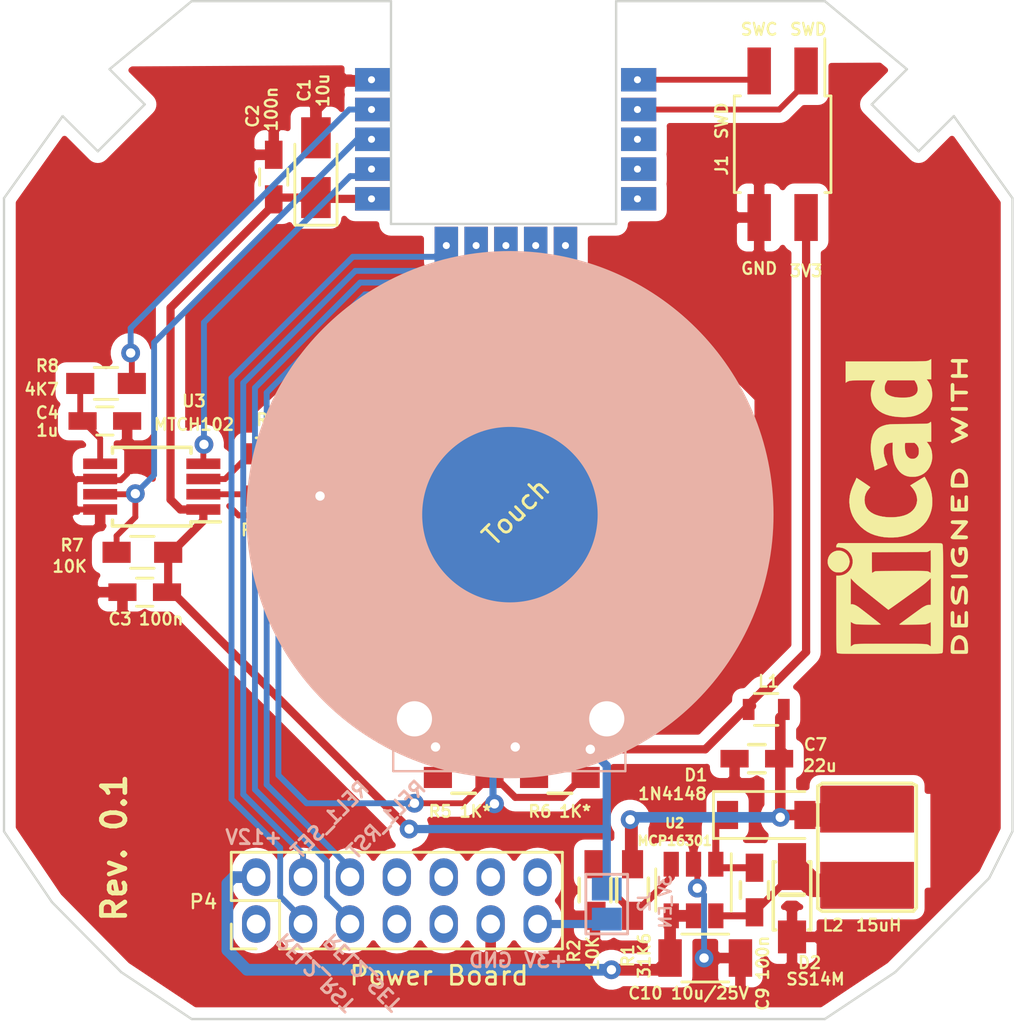
<source format=kicad_pcb>
(kicad_pcb (version 20170922) (host pcbnew "(2017-11-08 revision cd21218)-HEAD")

  (general
    (thickness 1.6)
    (drawings 36)
    (tracks 212)
    (zones 0)
    (modules 32)
    (nets 29)
  )

  (page A4)
  (layers
    (0 F.Cu signal)
    (31 B.Cu signal)
    (32 B.Adhes user)
    (33 F.Adhes user)
    (34 B.Paste user)
    (35 F.Paste user)
    (36 B.SilkS user)
    (37 F.SilkS user)
    (38 B.Mask user)
    (39 F.Mask user)
    (40 Dwgs.User user hide)
    (41 Cmts.User user)
    (42 Eco1.User user)
    (43 Eco2.User user)
    (44 Edge.Cuts user)
    (45 Margin user)
    (46 B.CrtYd user)
    (47 F.CrtYd user)
    (48 B.Fab user)
    (49 F.Fab user)
  )

  (setup
    (last_trace_width 0.25)
    (trace_clearance 0.25)
    (zone_clearance 0.45)
    (zone_45_only no)
    (trace_min 0.25)
    (segment_width 0.2)
    (edge_width 0.1)
    (via_size 0.8)
    (via_drill 0.4)
    (via_min_size 0.4)
    (via_min_drill 0.3)
    (uvia_size 0.3)
    (uvia_drill 0.1)
    (uvias_allowed no)
    (uvia_min_size 0.2)
    (uvia_min_drill 0.1)
    (pcb_text_width 0.3)
    (pcb_text_size 1.5 1.5)
    (mod_edge_width 0.15)
    (mod_text_size 0.5 0.5)
    (mod_text_width 0.1)
    (pad_size 1.5 1.5)
    (pad_drill 0.6)
    (pad_to_mask_clearance 0)
    (aux_axis_origin 0 0)
    (visible_elements 7FFFFF7F)
    (pcbplotparams
      (layerselection 0x010fc_ffffffff)
      (usegerberextensions true)
      (usegerberattributes true)
      (usegerberadvancedattributes true)
      (creategerberjobfile true)
      (excludeedgelayer true)
      (linewidth 0.100000)
      (plotframeref false)
      (viasonmask false)
      (mode 1)
      (useauxorigin false)
      (hpglpennumber 1)
      (hpglpenspeed 20)
      (hpglpendiameter 15)
      (psnegative false)
      (psa4output false)
      (plotreference true)
      (plotvalue true)
      (plotinvisibletext false)
      (padsonsilk false)
      (subtractmaskfromsilk true)
      (outputformat 1)
      (mirror false)
      (drillshape 0)
      (scaleselection 1)
      (outputdirectory gerber/))
  )

  (net 0 "")
  (net 1 +3V3)
  (net 2 GND)
  (net 3 "Net-(C7-Pad1)")
  (net 4 "Net-(C9-Pad2)")
  (net 5 "Net-(C9-Pad1)")
  (net 6 /12Vcc)
  (net 7 "Net-(D5-Pad1)")
  (net 8 "Net-(D6-Pad2)")
  (net 9 /TS1)
  (net 10 /S1_LEDs)
  (net 11 "Net-(R1-Pad1)")
  (net 12 /Relay2_Reset)
  (net 13 /Relay1_Reset)
  (net 14 /Relay2_Set)
  (net 15 /Relay1_Set)
  (net 16 /SWCLK)
  (net 17 /SWDIO)
  (net 18 "Net-(C4-Pad1)")
  (net 19 "Net-(R3-Pad1)")
  (net 20 "Net-(R3-Pad2)")
  (net 21 "Net-(R4-Pad2)")
  (net 22 "Net-(R4-Pad1)")
  (net 23 /MTSA)
  (net 24 /MTPM)
  (net 25 "Net-(J2-Pad2)")
  (net 26 "Net-(U5-Pad11)")
  (net 27 "Net-(U5-Pad12)")
  (net 28 "Net-(U5-Pad13)")

  (net_class Default "This is the default net class."
    (clearance 0.25)
    (trace_width 0.25)
    (via_dia 0.8)
    (via_drill 0.4)
    (uvia_dia 0.3)
    (uvia_drill 0.1)
    (add_net +3V3)
    (add_net /12Vcc)
    (add_net /MTPM)
    (add_net /MTSA)
    (add_net /Relay1_Reset)
    (add_net /Relay1_Set)
    (add_net /Relay2_Reset)
    (add_net /Relay2_Set)
    (add_net /S1_LEDs)
    (add_net /SWCLK)
    (add_net /SWDIO)
    (add_net /TS1)
    (add_net GND)
    (add_net "Net-(C4-Pad1)")
    (add_net "Net-(C7-Pad1)")
    (add_net "Net-(C9-Pad1)")
    (add_net "Net-(C9-Pad2)")
    (add_net "Net-(D5-Pad1)")
    (add_net "Net-(D6-Pad2)")
    (add_net "Net-(J2-Pad2)")
    (add_net "Net-(R1-Pad1)")
    (add_net "Net-(R3-Pad1)")
    (add_net "Net-(R3-Pad2)")
    (add_net "Net-(R4-Pad1)")
    (add_net "Net-(R4-Pad2)")
    (add_net "Net-(U5-Pad11)")
    (add_net "Net-(U5-Pad12)")
    (add_net "Net-(U5-Pad13)")
  )

  (module Pin_Headers:Pin_Header_Straight_2x07_Pitch2.00mm locked (layer F.Cu) (tedit 59E523B5) (tstamp 590C399A)
    (at 131.65 109.55 90)
    (descr "Through hole straight pin header, 2x07, 2.00mm pitch, double rows")
    (tags "Through hole pin header THT 2x07 2.00mm double row")
    (path /586CF0D6)
    (fp_text reference P4 (at 0.95 -2.25 180) (layer F.SilkS)
      (effects (font (size 0.6 0.6) (thickness 0.1)))
    )
    (fp_text value "Power Board" (at -2.2 7.8 180) (layer F.SilkS)
      (effects (font (size 0.8 0.8) (thickness 0.12)))
    )
    (fp_text user %R (at 1 -2.06 90) (layer F.Fab) hide
      (effects (font (size 1 1) (thickness 0.15)))
    )
    (fp_line (start 3.5 -1.5) (end -1.5 -1.5) (layer F.CrtYd) (width 0.05))
    (fp_line (start 3.5 13.5) (end 3.5 -1.5) (layer F.CrtYd) (width 0.05))
    (fp_line (start -1.5 13.5) (end 3.5 13.5) (layer F.CrtYd) (width 0.05))
    (fp_line (start -1.5 -1.5) (end -1.5 13.5) (layer F.CrtYd) (width 0.05))
    (fp_line (start -1.06 -1.06) (end 0 -1.06) (layer F.SilkS) (width 0.12))
    (fp_line (start -1.06 0) (end -1.06 -1.06) (layer F.SilkS) (width 0.12))
    (fp_line (start 1 1) (end -1.06 1) (layer F.SilkS) (width 0.12))
    (fp_line (start 1 -1.06) (end 1 1) (layer F.SilkS) (width 0.12))
    (fp_line (start 3.06 -1.06) (end 1 -1.06) (layer F.SilkS) (width 0.12))
    (fp_line (start 3.06 13.06) (end 3.06 -1.06) (layer F.SilkS) (width 0.12))
    (fp_line (start -1.06 13.06) (end 3.06 13.06) (layer F.SilkS) (width 0.12))
    (fp_line (start -1.06 1) (end -1.06 13.06) (layer F.SilkS) (width 0.12))
    (fp_line (start 3 -1) (end -1 -1) (layer F.Fab) (width 0.1))
    (fp_line (start 3 13) (end 3 -1) (layer F.Fab) (width 0.1))
    (fp_line (start -1 13) (end 3 13) (layer F.Fab) (width 0.1))
    (fp_line (start -1 -1) (end -1 13) (layer F.Fab) (width 0.1))
    (pad 14 thru_hole oval (at 2 12 90) (size 1.6 1.2) (drill 0.8) (layers *.Cu *.Mask))
    (pad 13 thru_hole oval (at 0 12 90) (size 1.6 1.2) (drill 0.8) (layers *.Cu *.Mask)
      (net 25 "Net-(J2-Pad2)"))
    (pad 12 thru_hole oval (at 2 10 90) (size 1.6 1.2) (drill 0.8) (layers *.Cu *.Mask))
    (pad 11 thru_hole oval (at 0 10 90) (size 1.6 1.2) (drill 0.8) (layers *.Cu *.Mask)
      (net 2 GND))
    (pad 10 thru_hole oval (at 2 8 90) (size 1.6 1.2) (drill 0.8) (layers *.Cu *.Mask))
    (pad 9 thru_hole oval (at 0 8 90) (size 1.6 1.2) (drill 0.8) (layers *.Cu *.Mask))
    (pad 8 thru_hole oval (at 2 6 90) (size 1.6 1.2) (drill 0.8) (layers *.Cu *.Mask))
    (pad 7 thru_hole oval (at 0 6 90) (size 1.6 1.2) (drill 0.8) (layers *.Cu *.Mask))
    (pad 6 thru_hole oval (at 2 4 90) (size 1.6 1.2) (drill 0.8) (layers *.Cu *.Mask)
      (net 13 /Relay1_Reset))
    (pad 5 thru_hole oval (at 0 4 90) (size 1.6 1.2) (drill 0.8) (layers *.Cu *.Mask)
      (net 14 /Relay2_Set))
    (pad 4 thru_hole oval (at 2 2 90) (size 1.6 1.2) (drill 0.8) (layers *.Cu *.Mask)
      (net 15 /Relay1_Set))
    (pad 3 thru_hole oval (at 0 2 90) (size 1.6 1.2) (drill 0.8) (layers *.Cu *.Mask)
      (net 12 /Relay2_Reset))
    (pad 2 thru_hole oval (at 2 0 90) (size 1.6 1.2) (drill 0.8) (layers *.Cu *.Mask)
      (net 6 /12Vcc))
    (pad 1 thru_hole oval (at 0 0 90) (size 1.6 1.2) (drill 0.8) (layers *.Cu *.Mask))
    (model ${KIPRJMOD}/shapes3D/female_header_2row_14pins_2mm.stp
      (at (xyz 0 0 0))
      (scale (xyz 1 1 1))
      (rotate (xyz 0 0 0))
    )
  )

  (module Symbols:KiCad-Logo2_6mm_SilkScreen locked (layer F.Cu) (tedit 0) (tstamp 59E51ABA)
    (at 159 91.75 90)
    (descr "KiCad Logo")
    (tags "Logo KiCad")
    (attr virtual)
    (fp_text reference REF*** (at 0 0 90) (layer F.SilkS) hide
      (effects (font (size 1 1) (thickness 0.15)))
    )
    (fp_text value KiCad-Logo2_6mm_SilkScreen (at 0.75 0 90) (layer F.Fab) hide
      (effects (font (size 1 1) (thickness 0.15)))
    )
    (fp_poly (pts (xy -6.121371 2.269066) (xy -6.081889 2.269467) (xy -5.9662 2.272259) (xy -5.869311 2.28055)
      (xy -5.787919 2.295232) (xy -5.718723 2.317193) (xy -5.65842 2.347322) (xy -5.603708 2.38651)
      (xy -5.584167 2.403532) (xy -5.55175 2.443363) (xy -5.52252 2.497413) (xy -5.499991 2.557323)
      (xy -5.487679 2.614739) (xy -5.4864 2.635956) (xy -5.494417 2.694769) (xy -5.515899 2.759013)
      (xy -5.546999 2.819821) (xy -5.583866 2.86833) (xy -5.589854 2.874182) (xy -5.640579 2.915321)
      (xy -5.696125 2.947435) (xy -5.759696 2.971365) (xy -5.834494 2.987953) (xy -5.923722 2.998041)
      (xy -6.030582 3.002469) (xy -6.079528 3.002845) (xy -6.141762 3.002545) (xy -6.185528 3.001292)
      (xy -6.214931 2.998554) (xy -6.234079 2.993801) (xy -6.247077 2.986501) (xy -6.254045 2.980267)
      (xy -6.260626 2.972694) (xy -6.265788 2.962924) (xy -6.269703 2.94834) (xy -6.272543 2.926326)
      (xy -6.27448 2.894264) (xy -6.275684 2.849536) (xy -6.276328 2.789526) (xy -6.276583 2.711617)
      (xy -6.276622 2.635956) (xy -6.27687 2.535041) (xy -6.276817 2.454427) (xy -6.275857 2.415822)
      (xy -6.129867 2.415822) (xy -6.129867 2.856089) (xy -6.036734 2.856004) (xy -5.980693 2.854396)
      (xy -5.921999 2.850256) (xy -5.873028 2.844464) (xy -5.871538 2.844226) (xy -5.792392 2.82509)
      (xy -5.731002 2.795287) (xy -5.684305 2.752878) (xy -5.654635 2.706961) (xy -5.636353 2.656026)
      (xy -5.637771 2.6082) (xy -5.658988 2.556933) (xy -5.700489 2.503899) (xy -5.757998 2.4646)
      (xy -5.83275 2.438331) (xy -5.882708 2.429035) (xy -5.939416 2.422507) (xy -5.999519 2.417782)
      (xy -6.050639 2.415817) (xy -6.053667 2.415808) (xy -6.129867 2.415822) (xy -6.275857 2.415822)
      (xy -6.27526 2.391851) (xy -6.270998 2.345055) (xy -6.26283 2.311778) (xy -6.249556 2.289759)
      (xy -6.229974 2.276739) (xy -6.202883 2.270457) (xy -6.167082 2.268653) (xy -6.121371 2.269066)) (layer F.SilkS) (width 0.01))
    (fp_poly (pts (xy -4.712794 2.269146) (xy -4.643386 2.269518) (xy -4.590997 2.270385) (xy -4.552847 2.271946)
      (xy -4.526159 2.274403) (xy -4.508153 2.277957) (xy -4.496049 2.28281) (xy -4.487069 2.289161)
      (xy -4.483818 2.292084) (xy -4.464043 2.323142) (xy -4.460482 2.358828) (xy -4.473491 2.39051)
      (xy -4.479506 2.396913) (xy -4.489235 2.403121) (xy -4.504901 2.40791) (xy -4.529408 2.411514)
      (xy -4.565661 2.414164) (xy -4.616565 2.416095) (xy -4.685026 2.417539) (xy -4.747617 2.418418)
      (xy -4.995334 2.421467) (xy -4.998719 2.486378) (xy -5.002105 2.551289) (xy -4.833958 2.551289)
      (xy -4.760959 2.551919) (xy -4.707517 2.554553) (xy -4.670628 2.560309) (xy -4.647288 2.570304)
      (xy -4.634494 2.585656) (xy -4.629242 2.607482) (xy -4.628445 2.627738) (xy -4.630923 2.652592)
      (xy -4.640277 2.670906) (xy -4.659383 2.683637) (xy -4.691118 2.691741) (xy -4.738359 2.696176)
      (xy -4.803983 2.697899) (xy -4.839801 2.698045) (xy -5.000978 2.698045) (xy -5.000978 2.856089)
      (xy -4.752622 2.856089) (xy -4.671213 2.856202) (xy -4.609342 2.856712) (xy -4.563968 2.85787)
      (xy -4.532054 2.85993) (xy -4.510559 2.863146) (xy -4.496443 2.867772) (xy -4.486668 2.874059)
      (xy -4.481689 2.878667) (xy -4.46461 2.90556) (xy -4.459111 2.929467) (xy -4.466963 2.958667)
      (xy -4.481689 2.980267) (xy -4.489546 2.987066) (xy -4.499688 2.992346) (xy -4.514844 2.996298)
      (xy -4.537741 2.999113) (xy -4.571109 3.000982) (xy -4.617675 3.002098) (xy -4.680167 3.002651)
      (xy -4.761314 3.002833) (xy -4.803422 3.002845) (xy -4.893598 3.002765) (xy -4.963924 3.002398)
      (xy -5.017129 3.001552) (xy -5.05594 3.000036) (xy -5.083087 2.997659) (xy -5.101298 2.994229)
      (xy -5.1133 2.989554) (xy -5.121822 2.983444) (xy -5.125156 2.980267) (xy -5.131755 2.97267)
      (xy -5.136927 2.96287) (xy -5.140846 2.948239) (xy -5.143684 2.926152) (xy -5.145615 2.893982)
      (xy -5.146812 2.849103) (xy -5.147448 2.788889) (xy -5.147697 2.710713) (xy -5.147734 2.637923)
      (xy -5.1477 2.544707) (xy -5.147465 2.471431) (xy -5.14683 2.415458) (xy -5.145594 2.374151)
      (xy -5.143556 2.344872) (xy -5.140517 2.324984) (xy -5.136277 2.31185) (xy -5.130635 2.302832)
      (xy -5.123391 2.295293) (xy -5.121606 2.293612) (xy -5.112945 2.286172) (xy -5.102882 2.280409)
      (xy -5.088625 2.276112) (xy -5.067383 2.273064) (xy -5.036364 2.271051) (xy -4.992777 2.26986)
      (xy -4.933831 2.269275) (xy -4.856734 2.269083) (xy -4.802001 2.269067) (xy -4.712794 2.269146)) (layer F.SilkS) (width 0.01))
    (fp_poly (pts (xy -3.691703 2.270351) (xy -3.616888 2.275581) (xy -3.547306 2.28375) (xy -3.487002 2.29455)
      (xy -3.44002 2.307673) (xy -3.410406 2.322813) (xy -3.40586 2.327269) (xy -3.390054 2.36185)
      (xy -3.394847 2.397351) (xy -3.419364 2.427725) (xy -3.420534 2.428596) (xy -3.434954 2.437954)
      (xy -3.450008 2.442876) (xy -3.471005 2.443473) (xy -3.503257 2.439861) (xy -3.552073 2.432154)
      (xy -3.556 2.431505) (xy -3.628739 2.422569) (xy -3.707217 2.418161) (xy -3.785927 2.418119)
      (xy -3.859361 2.422279) (xy -3.922011 2.430479) (xy -3.96837 2.442557) (xy -3.971416 2.443771)
      (xy -4.005048 2.462615) (xy -4.016864 2.481685) (xy -4.007614 2.500439) (xy -3.978047 2.518337)
      (xy -3.928911 2.534837) (xy -3.860957 2.549396) (xy -3.815645 2.556406) (xy -3.721456 2.569889)
      (xy -3.646544 2.582214) (xy -3.587717 2.594449) (xy -3.541785 2.607661) (xy -3.505555 2.622917)
      (xy -3.475838 2.641285) (xy -3.449442 2.663831) (xy -3.42823 2.685971) (xy -3.403065 2.716819)
      (xy -3.390681 2.743345) (xy -3.386808 2.776026) (xy -3.386667 2.787995) (xy -3.389576 2.827712)
      (xy -3.401202 2.857259) (xy -3.421323 2.883486) (xy -3.462216 2.923576) (xy -3.507817 2.954149)
      (xy -3.561513 2.976203) (xy -3.626692 2.990735) (xy -3.706744 2.998741) (xy -3.805057 3.001218)
      (xy -3.821289 3.001177) (xy -3.886849 2.999818) (xy -3.951866 2.99673) (xy -4.009252 2.992356)
      (xy -4.051922 2.98714) (xy -4.055372 2.986541) (xy -4.097796 2.976491) (xy -4.13378 2.963796)
      (xy -4.15415 2.95219) (xy -4.173107 2.921572) (xy -4.174427 2.885918) (xy -4.158085 2.854144)
      (xy -4.154429 2.850551) (xy -4.139315 2.839876) (xy -4.120415 2.835276) (xy -4.091162 2.836059)
      (xy -4.055651 2.840127) (xy -4.01597 2.843762) (xy -3.960345 2.846828) (xy -3.895406 2.849053)
      (xy -3.827785 2.850164) (xy -3.81 2.850237) (xy -3.742128 2.849964) (xy -3.692454 2.848646)
      (xy -3.65661 2.845827) (xy -3.630224 2.84105) (xy -3.608926 2.833857) (xy -3.596126 2.827867)
      (xy -3.568 2.811233) (xy -3.550068 2.796168) (xy -3.547447 2.791897) (xy -3.552976 2.774263)
      (xy -3.57926 2.757192) (xy -3.624478 2.741458) (xy -3.686808 2.727838) (xy -3.705171 2.724804)
      (xy -3.80109 2.709738) (xy -3.877641 2.697146) (xy -3.93778 2.686111) (xy -3.98446 2.67572)
      (xy -4.020637 2.665056) (xy -4.049265 2.653205) (xy -4.073298 2.639251) (xy -4.095692 2.622281)
      (xy -4.119402 2.601378) (xy -4.12738 2.594049) (xy -4.155353 2.566699) (xy -4.17016 2.545029)
      (xy -4.175952 2.520232) (xy -4.176889 2.488983) (xy -4.166575 2.427705) (xy -4.135752 2.37564)
      (xy -4.084595 2.332958) (xy -4.013283 2.299825) (xy -3.9624 2.284964) (xy -3.9071 2.275366)
      (xy -3.840853 2.269936) (xy -3.767706 2.268367) (xy -3.691703 2.270351)) (layer F.SilkS) (width 0.01))
    (fp_poly (pts (xy -2.923822 2.291645) (xy -2.917242 2.299218) (xy -2.912079 2.308987) (xy -2.908164 2.323571)
      (xy -2.905324 2.345585) (xy -2.903387 2.377648) (xy -2.902183 2.422375) (xy -2.901539 2.482385)
      (xy -2.901284 2.560294) (xy -2.901245 2.635956) (xy -2.901314 2.729802) (xy -2.901638 2.803689)
      (xy -2.902386 2.860232) (xy -2.903732 2.902049) (xy -2.905846 2.931757) (xy -2.9089 2.951973)
      (xy -2.913066 2.965314) (xy -2.918516 2.974398) (xy -2.923822 2.980267) (xy -2.956826 2.999947)
      (xy -2.991991 2.998181) (xy -3.023455 2.976717) (xy -3.030684 2.968337) (xy -3.036334 2.958614)
      (xy -3.040599 2.944861) (xy -3.043673 2.924389) (xy -3.045752 2.894512) (xy -3.04703 2.852541)
      (xy -3.047701 2.795789) (xy -3.047959 2.721567) (xy -3.048 2.637537) (xy -3.048 2.324485)
      (xy -3.020291 2.296776) (xy -2.986137 2.273463) (xy -2.953006 2.272623) (xy -2.923822 2.291645)) (layer F.SilkS) (width 0.01))
    (fp_poly (pts (xy -1.950081 2.274599) (xy -1.881565 2.286095) (xy -1.828943 2.303967) (xy -1.794708 2.327499)
      (xy -1.785379 2.340924) (xy -1.775893 2.372148) (xy -1.782277 2.400395) (xy -1.80243 2.427182)
      (xy -1.833745 2.439713) (xy -1.879183 2.438696) (xy -1.914326 2.431906) (xy -1.992419 2.418971)
      (xy -2.072226 2.417742) (xy -2.161555 2.428241) (xy -2.186229 2.43269) (xy -2.269291 2.456108)
      (xy -2.334273 2.490945) (xy -2.380461 2.536604) (xy -2.407145 2.592494) (xy -2.412663 2.621388)
      (xy -2.409051 2.680012) (xy -2.385729 2.731879) (xy -2.344824 2.775978) (xy -2.288459 2.811299)
      (xy -2.21876 2.836829) (xy -2.137852 2.851559) (xy -2.04786 2.854478) (xy -1.95091 2.844575)
      (xy -1.945436 2.843641) (xy -1.906875 2.836459) (xy -1.885494 2.829521) (xy -1.876227 2.819227)
      (xy -1.874006 2.801976) (xy -1.873956 2.792841) (xy -1.873956 2.754489) (xy -1.942431 2.754489)
      (xy -2.0029 2.750347) (xy -2.044165 2.737147) (xy -2.068175 2.71373) (xy -2.076877 2.678936)
      (xy -2.076983 2.674394) (xy -2.071892 2.644654) (xy -2.054433 2.623419) (xy -2.021939 2.609366)
      (xy -1.971743 2.601173) (xy -1.923123 2.598161) (xy -1.852456 2.596433) (xy -1.801198 2.59907)
      (xy -1.766239 2.6088) (xy -1.74447 2.628353) (xy -1.73278 2.660456) (xy -1.72806 2.707838)
      (xy -1.7272 2.770071) (xy -1.728609 2.839535) (xy -1.732848 2.886786) (xy -1.739936 2.912012)
      (xy -1.741311 2.913988) (xy -1.780228 2.945508) (xy -1.837286 2.97047) (xy -1.908869 2.98834)
      (xy -1.991358 2.998586) (xy -2.081139 3.000673) (xy -2.174592 2.994068) (xy -2.229556 2.985956)
      (xy -2.315766 2.961554) (xy -2.395892 2.921662) (xy -2.462977 2.869887) (xy -2.473173 2.859539)
      (xy -2.506302 2.816035) (xy -2.536194 2.762118) (xy -2.559357 2.705592) (xy -2.572298 2.654259)
      (xy -2.573858 2.634544) (xy -2.567218 2.593419) (xy -2.549568 2.542252) (xy -2.524297 2.488394)
      (xy -2.494789 2.439195) (xy -2.468719 2.406334) (xy -2.407765 2.357452) (xy -2.328969 2.318545)
      (xy -2.235157 2.290494) (xy -2.12915 2.274179) (xy -2.032 2.270192) (xy -1.950081 2.274599)) (layer F.SilkS) (width 0.01))
    (fp_poly (pts (xy -1.300114 2.273448) (xy -1.276548 2.287273) (xy -1.245735 2.309881) (xy -1.206078 2.342338)
      (xy -1.15598 2.385708) (xy -1.093843 2.441058) (xy -1.018072 2.509451) (xy -0.931334 2.588084)
      (xy -0.750711 2.751878) (xy -0.745067 2.532029) (xy -0.743029 2.456351) (xy -0.741063 2.399994)
      (xy -0.738734 2.359706) (xy -0.735606 2.332235) (xy -0.731245 2.314329) (xy -0.725216 2.302737)
      (xy -0.717084 2.294208) (xy -0.712772 2.290623) (xy -0.678241 2.27167) (xy -0.645383 2.274441)
      (xy -0.619318 2.290633) (xy -0.592667 2.312199) (xy -0.589352 2.627151) (xy -0.588435 2.719779)
      (xy -0.587968 2.792544) (xy -0.588113 2.848161) (xy -0.589032 2.889342) (xy -0.590887 2.918803)
      (xy -0.593839 2.939255) (xy -0.59805 2.953413) (xy -0.603682 2.963991) (xy -0.609927 2.972474)
      (xy -0.623439 2.988207) (xy -0.636883 2.998636) (xy -0.652124 3.002639) (xy -0.671026 2.999094)
      (xy -0.695455 2.986879) (xy -0.727273 2.964871) (xy -0.768348 2.931949) (xy -0.820542 2.886991)
      (xy -0.885722 2.828875) (xy -0.959556 2.762099) (xy -1.224845 2.521458) (xy -1.230489 2.740589)
      (xy -1.232531 2.816128) (xy -1.234502 2.872354) (xy -1.236839 2.912524) (xy -1.239981 2.939896)
      (xy -1.244364 2.957728) (xy -1.250424 2.969279) (xy -1.2586 2.977807) (xy -1.262784 2.981282)
      (xy -1.299765 3.000372) (xy -1.334708 2.997493) (xy -1.365136 2.9731) (xy -1.372097 2.963286)
      (xy -1.377523 2.951826) (xy -1.381603 2.935968) (xy -1.384529 2.912963) (xy -1.386492 2.880062)
      (xy -1.387683 2.834516) (xy -1.388292 2.773573) (xy -1.388511 2.694486) (xy -1.388534 2.635956)
      (xy -1.38846 2.544407) (xy -1.388113 2.472687) (xy -1.387301 2.418045) (xy -1.385833 2.377732)
      (xy -1.383519 2.348998) (xy -1.380167 2.329093) (xy -1.375588 2.315268) (xy -1.369589 2.304772)
      (xy -1.365136 2.298811) (xy -1.35385 2.284691) (xy -1.343301 2.274029) (xy -1.331893 2.267892)
      (xy -1.31803 2.267343) (xy -1.300114 2.273448)) (layer F.SilkS) (width 0.01))
    (fp_poly (pts (xy 0.230343 2.26926) (xy 0.306701 2.270174) (xy 0.365217 2.272311) (xy 0.408255 2.276175)
      (xy 0.438183 2.282267) (xy 0.457368 2.29109) (xy 0.468176 2.303146) (xy 0.472973 2.318939)
      (xy 0.474127 2.33897) (xy 0.474133 2.341335) (xy 0.473131 2.363992) (xy 0.468396 2.381503)
      (xy 0.457333 2.394574) (xy 0.437348 2.403913) (xy 0.405846 2.410227) (xy 0.360232 2.414222)
      (xy 0.297913 2.416606) (xy 0.216293 2.418086) (xy 0.191277 2.418414) (xy -0.0508 2.421467)
      (xy -0.054186 2.486378) (xy -0.057571 2.551289) (xy 0.110576 2.551289) (xy 0.176266 2.551531)
      (xy 0.223172 2.552556) (xy 0.255083 2.554811) (xy 0.275791 2.558742) (xy 0.289084 2.564798)
      (xy 0.298755 2.573424) (xy 0.298817 2.573493) (xy 0.316356 2.607112) (xy 0.315722 2.643448)
      (xy 0.297314 2.674423) (xy 0.293671 2.677607) (xy 0.280741 2.685812) (xy 0.263024 2.691521)
      (xy 0.23657 2.695162) (xy 0.197432 2.697167) (xy 0.141662 2.697964) (xy 0.105994 2.698045)
      (xy -0.056445 2.698045) (xy -0.056445 2.856089) (xy 0.190161 2.856089) (xy 0.27158 2.856231)
      (xy 0.33341 2.856814) (xy 0.378637 2.858068) (xy 0.410248 2.860227) (xy 0.431231 2.863523)
      (xy 0.444573 2.868189) (xy 0.453261 2.874457) (xy 0.45545 2.876733) (xy 0.471614 2.90828)
      (xy 0.472797 2.944168) (xy 0.459536 2.975285) (xy 0.449043 2.985271) (xy 0.438129 2.990769)
      (xy 0.421217 2.995022) (xy 0.395633 2.99818) (xy 0.358701 3.000392) (xy 0.307746 3.001806)
      (xy 0.240094 3.002572) (xy 0.153069 3.002838) (xy 0.133394 3.002845) (xy 0.044911 3.002787)
      (xy -0.023773 3.002467) (xy -0.075436 3.001667) (xy -0.112855 3.000167) (xy -0.13881 2.997749)
      (xy -0.156078 2.994194) (xy -0.167438 2.989282) (xy -0.175668 2.982795) (xy -0.180183 2.978138)
      (xy -0.186979 2.969889) (xy -0.192288 2.959669) (xy -0.196294 2.9448) (xy -0.199179 2.922602)
      (xy -0.201126 2.890393) (xy -0.202319 2.845496) (xy -0.202939 2.785228) (xy -0.203171 2.706911)
      (xy -0.2032 2.640994) (xy -0.203129 2.548628) (xy -0.202792 2.476117) (xy -0.202002 2.420737)
      (xy -0.200574 2.379765) (xy -0.198321 2.350478) (xy -0.195057 2.330153) (xy -0.190596 2.316066)
      (xy -0.184752 2.305495) (xy -0.179803 2.298811) (xy -0.156406 2.269067) (xy 0.133774 2.269067)
      (xy 0.230343 2.26926)) (layer F.SilkS) (width 0.01))
    (fp_poly (pts (xy 1.018309 2.269275) (xy 1.147288 2.273636) (xy 1.256991 2.286861) (xy 1.349226 2.309741)
      (xy 1.425802 2.34307) (xy 1.488527 2.387638) (xy 1.539212 2.444236) (xy 1.579663 2.513658)
      (xy 1.580459 2.515351) (xy 1.604601 2.577483) (xy 1.613203 2.632509) (xy 1.606231 2.687887)
      (xy 1.583654 2.751073) (xy 1.579372 2.760689) (xy 1.550172 2.816966) (xy 1.517356 2.860451)
      (xy 1.475002 2.897417) (xy 1.41719 2.934135) (xy 1.413831 2.936052) (xy 1.363504 2.960227)
      (xy 1.306621 2.978282) (xy 1.239527 2.990839) (xy 1.158565 2.998522) (xy 1.060082 3.001953)
      (xy 1.025286 3.002251) (xy 0.859594 3.002845) (xy 0.836197 2.9731) (xy 0.829257 2.963319)
      (xy 0.823842 2.951897) (xy 0.819765 2.936095) (xy 0.816837 2.913175) (xy 0.814867 2.880396)
      (xy 0.814225 2.856089) (xy 0.970844 2.856089) (xy 1.064726 2.856089) (xy 1.119664 2.854483)
      (xy 1.17606 2.850255) (xy 1.222345 2.844292) (xy 1.225139 2.84379) (xy 1.307348 2.821736)
      (xy 1.371114 2.7886) (xy 1.418452 2.742847) (xy 1.451382 2.682939) (xy 1.457108 2.667061)
      (xy 1.462721 2.642333) (xy 1.460291 2.617902) (xy 1.448467 2.5854) (xy 1.44134 2.569434)
      (xy 1.418 2.527006) (xy 1.38988 2.49724) (xy 1.35894 2.476511) (xy 1.296966 2.449537)
      (xy 1.217651 2.429998) (xy 1.125253 2.418746) (xy 1.058333 2.41627) (xy 0.970844 2.415822)
      (xy 0.970844 2.856089) (xy 0.814225 2.856089) (xy 0.813668 2.835021) (xy 0.81305 2.774311)
      (xy 0.812825 2.695526) (xy 0.8128 2.63392) (xy 0.8128 2.324485) (xy 0.840509 2.296776)
      (xy 0.852806 2.285544) (xy 0.866103 2.277853) (xy 0.884672 2.27304) (xy 0.912786 2.270446)
      (xy 0.954717 2.26941) (xy 1.014737 2.26927) (xy 1.018309 2.269275)) (layer F.SilkS) (width 0.01))
    (fp_poly (pts (xy 3.744665 2.271034) (xy 3.764255 2.278035) (xy 3.76501 2.278377) (xy 3.791613 2.298678)
      (xy 3.80627 2.319561) (xy 3.809138 2.329352) (xy 3.808996 2.342361) (xy 3.804961 2.360895)
      (xy 3.796146 2.387257) (xy 3.781669 2.423752) (xy 3.760645 2.472687) (xy 3.732188 2.536365)
      (xy 3.695415 2.617093) (xy 3.675175 2.661216) (xy 3.638625 2.739985) (xy 3.604315 2.812423)
      (xy 3.573552 2.87588) (xy 3.547648 2.927708) (xy 3.52791 2.965259) (xy 3.51565 2.985884)
      (xy 3.513224 2.988733) (xy 3.482183 3.001302) (xy 3.447121 2.999619) (xy 3.419 2.984332)
      (xy 3.417854 2.983089) (xy 3.406668 2.966154) (xy 3.387904 2.93317) (xy 3.363875 2.88838)
      (xy 3.336897 2.836032) (xy 3.327201 2.816742) (xy 3.254014 2.67015) (xy 3.17424 2.829393)
      (xy 3.145767 2.884415) (xy 3.11935 2.932132) (xy 3.097148 2.968893) (xy 3.081319 2.991044)
      (xy 3.075954 2.995741) (xy 3.034257 3.002102) (xy 2.999849 2.988733) (xy 2.989728 2.974446)
      (xy 2.972214 2.942692) (xy 2.948735 2.896597) (xy 2.92072 2.839285) (xy 2.889599 2.77388)
      (xy 2.856799 2.703507) (xy 2.82375 2.631291) (xy 2.791881 2.560355) (xy 2.762619 2.493825)
      (xy 2.737395 2.434826) (xy 2.717636 2.386481) (xy 2.704772 2.351915) (xy 2.700231 2.334253)
      (xy 2.700277 2.333613) (xy 2.711326 2.311388) (xy 2.73341 2.288753) (xy 2.73471 2.287768)
      (xy 2.761853 2.272425) (xy 2.786958 2.272574) (xy 2.796368 2.275466) (xy 2.807834 2.281718)
      (xy 2.82001 2.294014) (xy 2.834357 2.314908) (xy 2.852336 2.346949) (xy 2.875407 2.392688)
      (xy 2.90503 2.454677) (xy 2.931745 2.511898) (xy 2.96248 2.578226) (xy 2.990021 2.637874)
      (xy 3.012938 2.687725) (xy 3.029798 2.724664) (xy 3.039173 2.745573) (xy 3.04054 2.748845)
      (xy 3.046689 2.743497) (xy 3.060822 2.721109) (xy 3.081057 2.684946) (xy 3.105515 2.638277)
      (xy 3.115248 2.619022) (xy 3.148217 2.554004) (xy 3.173643 2.506654) (xy 3.193612 2.474219)
      (xy 3.21021 2.453946) (xy 3.225524 2.443082) (xy 3.24164 2.438875) (xy 3.252143 2.4384)
      (xy 3.27067 2.440042) (xy 3.286904 2.446831) (xy 3.303035 2.461566) (xy 3.321251 2.487044)
      (xy 3.343739 2.526061) (xy 3.372689 2.581414) (xy 3.388662 2.612903) (xy 3.41457 2.663087)
      (xy 3.437167 2.704704) (xy 3.454458 2.734242) (xy 3.46445 2.748189) (xy 3.465809 2.74877)
      (xy 3.472261 2.737793) (xy 3.486708 2.70929) (xy 3.507703 2.666244) (xy 3.533797 2.611638)
      (xy 3.563546 2.548454) (xy 3.57818 2.517071) (xy 3.61625 2.436078) (xy 3.646905 2.373756)
      (xy 3.671737 2.328071) (xy 3.692337 2.296989) (xy 3.710298 2.278478) (xy 3.72721 2.270504)
      (xy 3.744665 2.271034)) (layer F.SilkS) (width 0.01))
    (fp_poly (pts (xy 4.188614 2.275877) (xy 4.212327 2.290647) (xy 4.238978 2.312227) (xy 4.238978 2.633773)
      (xy 4.238893 2.72783) (xy 4.238529 2.801932) (xy 4.237724 2.858704) (xy 4.236313 2.900768)
      (xy 4.234133 2.930748) (xy 4.231021 2.951267) (xy 4.226814 2.964949) (xy 4.221348 2.974416)
      (xy 4.217472 2.979082) (xy 4.186034 2.999575) (xy 4.150233 2.998739) (xy 4.118873 2.981264)
      (xy 4.092222 2.959684) (xy 4.092222 2.312227) (xy 4.118873 2.290647) (xy 4.144594 2.274949)
      (xy 4.1656 2.269067) (xy 4.188614 2.275877)) (layer F.SilkS) (width 0.01))
    (fp_poly (pts (xy 4.963065 2.269163) (xy 5.041772 2.269542) (xy 5.102863 2.270333) (xy 5.148817 2.27167)
      (xy 5.182114 2.273683) (xy 5.205236 2.276506) (xy 5.220662 2.280269) (xy 5.230871 2.285105)
      (xy 5.235813 2.288822) (xy 5.261457 2.321358) (xy 5.264559 2.355138) (xy 5.248711 2.385826)
      (xy 5.238348 2.398089) (xy 5.227196 2.40645) (xy 5.211035 2.411657) (xy 5.185642 2.414457)
      (xy 5.146798 2.415596) (xy 5.09028 2.415821) (xy 5.07918 2.415822) (xy 4.933244 2.415822)
      (xy 4.933244 2.686756) (xy 4.933148 2.772154) (xy 4.932711 2.837864) (xy 4.931712 2.886774)
      (xy 4.929928 2.921773) (xy 4.927137 2.945749) (xy 4.923117 2.961593) (xy 4.917645 2.972191)
      (xy 4.910666 2.980267) (xy 4.877734 3.000112) (xy 4.843354 2.998548) (xy 4.812176 2.975906)
      (xy 4.809886 2.9731) (xy 4.802429 2.962492) (xy 4.796747 2.950081) (xy 4.792601 2.93285)
      (xy 4.78975 2.907784) (xy 4.787954 2.871867) (xy 4.786972 2.822083) (xy 4.786564 2.755417)
      (xy 4.786489 2.679589) (xy 4.786489 2.415822) (xy 4.647127 2.415822) (xy 4.587322 2.415418)
      (xy 4.545918 2.41384) (xy 4.518748 2.410547) (xy 4.501646 2.404992) (xy 4.490443 2.396631)
      (xy 4.489083 2.395178) (xy 4.472725 2.361939) (xy 4.474172 2.324362) (xy 4.492978 2.291645)
      (xy 4.50025 2.285298) (xy 4.509627 2.280266) (xy 4.523609 2.276396) (xy 4.544696 2.273537)
      (xy 4.575389 2.271535) (xy 4.618189 2.270239) (xy 4.675595 2.269498) (xy 4.75011 2.269158)
      (xy 4.844233 2.269068) (xy 4.86426 2.269067) (xy 4.963065 2.269163)) (layer F.SilkS) (width 0.01))
    (fp_poly (pts (xy 6.228823 2.274533) (xy 6.260202 2.296776) (xy 6.287911 2.324485) (xy 6.287911 2.63392)
      (xy 6.287838 2.725799) (xy 6.287495 2.79784) (xy 6.286692 2.85278) (xy 6.285241 2.89336)
      (xy 6.282952 2.922317) (xy 6.279636 2.942391) (xy 6.275105 2.956321) (xy 6.269169 2.966845)
      (xy 6.264514 2.9731) (xy 6.233783 2.997673) (xy 6.198496 3.000341) (xy 6.166245 2.985271)
      (xy 6.155588 2.976374) (xy 6.148464 2.964557) (xy 6.144167 2.945526) (xy 6.141991 2.914992)
      (xy 6.141228 2.868662) (xy 6.141155 2.832871) (xy 6.141155 2.698045) (xy 5.644444 2.698045)
      (xy 5.644444 2.8207) (xy 5.643931 2.876787) (xy 5.641876 2.915333) (xy 5.637508 2.941361)
      (xy 5.630056 2.959897) (xy 5.621047 2.9731) (xy 5.590144 2.997604) (xy 5.555196 3.000506)
      (xy 5.521738 2.983089) (xy 5.512604 2.973959) (xy 5.506152 2.961855) (xy 5.501897 2.943001)
      (xy 5.499352 2.91362) (xy 5.498029 2.869937) (xy 5.497443 2.808175) (xy 5.497375 2.794)
      (xy 5.496891 2.677631) (xy 5.496641 2.581727) (xy 5.496723 2.504177) (xy 5.497231 2.442869)
      (xy 5.498262 2.39569) (xy 5.499913 2.36053) (xy 5.502279 2.335276) (xy 5.505457 2.317817)
      (xy 5.509544 2.306041) (xy 5.514634 2.297835) (xy 5.520266 2.291645) (xy 5.552128 2.271844)
      (xy 5.585357 2.274533) (xy 5.616735 2.296776) (xy 5.629433 2.311126) (xy 5.637526 2.326978)
      (xy 5.642042 2.349554) (xy 5.644006 2.384078) (xy 5.644444 2.435776) (xy 5.644444 2.551289)
      (xy 6.141155 2.551289) (xy 6.141155 2.432756) (xy 6.141662 2.378148) (xy 6.143698 2.341275)
      (xy 6.148035 2.317307) (xy 6.155447 2.301415) (xy 6.163733 2.291645) (xy 6.195594 2.271844)
      (xy 6.228823 2.274533)) (layer F.SilkS) (width 0.01))
    (fp_poly (pts (xy -2.9464 -2.510946) (xy -2.935535 -2.397007) (xy -2.903918 -2.289384) (xy -2.853015 -2.190385)
      (xy -2.784293 -2.102316) (xy -2.699219 -2.027484) (xy -2.602232 -1.969616) (xy -2.495964 -1.929995)
      (xy -2.38895 -1.911427) (xy -2.2833 -1.912566) (xy -2.181125 -1.93207) (xy -2.084534 -1.968594)
      (xy -1.995638 -2.020795) (xy -1.916546 -2.087327) (xy -1.849369 -2.166848) (xy -1.796217 -2.258013)
      (xy -1.759199 -2.359477) (xy -1.740427 -2.469898) (xy -1.738489 -2.519794) (xy -1.738489 -2.607733)
      (xy -1.68656 -2.607733) (xy -1.650253 -2.604889) (xy -1.623355 -2.593089) (xy -1.596249 -2.569351)
      (xy -1.557867 -2.530969) (xy -1.557867 -0.339398) (xy -1.557876 -0.077261) (xy -1.557908 0.163241)
      (xy -1.557972 0.383048) (xy -1.558076 0.583101) (xy -1.558227 0.764344) (xy -1.558434 0.927716)
      (xy -1.558706 1.07416) (xy -1.55905 1.204617) (xy -1.559474 1.320029) (xy -1.559987 1.421338)
      (xy -1.560597 1.509484) (xy -1.561312 1.58541) (xy -1.56214 1.650057) (xy -1.563089 1.704367)
      (xy -1.564167 1.74928) (xy -1.565383 1.78574) (xy -1.566745 1.814687) (xy -1.568261 1.837063)
      (xy -1.569938 1.853809) (xy -1.571786 1.865868) (xy -1.573813 1.87418) (xy -1.576025 1.879687)
      (xy -1.577108 1.881537) (xy -1.581271 1.888549) (xy -1.584805 1.894996) (xy -1.588635 1.9009)
      (xy -1.593682 1.906286) (xy -1.600871 1.911178) (xy -1.611123 1.915598) (xy -1.625364 1.919572)
      (xy -1.644514 1.923121) (xy -1.669499 1.92627) (xy -1.70124 1.929042) (xy -1.740662 1.931461)
      (xy -1.788686 1.933551) (xy -1.846237 1.935335) (xy -1.914237 1.936837) (xy -1.99361 1.93808)
      (xy -2.085279 1.939089) (xy -2.190166 1.939885) (xy -2.309196 1.940494) (xy -2.44329 1.940939)
      (xy -2.593373 1.941243) (xy -2.760367 1.94143) (xy -2.945196 1.941524) (xy -3.148783 1.941548)
      (xy -3.37205 1.941525) (xy -3.615922 1.94148) (xy -3.881321 1.941437) (xy -3.919704 1.941432)
      (xy -4.186682 1.941389) (xy -4.432002 1.941318) (xy -4.656583 1.941213) (xy -4.861345 1.941066)
      (xy -5.047206 1.940869) (xy -5.215088 1.940616) (xy -5.365908 1.9403) (xy -5.500587 1.939913)
      (xy -5.620044 1.939447) (xy -5.725199 1.938897) (xy -5.816971 1.938253) (xy -5.896279 1.937511)
      (xy -5.964043 1.936661) (xy -6.021182 1.935697) (xy -6.068617 1.934611) (xy -6.107266 1.933397)
      (xy -6.138049 1.932047) (xy -6.161885 1.930555) (xy -6.179694 1.928911) (xy -6.192395 1.927111)
      (xy -6.200908 1.925145) (xy -6.205266 1.923477) (xy -6.213728 1.919906) (xy -6.221497 1.91727)
      (xy -6.228602 1.914634) (xy -6.235073 1.911062) (xy -6.240939 1.905621) (xy -6.246229 1.897375)
      (xy -6.250974 1.88539) (xy -6.255202 1.868731) (xy -6.258943 1.846463) (xy -6.262227 1.817652)
      (xy -6.265083 1.781363) (xy -6.26754 1.736661) (xy -6.269629 1.682611) (xy -6.271378 1.618279)
      (xy -6.272817 1.54273) (xy -6.273976 1.45503) (xy -6.274883 1.354243) (xy -6.275569 1.239434)
      (xy -6.276063 1.10967) (xy -6.276395 0.964015) (xy -6.276593 0.801535) (xy -6.276687 0.621295)
      (xy -6.276708 0.42236) (xy -6.276685 0.203796) (xy -6.276646 -0.035332) (xy -6.276622 -0.29596)
      (xy -6.276622 -0.338111) (xy -6.276636 -0.601008) (xy -6.276661 -0.842268) (xy -6.276671 -1.062835)
      (xy -6.276642 -1.263648) (xy -6.276548 -1.445651) (xy -6.276362 -1.609784) (xy -6.276059 -1.756989)
      (xy -6.275614 -1.888208) (xy -6.275034 -1.998133) (xy -5.972197 -1.998133) (xy -5.932407 -1.940289)
      (xy -5.921236 -1.924521) (xy -5.911166 -1.910559) (xy -5.902138 -1.897216) (xy -5.894097 -1.883307)
      (xy -5.886986 -1.867644) (xy -5.880747 -1.849042) (xy -5.875325 -1.826314) (xy -5.870662 -1.798273)
      (xy -5.866701 -1.763733) (xy -5.863385 -1.721508) (xy -5.860659 -1.670411) (xy -5.858464 -1.609256)
      (xy -5.856745 -1.536856) (xy -5.855444 -1.452025) (xy -5.854505 -1.353578) (xy -5.85387 -1.240326)
      (xy -5.853484 -1.111084) (xy -5.853288 -0.964666) (xy -5.853227 -0.799884) (xy -5.853243 -0.615553)
      (xy -5.85328 -0.410487) (xy -5.853289 -0.287867) (xy -5.853265 -0.070918) (xy -5.853231 0.124642)
      (xy -5.853243 0.299999) (xy -5.853358 0.456341) (xy -5.85363 0.594857) (xy -5.854118 0.716734)
      (xy -5.854876 0.82316) (xy -5.855962 0.915322) (xy -5.857431 0.994409) (xy -5.85934 1.061608)
      (xy -5.861744 1.118107) (xy -5.864701 1.165093) (xy -5.868266 1.203755) (xy -5.872495 1.23528)
      (xy -5.877446 1.260855) (xy -5.883173 1.28167) (xy -5.889733 1.298911) (xy -5.897183 1.313765)
      (xy -5.905579 1.327422) (xy -5.914976 1.341069) (xy -5.925432 1.355893) (xy -5.931523 1.364783)
      (xy -5.970296 1.4224) (xy -5.438732 1.4224) (xy -5.315483 1.422365) (xy -5.212987 1.422215)
      (xy -5.12942 1.421878) (xy -5.062956 1.421286) (xy -5.011771 1.420367) (xy -4.974041 1.419051)
      (xy -4.94794 1.417269) (xy -4.931644 1.414951) (xy -4.923328 1.412026) (xy -4.921168 1.408424)
      (xy -4.923339 1.404075) (xy -4.924535 1.402645) (xy -4.949685 1.365573) (xy -4.975583 1.312772)
      (xy -4.999192 1.25077) (xy -5.007461 1.224357) (xy -5.012078 1.206416) (xy -5.015979 1.185355)
      (xy -5.019248 1.159089) (xy -5.021966 1.125532) (xy -5.024215 1.082599) (xy -5.026077 1.028204)
      (xy -5.027636 0.960262) (xy -5.028972 0.876688) (xy -5.030169 0.775395) (xy -5.031308 0.6543)
      (xy -5.031685 0.6096) (xy -5.032702 0.484449) (xy -5.03346 0.380082) (xy -5.033903 0.294707)
      (xy -5.03397 0.226533) (xy -5.033605 0.173765) (xy -5.032748 0.134614) (xy -5.031341 0.107285)
      (xy -5.029325 0.089986) (xy -5.026643 0.080926) (xy -5.023236 0.078312) (xy -5.019044 0.080351)
      (xy -5.014571 0.084667) (xy -5.004216 0.097602) (xy -4.982158 0.126676) (xy -4.949957 0.169759)
      (xy -4.909174 0.224718) (xy -4.86137 0.289423) (xy -4.808105 0.361742) (xy -4.75094 0.439544)
      (xy -4.691437 0.520698) (xy -4.631155 0.603072) (xy -4.571655 0.684536) (xy -4.514498 0.762957)
      (xy -4.461245 0.836204) (xy -4.413457 0.902147) (xy -4.372693 0.958654) (xy -4.340516 1.003593)
      (xy -4.318485 1.034834) (xy -4.313917 1.041466) (xy -4.290996 1.078369) (xy -4.264188 1.126359)
      (xy -4.238789 1.175897) (xy -4.235568 1.182577) (xy -4.21389 1.230772) (xy -4.201304 1.268334)
      (xy -4.195574 1.30416) (xy -4.194456 1.3462) (xy -4.19509 1.4224) (xy -3.040651 1.4224)
      (xy -3.131815 1.328669) (xy -3.178612 1.278775) (xy -3.228899 1.222295) (xy -3.274944 1.168026)
      (xy -3.295369 1.142673) (xy -3.325807 1.103128) (xy -3.365862 1.049916) (xy -3.414361 0.984667)
      (xy -3.470135 0.909011) (xy -3.532011 0.824577) (xy -3.598819 0.732994) (xy -3.669387 0.635892)
      (xy -3.742545 0.534901) (xy -3.817121 0.43165) (xy -3.891944 0.327768) (xy -3.965843 0.224885)
      (xy -4.037646 0.124631) (xy -4.106184 0.028636) (xy -4.170284 -0.061473) (xy -4.228775 -0.144064)
      (xy -4.280486 -0.217508) (xy -4.324247 -0.280176) (xy -4.358885 -0.330439) (xy -4.38323 -0.366666)
      (xy -4.396111 -0.387229) (xy -4.397869 -0.391332) (xy -4.38991 -0.402658) (xy -4.369115 -0.429838)
      (xy -4.336847 -0.471171) (xy -4.29447 -0.524956) (xy -4.243347 -0.589494) (xy -4.184841 -0.663082)
      (xy -4.120314 -0.744022) (xy -4.051131 -0.830612) (xy -3.978653 -0.921152) (xy -3.904246 -1.01394)
      (xy -3.844517 -1.088298) (xy -2.833511 -1.088298) (xy -2.827602 -1.075341) (xy -2.813272 -1.053092)
      (xy -2.812225 -1.051609) (xy -2.793438 -1.021456) (xy -2.773791 -0.984625) (xy -2.769892 -0.976489)
      (xy -2.766356 -0.96806) (xy -2.76323 -0.957941) (xy -2.760486 -0.94474) (xy -2.758092 -0.927062)
      (xy -2.756019 -0.903516) (xy -2.754235 -0.872707) (xy -2.752712 -0.833243) (xy -2.751419 -0.783731)
      (xy -2.750326 -0.722777) (xy -2.749403 -0.648989) (xy -2.748619 -0.560972) (xy -2.747945 -0.457335)
      (xy -2.74735 -0.336684) (xy -2.746805 -0.197626) (xy -2.746279 -0.038768) (xy -2.745745 0.140089)
      (xy -2.745206 0.325207) (xy -2.744772 0.489145) (xy -2.744509 0.633303) (xy -2.744484 0.759079)
      (xy -2.744765 0.867871) (xy -2.745419 0.961077) (xy -2.746514 1.040097) (xy -2.748118 1.106328)
      (xy -2.750297 1.16117) (xy -2.753119 1.206021) (xy -2.756651 1.242278) (xy -2.760961 1.271341)
      (xy -2.766117 1.294609) (xy -2.772185 1.313479) (xy -2.779233 1.329351) (xy -2.787329 1.343622)
      (xy -2.79654 1.357691) (xy -2.80504 1.370158) (xy -2.822176 1.396452) (xy -2.832322 1.414037)
      (xy -2.833511 1.417257) (xy -2.822604 1.418334) (xy -2.791411 1.419335) (xy -2.742223 1.420235)
      (xy -2.677333 1.42101) (xy -2.59903 1.421637) (xy -2.509607 1.422091) (xy -2.411356 1.422349)
      (xy -2.342445 1.4224) (xy -2.237452 1.42218) (xy -2.14061 1.421548) (xy -2.054107 1.420549)
      (xy -1.980132 1.419227) (xy -1.920874 1.417626) (xy -1.87852 1.415791) (xy -1.85526 1.413765)
      (xy -1.851378 1.412493) (xy -1.859076 1.397591) (xy -1.867074 1.38956) (xy -1.880246 1.372434)
      (xy -1.897485 1.342183) (xy -1.909407 1.317622) (xy -1.936045 1.258711) (xy -1.93912 0.081845)
      (xy -1.942195 -1.095022) (xy -2.387853 -1.095022) (xy -2.48567 -1.094858) (xy -2.576064 -1.094389)
      (xy -2.65663 -1.093653) (xy -2.724962 -1.092684) (xy -2.778656 -1.09152) (xy -2.815305 -1.090197)
      (xy -2.832504 -1.088751) (xy -2.833511 -1.088298) (xy -3.844517 -1.088298) (xy -3.82927 -1.107278)
      (xy -3.75509 -1.199463) (xy -3.683069 -1.288796) (xy -3.614569 -1.373576) (xy -3.550955 -1.452102)
      (xy -3.493588 -1.522674) (xy -3.443833 -1.583591) (xy -3.403052 -1.633153) (xy -3.385888 -1.653822)
      (xy -3.299596 -1.754484) (xy -3.222997 -1.837741) (xy -3.154183 -1.905562) (xy -3.091248 -1.959911)
      (xy -3.081867 -1.967278) (xy -3.042356 -1.997883) (xy -4.174116 -1.998133) (xy -4.168827 -1.950156)
      (xy -4.17213 -1.892812) (xy -4.193661 -1.824537) (xy -4.233635 -1.744788) (xy -4.278943 -1.672505)
      (xy -4.295161 -1.64986) (xy -4.323214 -1.612304) (xy -4.36143 -1.561979) (xy -4.408137 -1.501027)
      (xy -4.461661 -1.431589) (xy -4.520331 -1.355806) (xy -4.582475 -1.27582) (xy -4.646421 -1.193772)
      (xy -4.710495 -1.111804) (xy -4.773027 -1.032057) (xy -4.832343 -0.956673) (xy -4.886771 -0.887793)
      (xy -4.934639 -0.827558) (xy -4.974275 -0.778111) (xy -5.004006 -0.741592) (xy -5.022161 -0.720142)
      (xy -5.02522 -0.716844) (xy -5.028079 -0.724851) (xy -5.030293 -0.755145) (xy -5.031857 -0.807444)
      (xy -5.032767 -0.881469) (xy -5.03302 -0.976937) (xy -5.032613 -1.093566) (xy -5.031704 -1.213555)
      (xy -5.030382 -1.345667) (xy -5.028857 -1.457406) (xy -5.026881 -1.550975) (xy -5.024206 -1.628581)
      (xy -5.020582 -1.692426) (xy -5.015761 -1.744717) (xy -5.009494 -1.787656) (xy -5.001532 -1.823449)
      (xy -4.991627 -1.8543) (xy -4.979531 -1.882414) (xy -4.964993 -1.909995) (xy -4.950311 -1.935034)
      (xy -4.912314 -1.998133) (xy -5.972197 -1.998133) (xy -6.275034 -1.998133) (xy -6.275001 -2.004383)
      (xy -6.274195 -2.106456) (xy -6.27317 -2.195367) (xy -6.2719 -2.272059) (xy -6.27036 -2.337473)
      (xy -6.268524 -2.392551) (xy -6.266367 -2.438235) (xy -6.263863 -2.475466) (xy -6.260987 -2.505187)
      (xy -6.257713 -2.528338) (xy -6.254015 -2.545861) (xy -6.249869 -2.558699) (xy -6.245247 -2.567792)
      (xy -6.240126 -2.574082) (xy -6.234478 -2.578512) (xy -6.228279 -2.582022) (xy -6.221504 -2.585555)
      (xy -6.215508 -2.589124) (xy -6.210275 -2.5917) (xy -6.202099 -2.594028) (xy -6.189886 -2.596122)
      (xy -6.172541 -2.597993) (xy -6.148969 -2.599653) (xy -6.118077 -2.601116) (xy -6.078768 -2.602392)
      (xy -6.02995 -2.603496) (xy -5.970527 -2.604439) (xy -5.899404 -2.605233) (xy -5.815488 -2.605891)
      (xy -5.717683 -2.606425) (xy -5.604894 -2.606847) (xy -5.476029 -2.607171) (xy -5.329991 -2.607408)
      (xy -5.165686 -2.60757) (xy -4.98202 -2.60767) (xy -4.777897 -2.60772) (xy -4.566753 -2.607733)
      (xy -2.9464 -2.607733) (xy -2.9464 -2.510946)) (layer F.SilkS) (width 0.01))
    (fp_poly (pts (xy 0.328429 -2.050929) (xy 0.48857 -2.029755) (xy 0.65251 -1.989615) (xy 0.822313 -1.930111)
      (xy 1.000043 -1.850846) (xy 1.01131 -1.845301) (xy 1.069005 -1.817275) (xy 1.120552 -1.793198)
      (xy 1.162191 -1.774751) (xy 1.190162 -1.763614) (xy 1.199733 -1.761067) (xy 1.21895 -1.756059)
      (xy 1.223561 -1.751853) (xy 1.218458 -1.74142) (xy 1.202418 -1.715132) (xy 1.177288 -1.675743)
      (xy 1.144914 -1.626009) (xy 1.107143 -1.568685) (xy 1.065822 -1.506524) (xy 1.022798 -1.442282)
      (xy 0.979917 -1.378715) (xy 0.939026 -1.318575) (xy 0.901971 -1.26462) (xy 0.8706 -1.219603)
      (xy 0.846759 -1.186279) (xy 0.832294 -1.167403) (xy 0.830309 -1.165213) (xy 0.820191 -1.169862)
      (xy 0.79785 -1.187038) (xy 0.76728 -1.21356) (xy 0.751536 -1.228036) (xy 0.655047 -1.303318)
      (xy 0.548336 -1.358759) (xy 0.432832 -1.393859) (xy 0.309962 -1.40812) (xy 0.240561 -1.406949)
      (xy 0.119423 -1.389788) (xy 0.010205 -1.353906) (xy -0.087418 -1.299041) (xy -0.173772 -1.22493)
      (xy -0.249185 -1.131312) (xy -0.313982 -1.017924) (xy -0.351399 -0.931333) (xy -0.395252 -0.795634)
      (xy -0.427572 -0.64815) (xy -0.448443 -0.492686) (xy -0.457949 -0.333044) (xy -0.456173 -0.173027)
      (xy -0.443197 -0.016439) (xy -0.419106 0.132918) (xy -0.383982 0.27124) (xy -0.337908 0.394724)
      (xy -0.321627 0.428978) (xy -0.25338 0.543064) (xy -0.172921 0.639557) (xy -0.08143 0.71767)
      (xy 0.019911 0.776617) (xy 0.12992 0.815612) (xy 0.247415 0.833868) (xy 0.288883 0.835211)
      (xy 0.410441 0.82429) (xy 0.530878 0.791474) (xy 0.648666 0.737439) (xy 0.762277 0.662865)
      (xy 0.853685 0.584539) (xy 0.900215 0.540008) (xy 1.081483 0.837271) (xy 1.12658 0.911433)
      (xy 1.167819 0.979646) (xy 1.203735 1.039459) (xy 1.232866 1.08842) (xy 1.25375 1.124079)
      (xy 1.264924 1.143984) (xy 1.266375 1.147079) (xy 1.258146 1.156718) (xy 1.232567 1.173999)
      (xy 1.192873 1.197283) (xy 1.142297 1.224934) (xy 1.084074 1.255315) (xy 1.021437 1.28679)
      (xy 0.957621 1.317722) (xy 0.89586 1.346473) (xy 0.839388 1.371408) (xy 0.791438 1.390889)
      (xy 0.767986 1.399318) (xy 0.634221 1.437133) (xy 0.496327 1.462136) (xy 0.348622 1.47514)
      (xy 0.221833 1.477468) (xy 0.153878 1.476373) (xy 0.088277 1.474275) (xy 0.030847 1.471434)
      (xy -0.012597 1.468106) (xy -0.026702 1.466422) (xy -0.165716 1.437587) (xy -0.307243 1.392468)
      (xy -0.444725 1.33375) (xy -0.571606 1.26412) (xy -0.649111 1.211441) (xy -0.776519 1.103239)
      (xy -0.894822 0.976671) (xy -1.001828 0.834866) (xy -1.095348 0.680951) (xy -1.17319 0.518053)
      (xy -1.217044 0.400756) (xy -1.267292 0.217128) (xy -1.300791 0.022581) (xy -1.317551 -0.178675)
      (xy -1.317584 -0.382432) (xy -1.300899 -0.584479) (xy -1.267507 -0.780608) (xy -1.21742 -0.966609)
      (xy -1.213603 -0.978197) (xy -1.150719 -1.14025) (xy -1.073972 -1.288168) (xy -0.980758 -1.426135)
      (xy -0.868473 -1.558339) (xy -0.824608 -1.603601) (xy -0.688466 -1.727543) (xy -0.548509 -1.830085)
      (xy -0.402589 -1.912344) (xy -0.248558 -1.975436) (xy -0.084268 -2.020477) (xy 0.011289 -2.037967)
      (xy 0.170023 -2.053534) (xy 0.328429 -2.050929)) (layer F.SilkS) (width 0.01))
    (fp_poly (pts (xy 2.673574 -1.133448) (xy 2.825492 -1.113433) (xy 2.960756 -1.079798) (xy 3.080239 -1.032275)
      (xy 3.184815 -0.970595) (xy 3.262424 -0.907035) (xy 3.331265 -0.832901) (xy 3.385006 -0.753129)
      (xy 3.42791 -0.660909) (xy 3.443384 -0.617839) (xy 3.456244 -0.578858) (xy 3.467446 -0.542711)
      (xy 3.47712 -0.507566) (xy 3.485396 -0.47159) (xy 3.492403 -0.43295) (xy 3.498272 -0.389815)
      (xy 3.503131 -0.340351) (xy 3.50711 -0.282727) (xy 3.51034 -0.215109) (xy 3.512949 -0.135666)
      (xy 3.515067 -0.042564) (xy 3.516824 0.066027) (xy 3.518349 0.191942) (xy 3.519772 0.337012)
      (xy 3.521025 0.479778) (xy 3.522351 0.635968) (xy 3.523556 0.771239) (xy 3.524766 0.887246)
      (xy 3.526106 0.985645) (xy 3.5277 1.068093) (xy 3.529675 1.136246) (xy 3.532156 1.19176)
      (xy 3.535269 1.236292) (xy 3.539138 1.271498) (xy 3.543889 1.299034) (xy 3.549648 1.320556)
      (xy 3.556539 1.337722) (xy 3.564689 1.352186) (xy 3.574223 1.365606) (xy 3.585266 1.379638)
      (xy 3.589566 1.385071) (xy 3.605386 1.40791) (xy 3.612422 1.423463) (xy 3.612444 1.423922)
      (xy 3.601567 1.426121) (xy 3.570582 1.428147) (xy 3.521957 1.429942) (xy 3.458163 1.431451)
      (xy 3.381669 1.432616) (xy 3.294944 1.43338) (xy 3.200457 1.433686) (xy 3.18955 1.433689)
      (xy 2.766657 1.433689) (xy 2.763395 1.337622) (xy 2.760133 1.241556) (xy 2.698044 1.292543)
      (xy 2.600714 1.360057) (xy 2.490813 1.414749) (xy 2.404349 1.444978) (xy 2.335278 1.459666)
      (xy 2.251925 1.469659) (xy 2.162159 1.474646) (xy 2.073845 1.474313) (xy 1.994851 1.468351)
      (xy 1.958622 1.462638) (xy 1.818603 1.424776) (xy 1.692178 1.369932) (xy 1.58026 1.298924)
      (xy 1.483762 1.212568) (xy 1.4036 1.111679) (xy 1.340687 0.997076) (xy 1.296312 0.870984)
      (xy 1.283978 0.814401) (xy 1.276368 0.752202) (xy 1.272739 0.677363) (xy 1.272245 0.643467)
      (xy 1.27231 0.640282) (xy 2.032248 0.640282) (xy 2.041541 0.715333) (xy 2.069728 0.77916)
      (xy 2.118197 0.834798) (xy 2.123254 0.839211) (xy 2.171548 0.874037) (xy 2.223257 0.89662)
      (xy 2.283989 0.90854) (xy 2.359352 0.911383) (xy 2.377459 0.910978) (xy 2.431278 0.908325)
      (xy 2.471308 0.902909) (xy 2.506324 0.892745) (xy 2.545103 0.87585) (xy 2.555745 0.870672)
      (xy 2.616396 0.834844) (xy 2.663215 0.792212) (xy 2.675952 0.776973) (xy 2.720622 0.720462)
      (xy 2.720622 0.524586) (xy 2.720086 0.445939) (xy 2.718396 0.387988) (xy 2.715428 0.348875)
      (xy 2.711057 0.326741) (xy 2.706972 0.320274) (xy 2.691047 0.317111) (xy 2.657264 0.314488)
      (xy 2.61034 0.312655) (xy 2.554993 0.311857) (xy 2.546106 0.311842) (xy 2.42533 0.317096)
      (xy 2.32266 0.333263) (xy 2.236106 0.360961) (xy 2.163681 0.400808) (xy 2.108751 0.447758)
      (xy 2.064204 0.505645) (xy 2.03948 0.568693) (xy 2.032248 0.640282) (xy 1.27231 0.640282)
      (xy 1.274178 0.549712) (xy 1.282522 0.470812) (xy 1.298768 0.39959) (xy 1.324405 0.328864)
      (xy 1.348401 0.276493) (xy 1.40702 0.181196) (xy 1.485117 0.09317) (xy 1.580315 0.014017)
      (xy 1.690238 -0.05466) (xy 1.81251 -0.111259) (xy 1.944755 -0.154179) (xy 2.009422 -0.169118)
      (xy 2.145604 -0.191223) (xy 2.294049 -0.205806) (xy 2.445505 -0.212187) (xy 2.572064 -0.210555)
      (xy 2.73395 -0.203776) (xy 2.72653 -0.262755) (xy 2.707238 -0.361908) (xy 2.676104 -0.442628)
      (xy 2.632269 -0.505534) (xy 2.574871 -0.551244) (xy 2.503048 -0.580378) (xy 2.415941 -0.593553)
      (xy 2.312686 -0.591389) (xy 2.274711 -0.587388) (xy 2.13352 -0.56222) (xy 1.996707 -0.521186)
      (xy 1.902178 -0.483185) (xy 1.857018 -0.46381) (xy 1.818585 -0.44824) (xy 1.792234 -0.438595)
      (xy 1.784546 -0.436548) (xy 1.774802 -0.445626) (xy 1.758083 -0.474595) (xy 1.734232 -0.523783)
      (xy 1.703093 -0.593516) (xy 1.664507 -0.684121) (xy 1.65791 -0.699911) (xy 1.627853 -0.772228)
      (xy 1.600874 -0.837575) (xy 1.578136 -0.893094) (xy 1.560806 -0.935928) (xy 1.550048 -0.963219)
      (xy 1.546941 -0.972058) (xy 1.55694 -0.976813) (xy 1.583217 -0.98209) (xy 1.611489 -0.985769)
      (xy 1.641646 -0.990526) (xy 1.689433 -0.999972) (xy 1.750612 -1.01318) (xy 1.820946 -1.029224)
      (xy 1.896194 -1.04718) (xy 1.924755 -1.054203) (xy 2.029816 -1.079791) (xy 2.11748 -1.099853)
      (xy 2.192068 -1.115031) (xy 2.257903 -1.125965) (xy 2.319307 -1.133296) (xy 2.380602 -1.137665)
      (xy 2.44611 -1.139713) (xy 2.504128 -1.140111) (xy 2.673574 -1.133448)) (layer F.SilkS) (width 0.01))
    (fp_poly (pts (xy 6.186507 -0.527755) (xy 6.186526 -0.293338) (xy 6.186552 -0.080397) (xy 6.186625 0.112168)
      (xy 6.186782 0.285459) (xy 6.187064 0.440576) (xy 6.187509 0.57862) (xy 6.188156 0.700692)
      (xy 6.189045 0.807894) (xy 6.190213 0.901326) (xy 6.191701 0.98209) (xy 6.193546 1.051286)
      (xy 6.195789 1.110015) (xy 6.198469 1.159379) (xy 6.201623 1.200478) (xy 6.205292 1.234413)
      (xy 6.209513 1.262286) (xy 6.214327 1.285198) (xy 6.219773 1.304249) (xy 6.225888 1.32054)
      (xy 6.232712 1.335173) (xy 6.240285 1.349249) (xy 6.248645 1.363868) (xy 6.253839 1.372974)
      (xy 6.288104 1.433689) (xy 5.429955 1.433689) (xy 5.429955 1.337733) (xy 5.429224 1.29437)
      (xy 5.427272 1.261205) (xy 5.424463 1.243424) (xy 5.423221 1.241778) (xy 5.411799 1.248662)
      (xy 5.389084 1.266505) (xy 5.366385 1.285879) (xy 5.3118 1.326614) (xy 5.242321 1.367617)
      (xy 5.16527 1.405123) (xy 5.087965 1.435364) (xy 5.057113 1.445012) (xy 4.988616 1.459578)
      (xy 4.905764 1.469539) (xy 4.816371 1.474583) (xy 4.728248 1.474396) (xy 4.649207 1.468666)
      (xy 4.611511 1.462858) (xy 4.473414 1.424797) (xy 4.346113 1.367073) (xy 4.230292 1.290211)
      (xy 4.126637 1.194739) (xy 4.035833 1.081179) (xy 3.969031 0.970381) (xy 3.914164 0.853625)
      (xy 3.872163 0.734276) (xy 3.842167 0.608283) (xy 3.823311 0.471594) (xy 3.814732 0.320158)
      (xy 3.814006 0.242711) (xy 3.8161 0.185934) (xy 4.645217 0.185934) (xy 4.645424 0.279002)
      (xy 4.648337 0.366692) (xy 4.654 0.443772) (xy 4.662455 0.505009) (xy 4.665038 0.51735)
      (xy 4.69684 0.624633) (xy 4.738498 0.711658) (xy 4.790363 0.778642) (xy 4.852781 0.825805)
      (xy 4.9261 0.853365) (xy 5.010669 0.861541) (xy 5.106835 0.850551) (xy 5.170311 0.834829)
      (xy 5.219454 0.816639) (xy 5.273583 0.790791) (xy 5.314244 0.767089) (xy 5.3848 0.720721)
      (xy 5.3848 -0.42947) (xy 5.317392 -0.473038) (xy 5.238867 -0.51396) (xy 5.154681 -0.540611)
      (xy 5.069557 -0.552535) (xy 4.988216 -0.549278) (xy 4.91538 -0.530385) (xy 4.883426 -0.514816)
      (xy 4.825501 -0.471819) (xy 4.776544 -0.415047) (xy 4.73539 -0.342425) (xy 4.700874 -0.251879)
      (xy 4.671833 -0.141334) (xy 4.670552 -0.135467) (xy 4.660381 -0.073212) (xy 4.652739 0.004594)
      (xy 4.64767 0.09272) (xy 4.645217 0.185934) (xy 3.8161 0.185934) (xy 3.821857 0.029895)
      (xy 3.843802 -0.165941) (xy 3.879786 -0.344668) (xy 3.929759 -0.506155) (xy 3.993668 -0.650274)
      (xy 4.071462 -0.776894) (xy 4.163089 -0.885885) (xy 4.268497 -0.977117) (xy 4.313662 -1.008068)
      (xy 4.414611 -1.064215) (xy 4.517901 -1.103826) (xy 4.627989 -1.127986) (xy 4.74933 -1.137781)
      (xy 4.841836 -1.136735) (xy 4.97149 -1.125769) (xy 5.084084 -1.103954) (xy 5.182875 -1.070286)
      (xy 5.271121 -1.023764) (xy 5.319986 -0.989552) (xy 5.349353 -0.967638) (xy 5.371043 -0.952667)
      (xy 5.379253 -0.948267) (xy 5.380868 -0.959096) (xy 5.382159 -0.989749) (xy 5.383138 -1.037474)
      (xy 5.383817 -1.099521) (xy 5.38421 -1.173138) (xy 5.38433 -1.255573) (xy 5.384188 -1.344075)
      (xy 5.383797 -1.435893) (xy 5.383171 -1.528276) (xy 5.38232 -1.618472) (xy 5.38126 -1.703729)
      (xy 5.380001 -1.781297) (xy 5.378556 -1.848424) (xy 5.376938 -1.902359) (xy 5.375161 -1.94035)
      (xy 5.374669 -1.947333) (xy 5.367092 -2.017749) (xy 5.355531 -2.072898) (xy 5.337792 -2.120019)
      (xy 5.311682 -2.166353) (xy 5.305415 -2.175933) (xy 5.280983 -2.212622) (xy 6.186311 -2.212622)
      (xy 6.186507 -0.527755)) (layer F.SilkS) (width 0.01))
    (fp_poly (pts (xy -2.273043 -2.973429) (xy -2.176768 -2.949191) (xy -2.090184 -2.906359) (xy -2.015373 -2.846581)
      (xy -1.954418 -2.771506) (xy -1.909399 -2.68278) (xy -1.883136 -2.58647) (xy -1.877286 -2.489205)
      (xy -1.89214 -2.395346) (xy -1.92584 -2.307489) (xy -1.976528 -2.22823) (xy -2.042345 -2.160164)
      (xy -2.121434 -2.105888) (xy -2.211934 -2.067998) (xy -2.2632 -2.055574) (xy -2.307698 -2.048053)
      (xy -2.341999 -2.045081) (xy -2.37496 -2.046906) (xy -2.415434 -2.053775) (xy -2.448531 -2.06075)
      (xy -2.541947 -2.092259) (xy -2.625619 -2.143383) (xy -2.697665 -2.212571) (xy -2.7562 -2.298272)
      (xy -2.770148 -2.325511) (xy -2.786586 -2.361878) (xy -2.796894 -2.392418) (xy -2.80246 -2.42455)
      (xy -2.804669 -2.465693) (xy -2.804948 -2.511778) (xy -2.800861 -2.596135) (xy -2.787446 -2.665414)
      (xy -2.762256 -2.726039) (xy -2.722846 -2.784433) (xy -2.684298 -2.828698) (xy -2.612406 -2.894516)
      (xy -2.537313 -2.939947) (xy -2.454562 -2.96715) (xy -2.376928 -2.977424) (xy -2.273043 -2.973429)) (layer F.SilkS) (width 0.01))
  )

  (module myfootprints:Livolo_EU_SW_1_Channel_1Way_Frame_VL-C702X-2_Ver_C1 locked (layer B.Cu) (tedit 5910668F) (tstamp 595234D5)
    (at 142.3 92 180)
    (fp_text reference REF** (at -0.3 -0.5 180) (layer B.SilkS) hide
      (effects (font (size 0.5 0.5) (thickness 0.1)) (justify mirror))
    )
    (fp_text value Livolo_EU_SW_2Ways_Frame_VL-C702X-2_Ver_C1 (at 0 0.5 180) (layer B.Fab) hide
      (effects (font (size 0.5 0.5) (thickness 0.1)) (justify mirror))
    )
    (fp_line (start -1.1 -10.57522) (end -1.1 -9.577) (layer Dwgs.User) (width 0.1))
    (fp_circle (center -0.169276 -0.109512) (end 7.475 0.125) (layer B.SilkS) (width 0.1))
    (fp_line (start 3.297 -10.57522) (end 0.756938 -10.57522) (layer Dwgs.User) (width 0.1))
    (fp_line (start -3.640062 -10.57522) (end -3.640062 -9.575) (layer Dwgs.User) (width 0.1))
    (fp_line (start 3.357 -9.577) (end 0.817 -9.577) (layer Dwgs.User) (width 0.1))
    (fp_line (start 4.8048 -11.030002) (end 4.8048 -5.974511) (layer B.SilkS) (width 0.1))
    (fp_circle (center -4.247575 -8.803) (end -3.545536 -9.057) (layer Dwgs.User) (width 0.15))
    (fp_line (start 0.757 -10.57522) (end 0.757 -9.577) (layer Dwgs.User) (width 0.1))
    (fp_line (start 3.297 -9.577) (end 0.757 -9.577) (layer Dwgs.User) (width 0.1))
    (fp_line (start -1.1 -9.577) (end -3.64 -9.577) (layer Dwgs.User) (width 0.1))
    (fp_line (start -5.09516 -11.030002) (end -5.09516 -5.974511) (layer B.SilkS) (width 0.1))
    (fp_line (start 3.357 -10.57522) (end 3.357 -9.577) (layer Dwgs.User) (width 0.1))
    (fp_line (start 3.357 -10.57522) (end 0.816938 -10.57522) (layer Dwgs.User) (width 0.1))
    (fp_circle (center 3.992 -8.818425) (end 4.694039 -9.072425) (layer Dwgs.User) (width 0.15))
    (fp_line (start -1.1 -10.57522) (end -3.640062 -10.57522) (layer Dwgs.User) (width 0.1))
    (fp_line (start 4.800006 -11.03202) (end -5.09 -11.03202) (layer B.SilkS) (width 0.1))
    (fp_line (start -16.61922 -19.58594) (end -13.61694 -21.58492) (layer Dwgs.User) (width 0.1))
    (fp_line (start 13.38072 -21.58492) (end 16.383 -19.58594) (layer Dwgs.User) (width 0.1))
    (fp_line (start 16.88084 18.91538) (end 15.38224 17.41424) (layer Dwgs.User) (width 0.1))
    (fp_line (start -13.61694 21.41474) (end 13.38072 21.41474) (layer Dwgs.User) (width 0.1))
    (fp_line (start 18.88236 16.9164) (end 21.38172 13.41628) (layer Dwgs.User) (width 0.1))
    (fp_line (start -13.61694 -21.58492) (end 13.38072 -21.58492) (layer Dwgs.User) (width 0.1))
    (fp_circle (center 10.652024 -15.552928) (end 11.203748 -15.552928) (layer Dwgs.User) (width 0.1))
    (fp_line (start -15.61846 17.41424) (end -17.11706 18.91538) (layer Dwgs.User) (width 0.1))
    (fp_line (start 13.38072 21.41474) (end 16.88084 18.91538) (layer Dwgs.User) (width 0.1))
    (fp_line (start 15.38224 17.41424) (end 17.38122 15.41526) (layer Dwgs.User) (width 0.1))
    (fp_line (start -21.61794 -13.58392) (end -20.61718 -15.58544) (layer Dwgs.User) (width 0.1))
    (fp_line (start -20.61718 -15.58544) (end -16.61922 -19.58594) (layer Dwgs.User) (width 0.1))
    (fp_line (start 17.38122 15.41526) (end 18.88236 16.9164) (layer Dwgs.User) (width 0.1))
    (fp_line (start 16.383 -19.58594) (end 19.38274 -16.58366) (layer Dwgs.User) (width 0.1))
    (fp_line (start 19.38274 -16.58366) (end 21.38172 -13.58392) (layer Dwgs.User) (width 0.1))
    (fp_line (start -21.61794 13.41628) (end -19.11858 16.9164) (layer Dwgs.User) (width 0.1))
    (fp_line (start -19.11858 16.9164) (end -17.61744 15.41526) (layer Dwgs.User) (width 0.1))
    (fp_line (start -17.11706 18.91538) (end -13.61694 21.41474) (layer Dwgs.User) (width 0.1))
    (fp_line (start -21.61794 -13.58392) (end -21.61794 13.41628) (layer Dwgs.User) (width 0.1))
    (fp_line (start 21.38172 -13.58392) (end 21.38172 13.41628) (layer Dwgs.User) (width 0.1))
    (fp_line (start -17.61744 15.41526) (end -15.61846 17.41424) (layer Dwgs.User) (width 0.1))
    (fp_circle (center 8.652024 -15.552928) (end 9.203748 -15.552928) (layer Dwgs.User) (width 0.1))
    (fp_circle (center 6.652024 -15.552928) (end 7.203748 -15.552928) (layer Dwgs.User) (width 0.1))
    (fp_circle (center 4.652024 -15.552928) (end 5.203748 -15.552928) (layer Dwgs.User) (width 0.1))
    (fp_circle (center 2.652024 -15.552928) (end 3.203748 -15.552928) (layer Dwgs.User) (width 0.1))
    (fp_circle (center 0.652024 -15.552928) (end 1.203748 -15.552928) (layer Dwgs.User) (width 0.1))
    (fp_circle (center -1.347976 -15.552928) (end -0.796252 -15.552928) (layer Dwgs.User) (width 0.1))
    (fp_circle (center 10.652024 -17.552928) (end 11.203748 -17.552928) (layer Dwgs.User) (width 0.1))
    (fp_circle (center 8.652024 -17.552928) (end 9.203748 -17.552928) (layer Dwgs.User) (width 0.1))
    (fp_circle (center 6.652024 -17.552928) (end 7.203748 -17.552928) (layer Dwgs.User) (width 0.1))
    (fp_circle (center 4.652024 -17.552928) (end 5.203748 -17.552928) (layer Dwgs.User) (width 0.1))
    (fp_circle (center 2.652024 -17.552928) (end 3.203748 -17.552928) (layer Dwgs.User) (width 0.1))
    (fp_circle (center 0.652024 -17.552928) (end 1.203748 -17.552928) (layer Dwgs.User) (width 0.1))
    (fp_circle (center -1.347976 -17.552928) (end -0.796252 -17.552928) (layer Dwgs.User) (width 0.1))
  )

  (module Pin_Headers:Pin_Header_Straight_2x02_Pitch2.00mm_SMD (layer F.Cu) (tedit 594A0E13) (tstamp 59483961)
    (at 154.1 76.3 270)
    (descr "surface-mounted straight pin header, 2x02, 2.00mm pitch, double rows")
    (tags "Surface mounted pin header SMD 2x02 2.00mm double row")
    (path /594872D4)
    (attr smd)
    (fp_text reference J1 (at 0.9 2.6 270) (layer F.SilkS)
      (effects (font (size 0.5 0.5) (thickness 0.1)))
    )
    (fp_text value SWD (at -1 2.6 270) (layer F.SilkS)
      (effects (font (size 0.5 0.5) (thickness 0.1)))
    )
    (fp_text user %R (at 0 -3.06 270) (layer F.Fab) hide
      (effects (font (size 1 1) (thickness 0.15)))
    )
    (fp_line (start 5 -2.5) (end -5 -2.5) (layer F.CrtYd) (width 0.05))
    (fp_line (start 5 2.5) (end 5 -2.5) (layer F.CrtYd) (width 0.05))
    (fp_line (start -5 2.5) (end 5 2.5) (layer F.CrtYd) (width 0.05))
    (fp_line (start -5 -2.5) (end -5 2.5) (layer F.CrtYd) (width 0.05))
    (fp_line (start -4.5 -1.8) (end -2.06 -1.8) (layer F.SilkS) (width 0.12))
    (fp_line (start 2.06 2.06) (end 2.06 1.8) (layer F.SilkS) (width 0.12))
    (fp_line (start -2.06 2.06) (end 2.06 2.06) (layer F.SilkS) (width 0.12))
    (fp_line (start -2.06 1.8) (end -2.06 2.06) (layer F.SilkS) (width 0.12))
    (fp_line (start 2.06 -2.06) (end 2.06 -1.8) (layer F.SilkS) (width 0.12))
    (fp_line (start -2.06 -2.06) (end 2.06 -2.06) (layer F.SilkS) (width 0.12))
    (fp_line (start -2.06 -1.8) (end -2.06 -2.06) (layer F.SilkS) (width 0.12))
    (fp_line (start 3 0.75) (end 2 0.75) (layer F.Fab) (width 0.1))
    (fp_line (start 3 1.25) (end 3 0.75) (layer F.Fab) (width 0.1))
    (fp_line (start 2 1.25) (end 3 1.25) (layer F.Fab) (width 0.1))
    (fp_line (start 2 0.75) (end 2 1.25) (layer F.Fab) (width 0.1))
    (fp_line (start -3 0.75) (end -2 0.75) (layer F.Fab) (width 0.1))
    (fp_line (start -3 1.25) (end -3 0.75) (layer F.Fab) (width 0.1))
    (fp_line (start -2 1.25) (end -3 1.25) (layer F.Fab) (width 0.1))
    (fp_line (start -2 0.75) (end -2 1.25) (layer F.Fab) (width 0.1))
    (fp_line (start 3 -1.25) (end 2 -1.25) (layer F.Fab) (width 0.1))
    (fp_line (start 3 -0.75) (end 3 -1.25) (layer F.Fab) (width 0.1))
    (fp_line (start 2 -0.75) (end 3 -0.75) (layer F.Fab) (width 0.1))
    (fp_line (start 2 -1.25) (end 2 -0.75) (layer F.Fab) (width 0.1))
    (fp_line (start -3 -1.25) (end -2 -1.25) (layer F.Fab) (width 0.1))
    (fp_line (start -3 -0.75) (end -3 -1.25) (layer F.Fab) (width 0.1))
    (fp_line (start -2 -0.75) (end -3 -0.75) (layer F.Fab) (width 0.1))
    (fp_line (start -2 -1.25) (end -2 -0.75) (layer F.Fab) (width 0.1))
    (fp_line (start 2 -2) (end -2 -2) (layer F.Fab) (width 0.1))
    (fp_line (start 2 2) (end 2 -2) (layer F.Fab) (width 0.1))
    (fp_line (start -2 2) (end 2 2) (layer F.Fab) (width 0.1))
    (fp_line (start -2 -2) (end -2 2) (layer F.Fab) (width 0.1))
    (pad 4 smd rect (at 3.125 1 270) (size 2 1) (layers F.Cu F.Paste F.Mask)
      (net 2 GND))
    (pad 3 smd rect (at -3.125 1 270) (size 2 1) (layers F.Cu F.Paste F.Mask)
      (net 16 /SWCLK))
    (pad 2 smd rect (at 3.125 -1 270) (size 2 1) (layers F.Cu F.Paste F.Mask)
      (net 1 +3V3))
    (pad 1 smd rect (at -3.125 -1 270) (size 2 1) (layers F.Cu F.Paste F.Mask)
      (net 17 /SWDIO))
  )

  (module myfootprints:VLCF4020T-150MR68 (layer F.Cu) (tedit 5979D357) (tstamp 586E5C30)
    (at 157.7 106.4)
    (path /586CFA44)
    (fp_text reference L2 (at -1.45 3.2 -180) (layer F.SilkS)
      (effects (font (size 0.5 0.5) (thickness 0.1)))
    )
    (fp_text value 15uH (at 0.5 3.2) (layer F.SilkS)
      (effects (font (size 0.5 0.5) (thickness 0.1)))
    )
    (fp_line (start -2.1 2.475) (end -1.925 2.6) (layer F.SilkS) (width 0.15))
    (fp_line (start 2.1 2.45) (end 1.975 2.6) (layer F.SilkS) (width 0.15))
    (fp_line (start 1.975 2.6) (end -1.9 2.6) (layer F.SilkS) (width 0.15))
    (fp_line (start 2.1 -2.75) (end 1.9 -2.85) (layer F.SilkS) (width 0.15))
    (fp_line (start 2.1 2.45) (end 2.1 -2.75) (layer F.SilkS) (width 0.15))
    (fp_line (start -1.9 -2.85) (end 1.9 -2.85) (layer F.SilkS) (width 0.15))
    (fp_line (start -2.1 2.475) (end -2.1 -2.725) (layer F.SilkS) (width 0.15))
    (fp_line (start -2.1 -2.725) (end -1.9 -2.85) (layer F.SilkS) (width 0.15))
    (pad 1 smd rect (at 0 -1.75) (size 4 2) (layers F.Cu F.Paste F.Mask)
      (net 3 "Net-(C7-Pad1)"))
    (pad 2 smd rect (at 0 1.5) (size 4 2) (layers F.Cu F.Paste F.Mask)
      (net 4 "Net-(C9-Pad2)"))
    (model ${KIPRJMOD}/shapes3D/IFSC-1515AH-01_sp.step
      (at (xyz 0 0 0))
      (scale (xyz 1 1 1))
      (rotate (xyz 0 0 0))
    )
  )

  (module myfootprints:SS14M (layer F.Cu) (tedit 58E37FED) (tstamp 586E5B7F)
    (at 154.5 108.6 270)
    (path /586CFC73)
    (fp_text reference D2 (at 2.6 -0.75) (layer F.SilkS)
      (effects (font (size 0.5 0.5) (thickness 0.1)))
    )
    (fp_text value SS14M (at 3.3 -1) (layer F.SilkS)
      (effects (font (size 0.5 0.5) (thickness 0.1)))
    )
    (fp_line (start -0.3 -0.5) (end -0.3 0.5) (layer F.SilkS) (width 0.2))
    (fp_line (start 1.2 -0.8) (end 1.2 -0.7) (layer F.SilkS) (width 0.15))
    (fp_line (start -1.7 -0.8) (end 1.2 -0.8) (layer F.SilkS) (width 0.15))
    (fp_line (start -1.7 0.8) (end 1.201723 0.8) (layer F.SilkS) (width 0.15))
    (fp_line (start 1.2 0.7) (end 1.2 0.8) (layer F.SilkS) (width 0.15))
    (fp_line (start -1.7 0.7) (end -1.7 0.8) (layer F.SilkS) (width 0.15))
    (fp_line (start -1.7 -0.8) (end -1.7 -0.7) (layer F.SilkS) (width 0.15))
    (pad 1 smd rect (at -1.5 0 270) (size 2 1.2) (layers F.Cu F.Paste F.Mask)
      (net 4 "Net-(C9-Pad2)"))
    (pad 2 smd rect (at 1.5 0 270) (size 1.4 1.2) (layers F.Cu F.Paste F.Mask)
      (net 2 GND))
    (model ${KIPRJMOD}/shapes3D/DO-219AB.stp
      (at (xyz 0 0 0))
      (scale (xyz 1 1 1))
      (rotate (xyz 0 0 180))
    )
  )

  (module Resistors_SMD:R_0603_HandSoldering (layer F.Cu) (tedit 586E4F31) (tstamp 586E5C7F)
    (at 146.1 108.1 90)
    (descr "Resistor SMD 0603, hand soldering")
    (tags "resistor 0603")
    (path /586D0315)
    (attr smd)
    (fp_text reference R2 (at -2.6 -0.9 90) (layer F.SilkS)
      (effects (font (size 0.5 0.5) (thickness 0.1)))
    )
    (fp_text value 10K (at -2.7 -0.1 90) (layer F.SilkS)
      (effects (font (size 0.5 0.5) (thickness 0.1)))
    )
    (fp_line (start -0.5 -0.675) (end 0.5 -0.675) (layer F.SilkS) (width 0.15))
    (fp_line (start 0.5 0.675) (end -0.5 0.675) (layer F.SilkS) (width 0.15))
    (fp_line (start 2 -0.8) (end 2 0.8) (layer F.CrtYd) (width 0.05))
    (fp_line (start -2 -0.8) (end -2 0.8) (layer F.CrtYd) (width 0.05))
    (fp_line (start -2 0.8) (end 2 0.8) (layer F.CrtYd) (width 0.05))
    (fp_line (start -2 -0.8) (end 2 -0.8) (layer F.CrtYd) (width 0.05))
    (fp_line (start -0.8 -0.4) (end 0.8 -0.4) (layer F.Fab) (width 0.1))
    (fp_line (start 0.8 -0.4) (end 0.8 0.4) (layer F.Fab) (width 0.1))
    (fp_line (start 0.8 0.4) (end -0.8 0.4) (layer F.Fab) (width 0.1))
    (fp_line (start -0.8 0.4) (end -0.8 -0.4) (layer F.Fab) (width 0.1))
    (pad 2 smd rect (at 1.1 0 90) (size 1.2 0.9) (layers F.Cu F.Paste F.Mask)
      (net 11 "Net-(R1-Pad1)"))
    (pad 1 smd rect (at -1.1 0 90) (size 1.2 0.9) (layers F.Cu F.Paste F.Mask)
      (net 2 GND))
    (model ${KIPRJMOD}/shapes3D/R_0603_HandSoldering.stp
      (at (xyz 0 0 0))
      (scale (xyz 1 1 1))
      (rotate (xyz 0 0 0))
    )
  )

  (module TO_SOT_Packages_SMD:SOT-23-6 (layer F.Cu) (tedit 59E519E6) (tstamp 586E5D06)
    (at 150.3 108.1 270)
    (descr "6-pin SOT-23 package")
    (tags SOT-23-6)
    (path /586CDA6D)
    (attr smd)
    (fp_text reference U2 (at -2.85 0.8 180) (layer F.SilkS)
      (effects (font (size 0.4 0.4) (thickness 0.1)))
    )
    (fp_text value MCP16301 (at -2.1 0.8 180) (layer F.SilkS)
      (effects (font (size 0.4 0.4) (thickness 0.1)))
    )
    (fp_line (start 0.9 -1.55) (end 0.9 1.55) (layer F.Fab) (width 0.15))
    (fp_line (start 0.9 1.55) (end -0.9 1.55) (layer F.Fab) (width 0.15))
    (fp_line (start -0.9 -1.55) (end -0.9 1.55) (layer F.Fab) (width 0.15))
    (fp_line (start 0.9 -1.55) (end -0.9 -1.55) (layer F.Fab) (width 0.15))
    (fp_line (start -1.9 -1.8) (end -1.9 1.8) (layer F.CrtYd) (width 0.05))
    (fp_line (start -1.9 1.8) (end 1.9 1.8) (layer F.CrtYd) (width 0.05))
    (fp_line (start 1.9 1.8) (end 1.9 -1.8) (layer F.CrtYd) (width 0.05))
    (fp_line (start 1.9 -1.8) (end -1.9 -1.8) (layer F.CrtYd) (width 0.05))
    (fp_line (start 0.9 -1.61) (end -1.55 -1.61) (layer F.SilkS) (width 0.12))
    (fp_line (start -0.9 1.61) (end 0.9 1.61) (layer F.SilkS) (width 0.12))
    (pad 5 smd rect (at 1.1 0 270) (size 1.06 0.65) (layers F.Cu F.Paste F.Mask)
      (net 6 /12Vcc))
    (pad 6 smd rect (at 1.1 -0.95 270) (size 1.06 0.65) (layers F.Cu F.Paste F.Mask)
      (net 4 "Net-(C9-Pad2)"))
    (pad 4 smd rect (at 1.1 0.95 270) (size 1.06 0.65) (layers F.Cu F.Paste F.Mask)
      (net 6 /12Vcc))
    (pad 3 smd rect (at -1.1 0.95 270) (size 1.06 0.65) (layers F.Cu F.Paste F.Mask)
      (net 11 "Net-(R1-Pad1)"))
    (pad 2 smd rect (at -1.1 0 270) (size 1.06 0.65) (layers F.Cu F.Paste F.Mask)
      (net 2 GND))
    (pad 1 smd rect (at -1.1 -0.95 270) (size 1.06 0.65) (layers F.Cu F.Paste F.Mask)
      (net 5 "Net-(C9-Pad1)"))
    (model ${KIPRJMOD}/shapes3D/SOT23-6.stp
      (at (xyz 0 0 0))
      (scale (xyz 1 1 1))
      (rotate (xyz 0 0 0))
    )
  )

  (module myfootprints:hole_1.5mm locked (layer F.Cu) (tedit 587347E2) (tstamp 58737615)
    (at 146.6 100.8)
    (fp_text reference REF** (at 0 0.5) (layer F.SilkS) hide
      (effects (font (size 0.5 0.5) (thickness 0.1)))
    )
    (fp_text value hole_1.5mm (at 0 -0.5) (layer F.Fab) hide
      (effects (font (size 0.5 0.5) (thickness 0.1)))
    )
    (pad "" np_thru_hole circle (at 0 0) (size 1.5 1.5) (drill 1.5) (layers *.Cu *.Mask))
  )

  (module myfootprints:hole_1.5mm locked (layer F.Cu) (tedit 587347E2) (tstamp 58734958)
    (at 138.4 100.8)
    (fp_text reference REF** (at 0 0.5) (layer F.SilkS) hide
      (effects (font (size 0.5 0.5) (thickness 0.1)))
    )
    (fp_text value hole_1.5mm (at 0 -0.5) (layer F.Fab) hide
      (effects (font (size 0.5 0.5) (thickness 0.1)))
    )
    (pad "" np_thru_hole circle (at 0 0) (size 1.5 1.5) (drill 1.5) (layers *.Cu *.Mask))
  )

  (module Capacitors_SMD:C_0603_HandSoldering (layer F.Cu) (tedit 586E5461) (tstamp 586E5ABA)
    (at 153 102.5 180)
    (descr "Capacitor SMD 0603, hand soldering")
    (tags "capacitor 0603")
    (path /586E4CE4)
    (attr smd)
    (fp_text reference C7 (at -2.5 0.6 180) (layer F.SilkS)
      (effects (font (size 0.5 0.5) (thickness 0.1)))
    )
    (fp_text value 22u (at -2.7 -0.3) (layer F.SilkS)
      (effects (font (size 0.5 0.5) (thickness 0.1)))
    )
    (fp_line (start -0.8 0.4) (end -0.8 -0.4) (layer F.Fab) (width 0.15))
    (fp_line (start 0.8 0.4) (end -0.8 0.4) (layer F.Fab) (width 0.15))
    (fp_line (start 0.8 -0.4) (end 0.8 0.4) (layer F.Fab) (width 0.15))
    (fp_line (start -0.8 -0.4) (end 0.8 -0.4) (layer F.Fab) (width 0.15))
    (fp_line (start -1.85 -0.75) (end 1.85 -0.75) (layer F.CrtYd) (width 0.05))
    (fp_line (start -1.85 0.75) (end 1.85 0.75) (layer F.CrtYd) (width 0.05))
    (fp_line (start -1.85 -0.75) (end -1.85 0.75) (layer F.CrtYd) (width 0.05))
    (fp_line (start 1.85 -0.75) (end 1.85 0.75) (layer F.CrtYd) (width 0.05))
    (fp_line (start -0.35 -0.6) (end 0.35 -0.6) (layer F.SilkS) (width 0.15))
    (fp_line (start 0.35 0.6) (end -0.35 0.6) (layer F.SilkS) (width 0.15))
    (pad 1 smd rect (at -0.95 0 180) (size 1.2 0.75) (layers F.Cu F.Paste F.Mask)
      (net 3 "Net-(C7-Pad1)"))
    (pad 2 smd rect (at 0.95 0 180) (size 1.2 0.75) (layers F.Cu F.Paste F.Mask)
      (net 2 GND))
    (model ${KIPRJMOD}/shapes3D/C_0603_HandSoldering.stp
      (at (xyz 0 0 0))
      (scale (xyz 1 1 1))
      (rotate (xyz 0 0 0))
    )
  )

  (module Capacitors_SMD:C_0603_HandSoldering (layer F.Cu) (tedit 586E52DF) (tstamp 586E5ADA)
    (at 152.9 108.1 270)
    (descr "Capacitor SMD 0603, hand soldering")
    (tags "capacitor 0603")
    (path /586D0CDF)
    (attr smd)
    (fp_text reference C9 (at 4.65 -0.35 90) (layer F.SilkS)
      (effects (font (size 0.5 0.5) (thickness 0.1)))
    )
    (fp_text value 100n (at 2.9 -0.35 90) (layer F.SilkS)
      (effects (font (size 0.5 0.5) (thickness 0.1)))
    )
    (fp_line (start 0.35 0.6) (end -0.35 0.6) (layer F.SilkS) (width 0.15))
    (fp_line (start -0.35 -0.6) (end 0.35 -0.6) (layer F.SilkS) (width 0.15))
    (fp_line (start 1.85 -0.75) (end 1.85 0.75) (layer F.CrtYd) (width 0.05))
    (fp_line (start -1.85 -0.75) (end -1.85 0.75) (layer F.CrtYd) (width 0.05))
    (fp_line (start -1.85 0.75) (end 1.85 0.75) (layer F.CrtYd) (width 0.05))
    (fp_line (start -1.85 -0.75) (end 1.85 -0.75) (layer F.CrtYd) (width 0.05))
    (fp_line (start -0.8 -0.4) (end 0.8 -0.4) (layer F.Fab) (width 0.15))
    (fp_line (start 0.8 -0.4) (end 0.8 0.4) (layer F.Fab) (width 0.15))
    (fp_line (start 0.8 0.4) (end -0.8 0.4) (layer F.Fab) (width 0.15))
    (fp_line (start -0.8 0.4) (end -0.8 -0.4) (layer F.Fab) (width 0.15))
    (pad 2 smd rect (at 0.95 0 270) (size 1.2 0.75) (layers F.Cu F.Paste F.Mask)
      (net 4 "Net-(C9-Pad2)"))
    (pad 1 smd rect (at -0.95 0 270) (size 1.2 0.75) (layers F.Cu F.Paste F.Mask)
      (net 5 "Net-(C9-Pad1)"))
    (model ${KIPRJMOD}/shapes3D/C_0603_HandSoldering.stp
      (at (xyz 0 0 0))
      (scale (xyz 1 1 1))
      (rotate (xyz 0 0 0))
    )
  )

  (module Diodes_SMD:SOD-123 (layer F.Cu) (tedit 586E52DA) (tstamp 586E5B79)
    (at 153.4 104.9)
    (descr SOD-123)
    (tags SOD-123)
    (path /586CFDB1)
    (attr smd)
    (fp_text reference D1 (at -3 -1.7 180) (layer F.SilkS)
      (effects (font (size 0.5 0.5) (thickness 0.1)))
    )
    (fp_text value 1N4148 (at -4 -0.9) (layer F.SilkS)
      (effects (font (size 0.5 0.5) (thickness 0.1)))
    )
    (fp_line (start -2.25 -1) (end 1.65 -1) (layer F.SilkS) (width 0.12))
    (fp_line (start -2.25 1) (end 1.65 1) (layer F.SilkS) (width 0.12))
    (fp_line (start -2.35 -1.15) (end -2.35 1.15) (layer F.CrtYd) (width 0.05))
    (fp_line (start 2.35 1.15) (end -2.35 1.15) (layer F.CrtYd) (width 0.05))
    (fp_line (start 2.35 -1.15) (end 2.35 1.15) (layer F.CrtYd) (width 0.05))
    (fp_line (start -2.35 -1.15) (end 2.35 -1.15) (layer F.CrtYd) (width 0.05))
    (fp_line (start -1.4 -0.9) (end 1.4 -0.9) (layer F.Fab) (width 0.1))
    (fp_line (start 1.4 -0.9) (end 1.4 0.9) (layer F.Fab) (width 0.1))
    (fp_line (start 1.4 0.9) (end -1.4 0.9) (layer F.Fab) (width 0.1))
    (fp_line (start -1.4 0.9) (end -1.4 -0.9) (layer F.Fab) (width 0.1))
    (fp_line (start -0.75 0) (end -0.35 0) (layer F.Fab) (width 0.1))
    (fp_line (start -0.35 0) (end -0.35 -0.55) (layer F.Fab) (width 0.1))
    (fp_line (start -0.35 0) (end -0.35 0.55) (layer F.Fab) (width 0.1))
    (fp_line (start -0.35 0) (end 0.25 -0.4) (layer F.Fab) (width 0.1))
    (fp_line (start 0.25 -0.4) (end 0.25 0.4) (layer F.Fab) (width 0.1))
    (fp_line (start 0.25 0.4) (end -0.35 0) (layer F.Fab) (width 0.1))
    (fp_line (start 0.25 0) (end 0.75 0) (layer F.Fab) (width 0.1))
    (fp_line (start -2.25 -1) (end -2.25 1) (layer F.SilkS) (width 0.12))
    (pad 2 smd rect (at 1.65 0) (size 0.9 1.2) (layers F.Cu F.Paste F.Mask)
      (net 3 "Net-(C7-Pad1)"))
    (pad 1 smd rect (at -1.65 0) (size 0.9 1.2) (layers F.Cu F.Paste F.Mask)
      (net 5 "Net-(C9-Pad1)"))
    (model ${KIPRJMOD}/shapes3D/SOD123.stp
      (at (xyz 0 0 0))
      (scale (xyz 1 1 1))
      (rotate (xyz 0 0 -90))
    )
  )

  (module Diodes_SMD:D_0603 (layer B.Cu) (tedit 586E5177) (tstamp 586E5BC4)
    (at 144.25 102.05)
    (descr "Diode SMD in 0603 package")
    (tags "smd diode")
    (path /586DBFD9)
    (attr smd)
    (fp_text reference D5 (at 0.75 -1.05) (layer B.SilkS)
      (effects (font (size 0.5 0.5) (thickness 0.1)) (justify mirror))
    )
    (fp_text value Red (at -0.65 -1.05) (layer B.SilkS)
      (effects (font (size 0.5 0.5) (thickness 0.1)) (justify mirror))
    )
    (fp_line (start -1.3 0.55) (end -1.3 -0.55) (layer B.SilkS) (width 0.12))
    (fp_line (start 1.4 -0.65) (end 1.4 0.65) (layer B.CrtYd) (width 0.05))
    (fp_line (start -1.4 -0.65) (end 1.4 -0.65) (layer B.CrtYd) (width 0.05))
    (fp_line (start -1.4 0.65) (end -1.4 -0.65) (layer B.CrtYd) (width 0.05))
    (fp_line (start 1.4 0.65) (end -1.4 0.65) (layer B.CrtYd) (width 0.05))
    (fp_line (start 0.2 0) (end 0.4 0) (layer B.Fab) (width 0.1))
    (fp_line (start -0.1 0) (end -0.3 0) (layer B.Fab) (width 0.1))
    (fp_line (start -0.1 0.2) (end -0.1 -0.2) (layer B.Fab) (width 0.1))
    (fp_line (start 0.2 -0.2) (end 0.2 0.2) (layer B.Fab) (width 0.1))
    (fp_line (start -0.1 0) (end 0.2 -0.2) (layer B.Fab) (width 0.1))
    (fp_line (start 0.2 0.2) (end -0.1 0) (layer B.Fab) (width 0.1))
    (fp_line (start -0.8 -0.4) (end -0.8 0.4) (layer B.Fab) (width 0.1))
    (fp_line (start 0.8 -0.4) (end -0.8 -0.4) (layer B.Fab) (width 0.1))
    (fp_line (start 0.8 0.4) (end 0.8 -0.4) (layer B.Fab) (width 0.1))
    (fp_line (start -0.8 0.4) (end 0.8 0.4) (layer B.Fab) (width 0.1))
    (fp_line (start -1.3 -0.55) (end 0.8 -0.55) (layer B.SilkS) (width 0.12))
    (fp_line (start -1.3 0.55) (end 0.8 0.55) (layer B.SilkS) (width 0.12))
    (pad 1 smd rect (at -0.85 0) (size 0.6 0.8) (layers B.Cu B.Paste B.Mask)
      (net 7 "Net-(D5-Pad1)"))
    (pad 2 smd rect (at 0.85 0) (size 0.6 0.8) (layers B.Cu B.Paste B.Mask)
      (net 1 +3V3))
    (model ${KIPRJMOD}/shapes3D/led_chip_0603_red.stp
      (at (xyz 0 0 0))
      (scale (xyz 1 1 1))
      (rotate (xyz 0 0 0))
    )
  )

  (module Diodes_SMD:D_0603 (layer B.Cu) (tedit 586E5173) (tstamp 586E5BDB)
    (at 140.9 102.05 180)
    (descr "Diode SMD in 0603 package")
    (tags "smd diode")
    (path /586DBC19)
    (attr smd)
    (fp_text reference D6 (at -0.9 1.05 180) (layer B.SilkS)
      (effects (font (size 0.5 0.5) (thickness 0.1)) (justify mirror))
    )
    (fp_text value Blue (at 0.6 1.05 180) (layer B.SilkS)
      (effects (font (size 0.5 0.5) (thickness 0.1)) (justify mirror))
    )
    (fp_line (start -1.3 0.55) (end 0.8 0.55) (layer B.SilkS) (width 0.12))
    (fp_line (start -1.3 -0.55) (end 0.8 -0.55) (layer B.SilkS) (width 0.12))
    (fp_line (start -0.8 0.4) (end 0.8 0.4) (layer B.Fab) (width 0.1))
    (fp_line (start 0.8 0.4) (end 0.8 -0.4) (layer B.Fab) (width 0.1))
    (fp_line (start 0.8 -0.4) (end -0.8 -0.4) (layer B.Fab) (width 0.1))
    (fp_line (start -0.8 -0.4) (end -0.8 0.4) (layer B.Fab) (width 0.1))
    (fp_line (start 0.2 0.2) (end -0.1 0) (layer B.Fab) (width 0.1))
    (fp_line (start -0.1 0) (end 0.2 -0.2) (layer B.Fab) (width 0.1))
    (fp_line (start 0.2 -0.2) (end 0.2 0.2) (layer B.Fab) (width 0.1))
    (fp_line (start -0.1 0.2) (end -0.1 -0.2) (layer B.Fab) (width 0.1))
    (fp_line (start -0.1 0) (end -0.3 0) (layer B.Fab) (width 0.1))
    (fp_line (start 0.2 0) (end 0.4 0) (layer B.Fab) (width 0.1))
    (fp_line (start 1.4 0.65) (end -1.4 0.65) (layer B.CrtYd) (width 0.05))
    (fp_line (start -1.4 0.65) (end -1.4 -0.65) (layer B.CrtYd) (width 0.05))
    (fp_line (start -1.4 -0.65) (end 1.4 -0.65) (layer B.CrtYd) (width 0.05))
    (fp_line (start 1.4 -0.65) (end 1.4 0.65) (layer B.CrtYd) (width 0.05))
    (fp_line (start -1.3 0.55) (end -1.3 -0.55) (layer B.SilkS) (width 0.12))
    (pad 2 smd rect (at 0.85 0 180) (size 0.6 0.8) (layers B.Cu B.Paste B.Mask)
      (net 8 "Net-(D6-Pad2)"))
    (pad 1 smd rect (at -0.85 0 180) (size 0.6 0.8) (layers B.Cu B.Paste B.Mask)
      (net 2 GND))
    (model ${KIPRJMOD}/shapes3D/led_chip_0603_blue.stp
      (at (xyz 0 0 0))
      (scale (xyz 1 1 1))
      (rotate (xyz 0 0 0))
    )
  )

  (module Resistors_SMD:R_0603_HandSoldering (layer F.Cu) (tedit 5979D2CC) (tstamp 586E5C6F)
    (at 147.7 108.1 90)
    (descr "Resistor SMD 0603, hand soldering")
    (tags "resistor 0603")
    (path /586D0A41)
    (attr smd)
    (fp_text reference R1 (at -2.8 -0.2 90) (layer F.SilkS)
      (effects (font (size 0.5 0.5) (thickness 0.1)))
    )
    (fp_text value 31K6 (at -2.8 0.5 90) (layer F.SilkS)
      (effects (font (size 0.5 0.5) (thickness 0.1)))
    )
    (fp_line (start -0.8 0.4) (end -0.8 -0.4) (layer F.Fab) (width 0.1))
    (fp_line (start 0.8 0.4) (end -0.8 0.4) (layer F.Fab) (width 0.1))
    (fp_line (start 0.8 -0.4) (end 0.8 0.4) (layer F.Fab) (width 0.1))
    (fp_line (start -0.8 -0.4) (end 0.8 -0.4) (layer F.Fab) (width 0.1))
    (fp_line (start -2 -0.8) (end 2 -0.8) (layer F.CrtYd) (width 0.05))
    (fp_line (start -2 0.8) (end 2 0.8) (layer F.CrtYd) (width 0.05))
    (fp_line (start -2 -0.8) (end -2 0.8) (layer F.CrtYd) (width 0.05))
    (fp_line (start 2 -0.8) (end 2 0.8) (layer F.CrtYd) (width 0.05))
    (fp_line (start 0.5 0.675) (end -0.5 0.675) (layer F.SilkS) (width 0.15))
    (fp_line (start -0.5 -0.675) (end 0.5 -0.675) (layer F.SilkS) (width 0.15))
    (pad 1 smd rect (at -1.1 0 90) (size 1.2 0.9) (layers F.Cu F.Paste F.Mask)
      (net 11 "Net-(R1-Pad1)"))
    (pad 2 smd rect (at 1.1 0 90) (size 1.2 0.9) (layers F.Cu F.Paste F.Mask)
      (net 3 "Net-(C7-Pad1)"))
    (model ${KIPRJMOD}/shapes3D/R_0603_HandSoldering.stp
      (at (xyz 0 0 0))
      (scale (xyz 1 1 1))
      (rotate (xyz 0 0 0))
    )
  )

  (module Resistors_SMD:R_0603_HandSoldering (layer F.Cu) (tedit 58933CFE) (tstamp 586E5CAF)
    (at 140.5 103.3)
    (descr "Resistor SMD 0603, hand soldering")
    (tags "resistor 0603")
    (path /586E8A7E)
    (attr smd)
    (fp_text reference R5 (at -1 1.45) (layer F.SilkS)
      (effects (font (size 0.5 0.5) (thickness 0.1)))
    )
    (fp_text value 1K* (at 0.5 1.45) (layer F.SilkS)
      (effects (font (size 0.5 0.5) (thickness 0.1)))
    )
    (fp_line (start -0.8 0.4) (end -0.8 -0.4) (layer F.Fab) (width 0.1))
    (fp_line (start 0.8 0.4) (end -0.8 0.4) (layer F.Fab) (width 0.1))
    (fp_line (start 0.8 -0.4) (end 0.8 0.4) (layer F.Fab) (width 0.1))
    (fp_line (start -0.8 -0.4) (end 0.8 -0.4) (layer F.Fab) (width 0.1))
    (fp_line (start -2 -0.8) (end 2 -0.8) (layer F.CrtYd) (width 0.05))
    (fp_line (start -2 0.8) (end 2 0.8) (layer F.CrtYd) (width 0.05))
    (fp_line (start -2 -0.8) (end -2 0.8) (layer F.CrtYd) (width 0.05))
    (fp_line (start 2 -0.8) (end 2 0.8) (layer F.CrtYd) (width 0.05))
    (fp_line (start 0.5 0.675) (end -0.5 0.675) (layer F.SilkS) (width 0.15))
    (fp_line (start -0.5 -0.675) (end 0.5 -0.675) (layer F.SilkS) (width 0.15))
    (pad 1 smd rect (at -1.1 0) (size 1.2 0.9) (layers F.Cu F.Paste F.Mask)
      (net 8 "Net-(D6-Pad2)"))
    (pad 2 smd rect (at 1.1 0) (size 1.2 0.9) (layers F.Cu F.Paste F.Mask)
      (net 10 /S1_LEDs))
    (model ${KIPRJMOD}/shapes3D/R_0603_HandSoldering.stp
      (at (xyz 0 0 0))
      (scale (xyz 1 1 1))
      (rotate (xyz 0 0 0))
    )
  )

  (module Resistors_SMD:R_0603_HandSoldering (layer F.Cu) (tedit 58933CF9) (tstamp 586E5CBF)
    (at 144.6 103.3)
    (descr "Resistor SMD 0603, hand soldering")
    (tags "resistor 0603")
    (path /586E9359)
    (attr smd)
    (fp_text reference R6 (at -0.85 1.45 -180) (layer F.SilkS)
      (effects (font (size 0.5 0.5) (thickness 0.1)))
    )
    (fp_text value 1K* (at 0.65 1.45 -180) (layer F.SilkS)
      (effects (font (size 0.5 0.5) (thickness 0.1)))
    )
    (fp_line (start -0.5 -0.675) (end 0.5 -0.675) (layer F.SilkS) (width 0.15))
    (fp_line (start 0.5 0.675) (end -0.5 0.675) (layer F.SilkS) (width 0.15))
    (fp_line (start 2 -0.8) (end 2 0.8) (layer F.CrtYd) (width 0.05))
    (fp_line (start -2 -0.8) (end -2 0.8) (layer F.CrtYd) (width 0.05))
    (fp_line (start -2 0.8) (end 2 0.8) (layer F.CrtYd) (width 0.05))
    (fp_line (start -2 -0.8) (end 2 -0.8) (layer F.CrtYd) (width 0.05))
    (fp_line (start -0.8 -0.4) (end 0.8 -0.4) (layer F.Fab) (width 0.1))
    (fp_line (start 0.8 -0.4) (end 0.8 0.4) (layer F.Fab) (width 0.1))
    (fp_line (start 0.8 0.4) (end -0.8 0.4) (layer F.Fab) (width 0.1))
    (fp_line (start -0.8 0.4) (end -0.8 -0.4) (layer F.Fab) (width 0.1))
    (pad 2 smd rect (at 1.1 0) (size 1.2 0.9) (layers F.Cu F.Paste F.Mask)
      (net 10 /S1_LEDs))
    (pad 1 smd rect (at -1.1 0) (size 1.2 0.9) (layers F.Cu F.Paste F.Mask)
      (net 7 "Net-(D5-Pad1)"))
    (model ${KIPRJMOD}/shapes3D/R_0603_HandSoldering.stp
      (at (xyz 0 0 0))
      (scale (xyz 1 1 1))
      (rotate (xyz 0 0 0))
    )
  )

  (module Resistors_SMD:R_0603 (layer F.Cu) (tedit 5979B113) (tstamp 58C1CCB7)
    (at 153.4 100.4 180)
    (descr "Resistor SMD 0603, reflow soldering, Vishay (see dcrcw.pdf)")
    (tags "resistor 0603")
    (path /58C1DEEA)
    (attr smd)
    (fp_text reference L1 (at -0.1 1.2 180) (layer F.SilkS)
      (effects (font (size 0.5 0.5) (thickness 0.1)))
    )
    (fp_text value BLM18HE152SN1D (at -2.7 1.2 180) (layer F.SilkS) hide
      (effects (font (size 0.5 0.5) (thickness 0.1)))
    )
    (fp_line (start 1.25 0.7) (end -1.25 0.7) (layer F.CrtYd) (width 0.05))
    (fp_line (start 1.25 0.7) (end 1.25 -0.7) (layer F.CrtYd) (width 0.05))
    (fp_line (start -1.25 -0.7) (end -1.25 0.7) (layer F.CrtYd) (width 0.05))
    (fp_line (start -1.25 -0.7) (end 1.25 -0.7) (layer F.CrtYd) (width 0.05))
    (fp_line (start -0.5 -0.68) (end 0.5 -0.68) (layer F.SilkS) (width 0.12))
    (fp_line (start 0.5 0.68) (end -0.5 0.68) (layer F.SilkS) (width 0.12))
    (fp_line (start -0.8 -0.4) (end 0.8 -0.4) (layer F.Fab) (width 0.1))
    (fp_line (start 0.8 -0.4) (end 0.8 0.4) (layer F.Fab) (width 0.1))
    (fp_line (start 0.8 0.4) (end -0.8 0.4) (layer F.Fab) (width 0.1))
    (fp_line (start -0.8 0.4) (end -0.8 -0.4) (layer F.Fab) (width 0.1))
    (fp_text user %R (at 0 -1.45 180) (layer F.Fab) hide
      (effects (font (size 1 1) (thickness 0.15)))
    )
    (pad 2 smd rect (at 0.75 0 180) (size 0.5 0.9) (layers F.Cu F.Paste F.Mask)
      (net 1 +3V3))
    (pad 1 smd rect (at -0.75 0 180) (size 0.5 0.9) (layers F.Cu F.Paste F.Mask)
      (net 3 "Net-(C7-Pad1)"))
    (model ${KIPRJMOD}/shapes3D/R_0603.stp
      (at (xyz 0 0 0))
      (scale (xyz 1 1 1))
      (rotate (xyz 0 0 0))
    )
  )

  (module Capacitors_Tantalum_SMD:CP_Tantalum_Case-R_EIA-2012-12_Wave (layer F.Cu) (tedit 5947E736) (tstamp 59483927)
    (at 134.2 77.3 90)
    (descr "Tantalum capacitor, Case R, EIA 2012-12, 2.0x1.3x1.2mm, Wave soldering footprint")
    (tags "capacitor tantalum smd")
    (path /59483ACD)
    (attr smd)
    (fp_text reference C1 (at 3.3 -0.5 90) (layer F.SilkS)
      (effects (font (size 0.5 0.5) (thickness 0.1)))
    )
    (fp_text value 10u (at 3.3 0.3 90) (layer F.SilkS)
      (effects (font (size 0.5 0.5) (thickness 0.1)))
    )
    (fp_line (start -2.45 -0.9) (end -2.45 0.9) (layer F.SilkS) (width 0.12))
    (fp_line (start -2.45 0.9) (end 1 0.9) (layer F.SilkS) (width 0.12))
    (fp_line (start -2.45 -0.9) (end 1 -0.9) (layer F.SilkS) (width 0.12))
    (fp_line (start -0.7 -0.65) (end -0.7 0.65) (layer F.Fab) (width 0.1))
    (fp_line (start -0.8 -0.65) (end -0.8 0.65) (layer F.Fab) (width 0.1))
    (fp_line (start 1 -0.65) (end -1 -0.65) (layer F.Fab) (width 0.1))
    (fp_line (start 1 0.65) (end 1 -0.65) (layer F.Fab) (width 0.1))
    (fp_line (start -1 0.65) (end 1 0.65) (layer F.Fab) (width 0.1))
    (fp_line (start -1 -0.65) (end -1 0.65) (layer F.Fab) (width 0.1))
    (fp_line (start 2.5 -1.05) (end -2.5 -1.05) (layer F.CrtYd) (width 0.05))
    (fp_line (start 2.5 1.05) (end 2.5 -1.05) (layer F.CrtYd) (width 0.05))
    (fp_line (start -2.5 1.05) (end 2.5 1.05) (layer F.CrtYd) (width 0.05))
    (fp_line (start -2.5 -1.05) (end -2.5 1.05) (layer F.CrtYd) (width 0.05))
    (fp_text user %R (at 0 0 90) (layer F.Fab) hide
      (effects (font (size 0.5 0.5) (thickness 0.075)))
    )
    (pad 2 smd rect (at 1.275 0 90) (size 1.75 1.26) (layers F.Cu F.Paste F.Mask)
      (net 2 GND))
    (pad 1 smd rect (at -1.275 0 90) (size 1.75 1.26) (layers F.Cu F.Paste F.Mask)
      (net 1 +3V3))
    (model ${KIPRJMOD}/shapes3D/TantalC_SizeR_EIA-2012.stp
      (at (xyz 0 0 0))
      (scale (xyz 1 1 1))
      (rotate (xyz 0 0 180))
    )
  )

  (module Capacitors_SMD:C_0603_HandSoldering (layer F.Cu) (tedit 5948DA5E) (tstamp 5B0C22B3)
    (at 132.4 77.7 270)
    (descr "Capacitor SMD 0603, hand soldering")
    (tags "capacitor 0603")
    (path /5948E980)
    (attr smd)
    (fp_text reference C2 (at -2.6 0.9 270) (layer F.SilkS)
      (effects (font (size 0.5 0.5) (thickness 0.1)))
    )
    (fp_text value 100n (at -2.9 0.1 270) (layer F.SilkS)
      (effects (font (size 0.5 0.5) (thickness 0.1)))
    )
    (fp_line (start 1.8 0.65) (end -1.8 0.65) (layer F.CrtYd) (width 0.05))
    (fp_line (start 1.8 0.65) (end 1.8 -0.65) (layer F.CrtYd) (width 0.05))
    (fp_line (start -1.8 -0.65) (end -1.8 0.65) (layer F.CrtYd) (width 0.05))
    (fp_line (start -1.8 -0.65) (end 1.8 -0.65) (layer F.CrtYd) (width 0.05))
    (fp_line (start 0.35 0.6) (end -0.35 0.6) (layer F.SilkS) (width 0.12))
    (fp_line (start -0.35 -0.6) (end 0.35 -0.6) (layer F.SilkS) (width 0.12))
    (fp_line (start -0.8 -0.4) (end 0.8 -0.4) (layer F.Fab) (width 0.1))
    (fp_line (start 0.8 -0.4) (end 0.8 0.4) (layer F.Fab) (width 0.1))
    (fp_line (start 0.8 0.4) (end -0.8 0.4) (layer F.Fab) (width 0.1))
    (fp_line (start -0.8 0.4) (end -0.8 -0.4) (layer F.Fab) (width 0.1))
    (fp_text user %R (at 0 -1.25 270) (layer F.Fab) hide
      (effects (font (size 1 1) (thickness 0.15)))
    )
    (pad 2 smd rect (at 0.95 0 270) (size 1.2 0.75) (layers F.Cu F.Paste F.Mask)
      (net 1 +3V3))
    (pad 1 smd rect (at -0.95 0 270) (size 1.2 0.75) (layers F.Cu F.Paste F.Mask)
      (net 2 GND))
    (model ${KIPRJMOD}/shapes3D/C_0603.stp
      (at (xyz 0 0 0))
      (scale (xyz 1 1 1))
      (rotate (xyz 0 0 0))
    )
  )

  (module Capacitors_SMD:C_1206 (layer F.Cu) (tedit 5948FB67) (tstamp 5948FBA7)
    (at 150.8 111)
    (descr "Capacitor SMD 1206, reflow soldering, AVX (see smccp.pdf)")
    (tags "capacitor 1206")
    (path /586E4602)
    (attr smd)
    (fp_text reference C10 (at -2.55 1.5) (layer F.SilkS)
      (effects (font (size 0.5 0.5) (thickness 0.1)))
    )
    (fp_text value 10u/25V (at 0.2 1.5) (layer F.SilkS)
      (effects (font (size 0.5 0.5) (thickness 0.1)))
    )
    (fp_line (start 2.25 1.05) (end -2.25 1.05) (layer F.CrtYd) (width 0.05))
    (fp_line (start 2.25 1.05) (end 2.25 -1.05) (layer F.CrtYd) (width 0.05))
    (fp_line (start -2.25 -1.05) (end -2.25 1.05) (layer F.CrtYd) (width 0.05))
    (fp_line (start -2.25 -1.05) (end 2.25 -1.05) (layer F.CrtYd) (width 0.05))
    (fp_line (start -1 1.02) (end 1 1.02) (layer F.SilkS) (width 0.12))
    (fp_line (start 1 -1.02) (end -1 -1.02) (layer F.SilkS) (width 0.12))
    (fp_line (start -1.6 -0.8) (end 1.6 -0.8) (layer F.Fab) (width 0.1))
    (fp_line (start 1.6 -0.8) (end 1.6 0.8) (layer F.Fab) (width 0.1))
    (fp_line (start 1.6 0.8) (end -1.6 0.8) (layer F.Fab) (width 0.1))
    (fp_line (start -1.6 0.8) (end -1.6 -0.8) (layer F.Fab) (width 0.1))
    (fp_text user %R (at 0 -1.75) (layer F.Fab) hide
      (effects (font (size 1 1) (thickness 0.15)))
    )
    (pad 2 smd rect (at 1.5 0) (size 1 1.6) (layers F.Cu F.Paste F.Mask)
      (net 2 GND))
    (pad 1 smd rect (at -1.5 0) (size 1 1.6) (layers F.Cu F.Paste F.Mask)
      (net 6 /12Vcc))
    (model ${KIPRJMOD}/shapes3D/C_1206.stp
      (at (xyz 0 0 0))
      (scale (xyz 1 1 1))
      (rotate (xyz 0 0 0))
    )
  )

  (module Capacitors_SMD:C_0603_HandSoldering (layer F.Cu) (tedit 5979B17E) (tstamp 597B32AD)
    (at 126.9 95.4)
    (descr "Capacitor SMD 0603, hand soldering")
    (tags "capacitor 0603")
    (path /597A5307)
    (attr smd)
    (fp_text reference C3 (at -1.05 1.15) (layer F.SilkS)
      (effects (font (size 0.5 0.5) (thickness 0.1)))
    )
    (fp_text value 100n (at 0.7 1.15) (layer F.SilkS)
      (effects (font (size 0.5 0.5) (thickness 0.1)))
    )
    (fp_text user %R (at 0 -1.25) (layer F.Fab) hide
      (effects (font (size 1 1) (thickness 0.15)))
    )
    (fp_line (start -0.8 0.4) (end -0.8 -0.4) (layer F.Fab) (width 0.1))
    (fp_line (start 0.8 0.4) (end -0.8 0.4) (layer F.Fab) (width 0.1))
    (fp_line (start 0.8 -0.4) (end 0.8 0.4) (layer F.Fab) (width 0.1))
    (fp_line (start -0.8 -0.4) (end 0.8 -0.4) (layer F.Fab) (width 0.1))
    (fp_line (start -0.35 -0.6) (end 0.35 -0.6) (layer F.SilkS) (width 0.12))
    (fp_line (start 0.35 0.6) (end -0.35 0.6) (layer F.SilkS) (width 0.12))
    (fp_line (start -1.8 -0.65) (end 1.8 -0.65) (layer F.CrtYd) (width 0.05))
    (fp_line (start -1.8 -0.65) (end -1.8 0.65) (layer F.CrtYd) (width 0.05))
    (fp_line (start 1.8 0.65) (end 1.8 -0.65) (layer F.CrtYd) (width 0.05))
    (fp_line (start 1.8 0.65) (end -1.8 0.65) (layer F.CrtYd) (width 0.05))
    (pad 1 smd rect (at -0.95 0) (size 1.2 0.75) (layers F.Cu F.Paste F.Mask)
      (net 2 GND))
    (pad 2 smd rect (at 0.95 0) (size 1.2 0.75) (layers F.Cu F.Paste F.Mask)
      (net 1 +3V3))
    (model ${KIPRJMOD}/shapes3D/C_0603.stp
      (at (xyz 0 0 0))
      (scale (xyz 1 1 1))
      (rotate (xyz 0 0 0))
    )
  )

  (module Capacitors_SMD:C_0603_HandSoldering (layer F.Cu) (tedit 5979B16E) (tstamp 597B32BE)
    (at 125.2 88.1)
    (descr "Capacitor SMD 0603, hand soldering")
    (tags "capacitor 0603")
    (path /597A8F11)
    (attr smd)
    (fp_text reference C4 (at -2.45 -0.35) (layer F.SilkS)
      (effects (font (size 0.5 0.5) (thickness 0.1)))
    )
    (fp_text value 1u (at -2.45 0.4) (layer F.SilkS)
      (effects (font (size 0.5 0.5) (thickness 0.1)))
    )
    (fp_line (start 1.8 0.65) (end -1.8 0.65) (layer F.CrtYd) (width 0.05))
    (fp_line (start 1.8 0.65) (end 1.8 -0.65) (layer F.CrtYd) (width 0.05))
    (fp_line (start -1.8 -0.65) (end -1.8 0.65) (layer F.CrtYd) (width 0.05))
    (fp_line (start -1.8 -0.65) (end 1.8 -0.65) (layer F.CrtYd) (width 0.05))
    (fp_line (start 0.35 0.6) (end -0.35 0.6) (layer F.SilkS) (width 0.12))
    (fp_line (start -0.35 -0.6) (end 0.35 -0.6) (layer F.SilkS) (width 0.12))
    (fp_line (start -0.8 -0.4) (end 0.8 -0.4) (layer F.Fab) (width 0.1))
    (fp_line (start 0.8 -0.4) (end 0.8 0.4) (layer F.Fab) (width 0.1))
    (fp_line (start 0.8 0.4) (end -0.8 0.4) (layer F.Fab) (width 0.1))
    (fp_line (start -0.8 0.4) (end -0.8 -0.4) (layer F.Fab) (width 0.1))
    (fp_text user %R (at 0 -1.25) (layer F.Fab) hide
      (effects (font (size 1 1) (thickness 0.15)))
    )
    (pad 2 smd rect (at 0.95 0) (size 1.2 0.75) (layers F.Cu F.Paste F.Mask)
      (net 2 GND))
    (pad 1 smd rect (at -0.95 0) (size 1.2 0.75) (layers F.Cu F.Paste F.Mask)
      (net 18 "Net-(C4-Pad1)"))
    (model ${KIPRJMOD}/shapes3D/C_0603.stp
      (at (xyz 0 0 0))
      (scale (xyz 1 1 1))
      (rotate (xyz 0 0 0))
    )
  )

  (module Resistors_SMD:R_0603 (layer F.Cu) (tedit 5979B176) (tstamp 597B32CF)
    (at 132.15 89.5)
    (descr "Resistor SMD 0603, reflow soldering, Vishay (see dcrcw.pdf)")
    (tags "resistor 0603")
    (path /597A74C2)
    (attr smd)
    (fp_text reference R3 (at 0 -1.45) (layer F.SilkS)
      (effects (font (size 0.5 0.5) (thickness 0.1)))
    )
    (fp_text value 0 (at 0.014999 -0.0075) (layer F.SilkS)
      (effects (font (size 0.5 0.5) (thickness 0.1)))
    )
    (fp_text user %R (at 0 0) (layer F.Fab) hide
      (effects (font (size 0.4 0.4) (thickness 0.075)))
    )
    (fp_line (start -0.8 0.4) (end -0.8 -0.4) (layer F.Fab) (width 0.1))
    (fp_line (start 0.8 0.4) (end -0.8 0.4) (layer F.Fab) (width 0.1))
    (fp_line (start 0.8 -0.4) (end 0.8 0.4) (layer F.Fab) (width 0.1))
    (fp_line (start -0.8 -0.4) (end 0.8 -0.4) (layer F.Fab) (width 0.1))
    (fp_line (start 0.5 0.68) (end -0.5 0.68) (layer F.SilkS) (width 0.12))
    (fp_line (start -0.5 -0.68) (end 0.5 -0.68) (layer F.SilkS) (width 0.12))
    (fp_line (start -1.25 -0.7) (end 1.25 -0.7) (layer F.CrtYd) (width 0.05))
    (fp_line (start -1.25 -0.7) (end -1.25 0.7) (layer F.CrtYd) (width 0.05))
    (fp_line (start 1.25 0.7) (end 1.25 -0.7) (layer F.CrtYd) (width 0.05))
    (fp_line (start 1.25 0.7) (end -1.25 0.7) (layer F.CrtYd) (width 0.05))
    (pad 1 smd rect (at -0.75 0) (size 0.5 0.9) (layers F.Cu F.Paste F.Mask)
      (net 19 "Net-(R3-Pad1)"))
    (pad 2 smd rect (at 0.75 0) (size 0.5 0.9) (layers F.Cu F.Paste F.Mask)
      (net 20 "Net-(R3-Pad2)"))
    (model ${KIPRJMOD}/shapes3D/R_0603.stp
      (at (xyz 0 0 0))
      (scale (xyz 1 1 1))
      (rotate (xyz 0 0 0))
    )
  )

  (module Resistors_SMD:R_0603 (layer F.Cu) (tedit 5979B173) (tstamp 597B32E0)
    (at 132.2 91.3)
    (descr "Resistor SMD 0603, reflow soldering, Vishay (see dcrcw.pdf)")
    (tags "resistor 0603")
    (path /597A7E08)
    (attr smd)
    (fp_text reference R4 (at -0.7 1.45) (layer F.SilkS)
      (effects (font (size 0.5 0.5) (thickness 0.1)))
    )
    (fp_text value 4K7 (at 0.8 1.45) (layer F.SilkS)
      (effects (font (size 0.5 0.5) (thickness 0.1)))
    )
    (fp_line (start 1.25 0.7) (end -1.25 0.7) (layer F.CrtYd) (width 0.05))
    (fp_line (start 1.25 0.7) (end 1.25 -0.7) (layer F.CrtYd) (width 0.05))
    (fp_line (start -1.25 -0.7) (end -1.25 0.7) (layer F.CrtYd) (width 0.05))
    (fp_line (start -1.25 -0.7) (end 1.25 -0.7) (layer F.CrtYd) (width 0.05))
    (fp_line (start -0.5 -0.68) (end 0.5 -0.68) (layer F.SilkS) (width 0.12))
    (fp_line (start 0.5 0.68) (end -0.5 0.68) (layer F.SilkS) (width 0.12))
    (fp_line (start -0.8 -0.4) (end 0.8 -0.4) (layer F.Fab) (width 0.1))
    (fp_line (start 0.8 -0.4) (end 0.8 0.4) (layer F.Fab) (width 0.1))
    (fp_line (start 0.8 0.4) (end -0.8 0.4) (layer F.Fab) (width 0.1))
    (fp_line (start -0.8 0.4) (end -0.8 -0.4) (layer F.Fab) (width 0.1))
    (fp_text user %R (at 0 0) (layer F.Fab) hide
      (effects (font (size 0.4 0.4) (thickness 0.075)))
    )
    (pad 2 smd rect (at 0.75 0) (size 0.5 0.9) (layers F.Cu F.Paste F.Mask)
      (net 21 "Net-(R4-Pad2)"))
    (pad 1 smd rect (at -0.75 0) (size 0.5 0.9) (layers F.Cu F.Paste F.Mask)
      (net 22 "Net-(R4-Pad1)"))
    (model ${KIPRJMOD}/shapes3D/R_0603.stp
      (at (xyz 0 0 0))
      (scale (xyz 1 1 1))
      (rotate (xyz 0 0 0))
    )
  )

  (module Resistors_SMD:R_0603_HandSoldering (layer F.Cu) (tedit 5979B17A) (tstamp 597B32F1)
    (at 126.8 93.7)
    (descr "Resistor SMD 0603, hand soldering")
    (tags "resistor 0603")
    (path /597A5E55)
    (attr smd)
    (fp_text reference R7 (at -3 -0.3) (layer F.SilkS)
      (effects (font (size 0.5 0.5) (thickness 0.1)))
    )
    (fp_text value 10K (at -3.1 0.6) (layer F.SilkS)
      (effects (font (size 0.5 0.5) (thickness 0.1)))
    )
    (fp_line (start 1.95 0.7) (end -1.96 0.7) (layer F.CrtYd) (width 0.05))
    (fp_line (start 1.95 0.7) (end 1.95 -0.7) (layer F.CrtYd) (width 0.05))
    (fp_line (start -1.96 -0.7) (end -1.96 0.7) (layer F.CrtYd) (width 0.05))
    (fp_line (start -1.96 -0.7) (end 1.95 -0.7) (layer F.CrtYd) (width 0.05))
    (fp_line (start -0.5 -0.68) (end 0.5 -0.68) (layer F.SilkS) (width 0.12))
    (fp_line (start 0.5 0.68) (end -0.5 0.68) (layer F.SilkS) (width 0.12))
    (fp_line (start -0.8 -0.4) (end 0.8 -0.4) (layer F.Fab) (width 0.1))
    (fp_line (start 0.8 -0.4) (end 0.8 0.4) (layer F.Fab) (width 0.1))
    (fp_line (start 0.8 0.4) (end -0.8 0.4) (layer F.Fab) (width 0.1))
    (fp_line (start -0.8 0.4) (end -0.8 -0.4) (layer F.Fab) (width 0.1))
    (fp_text user %R (at 0 0) (layer F.Fab) hide
      (effects (font (size 0.4 0.4) (thickness 0.075)))
    )
    (pad 2 smd rect (at 1.1 0) (size 1.2 0.9) (layers F.Cu F.Paste F.Mask)
      (net 1 +3V3))
    (pad 1 smd rect (at -1.1 0) (size 1.2 0.9) (layers F.Cu F.Paste F.Mask)
      (net 9 /TS1))
    (model ${KIPRJMOD}/shapes3D/R_0603.stp
      (at (xyz 0 0 0))
      (scale (xyz 1 1 1))
      (rotate (xyz 0 0 0))
    )
  )

  (module Resistors_SMD:R_0603_HandSoldering (layer F.Cu) (tedit 5979B182) (tstamp 597B3302)
    (at 125.25 86.5 180)
    (descr "Resistor SMD 0603, hand soldering")
    (tags "resistor 0603")
    (path /597A8D7B)
    (attr smd)
    (fp_text reference R8 (at 2.5 0.75 180) (layer F.SilkS)
      (effects (font (size 0.5 0.5) (thickness 0.1)))
    )
    (fp_text value 4K7 (at 2.75 -0.25 180) (layer F.SilkS)
      (effects (font (size 0.5 0.5) (thickness 0.1)))
    )
    (fp_text user %R (at 0 0 180) (layer F.Fab) hide
      (effects (font (size 0.4 0.4) (thickness 0.075)))
    )
    (fp_line (start -0.8 0.4) (end -0.8 -0.4) (layer F.Fab) (width 0.1))
    (fp_line (start 0.8 0.4) (end -0.8 0.4) (layer F.Fab) (width 0.1))
    (fp_line (start 0.8 -0.4) (end 0.8 0.4) (layer F.Fab) (width 0.1))
    (fp_line (start -0.8 -0.4) (end 0.8 -0.4) (layer F.Fab) (width 0.1))
    (fp_line (start 0.5 0.68) (end -0.5 0.68) (layer F.SilkS) (width 0.12))
    (fp_line (start -0.5 -0.68) (end 0.5 -0.68) (layer F.SilkS) (width 0.12))
    (fp_line (start -1.96 -0.7) (end 1.95 -0.7) (layer F.CrtYd) (width 0.05))
    (fp_line (start -1.96 -0.7) (end -1.96 0.7) (layer F.CrtYd) (width 0.05))
    (fp_line (start 1.95 0.7) (end 1.95 -0.7) (layer F.CrtYd) (width 0.05))
    (fp_line (start 1.95 0.7) (end -1.96 0.7) (layer F.CrtYd) (width 0.05))
    (pad 1 smd rect (at -1.1 0 180) (size 1.2 0.9) (layers F.Cu F.Paste F.Mask)
      (net 23 /MTSA))
    (pad 2 smd rect (at 1.1 0 180) (size 1.2 0.9) (layers F.Cu F.Paste F.Mask)
      (net 18 "Net-(C4-Pad1)"))
    (model ${KIPRJMOD}/shapes3D/R_0603.stp
      (at (xyz 0 0 0))
      (scale (xyz 1 1 1))
      (rotate (xyz 0 0 0))
    )
  )

  (module Housings_SSOP:MSOP-8_3x3mm_Pitch0.65mm (layer F.Cu) (tedit 5979B132) (tstamp 597B3334)
    (at 127.2 90.9 180)
    (descr "8-Lead Plastic Micro Small Outline Package (MS) [MSOP] (see Microchip Packaging Specification 00000049BS.pdf)")
    (tags "SSOP 0.65")
    (path /597A2D53)
    (attr smd)
    (fp_text reference U3 (at -1.8 3.65) (layer F.SilkS)
      (effects (font (size 0.5 0.5) (thickness 0.1)))
    )
    (fp_text value MTCH102 (at -1.8 2.65 180) (layer F.SilkS)
      (effects (font (size 0.5 0.5) (thickness 0.1)))
    )
    (fp_text user %R (at 0 0 180) (layer F.Fab) hide
      (effects (font (size 0.6 0.6) (thickness 0.15)))
    )
    (fp_line (start -1.675 -1.5) (end -2.925 -1.5) (layer F.SilkS) (width 0.15))
    (fp_line (start -1.675 1.675) (end 1.675 1.675) (layer F.SilkS) (width 0.15))
    (fp_line (start -1.675 -1.675) (end 1.675 -1.675) (layer F.SilkS) (width 0.15))
    (fp_line (start -1.675 1.675) (end -1.675 1.425) (layer F.SilkS) (width 0.15))
    (fp_line (start 1.675 1.675) (end 1.675 1.425) (layer F.SilkS) (width 0.15))
    (fp_line (start 1.675 -1.675) (end 1.675 -1.425) (layer F.SilkS) (width 0.15))
    (fp_line (start -1.675 -1.675) (end -1.675 -1.5) (layer F.SilkS) (width 0.15))
    (fp_line (start -3.2 1.85) (end 3.2 1.85) (layer F.CrtYd) (width 0.05))
    (fp_line (start -3.2 -1.85) (end 3.2 -1.85) (layer F.CrtYd) (width 0.05))
    (fp_line (start 3.2 -1.85) (end 3.2 1.85) (layer F.CrtYd) (width 0.05))
    (fp_line (start -3.2 -1.85) (end -3.2 1.85) (layer F.CrtYd) (width 0.05))
    (fp_line (start -1.5 -0.5) (end -0.5 -1.5) (layer F.Fab) (width 0.15))
    (fp_line (start -1.5 1.5) (end -1.5 -0.5) (layer F.Fab) (width 0.15))
    (fp_line (start 1.5 1.5) (end -1.5 1.5) (layer F.Fab) (width 0.15))
    (fp_line (start 1.5 -1.5) (end 1.5 1.5) (layer F.Fab) (width 0.15))
    (fp_line (start -0.5 -1.5) (end 1.5 -1.5) (layer F.Fab) (width 0.15))
    (pad 8 smd rect (at 2.2 -0.975 180) (size 1.45 0.45) (layers F.Cu F.Paste F.Mask)
      (net 2 GND))
    (pad 7 smd rect (at 2.2 -0.325 180) (size 1.45 0.45) (layers F.Cu F.Paste F.Mask)
      (net 9 /TS1))
    (pad 6 smd rect (at 2.2 0.325 180) (size 1.45 0.45) (layers F.Cu F.Paste F.Mask)
      (net 2 GND))
    (pad 5 smd rect (at 2.2 0.975 180) (size 1.45 0.45) (layers F.Cu F.Paste F.Mask)
      (net 18 "Net-(C4-Pad1)"))
    (pad 4 smd rect (at -2.2 0.975 180) (size 1.45 0.45) (layers F.Cu F.Paste F.Mask)
      (net 24 /MTPM))
    (pad 3 smd rect (at -2.2 0.325 180) (size 1.45 0.45) (layers F.Cu F.Paste F.Mask)
      (net 19 "Net-(R3-Pad1)"))
    (pad 2 smd rect (at -2.2 -0.325 180) (size 1.45 0.45) (layers F.Cu F.Paste F.Mask)
      (net 22 "Net-(R4-Pad1)"))
    (pad 1 smd rect (at -2.2 -0.975 180) (size 1.45 0.45) (layers F.Cu F.Paste F.Mask)
      (net 1 +3V3))
    (model ${KIPRJMOD}/shapes3D/msop_8_3x3mm_p065mm.stp
      (at (xyz 0 0 0))
      (scale (xyz 1 1 1))
      (rotate (xyz 0 0 90))
    )
  )

  (module myfootprints:livolo_ts_guard locked (layer F.Cu) (tedit 5979AF3F) (tstamp 597B5B16)
    (at 142.3 92.3 225)
    (path /597A47EA)
    (fp_text reference U1 (at -1.123271 0.209684 225) (layer F.SilkS) hide
      (effects (font (size 0.4 0.4) (thickness 0.1)))
    )
    (fp_text value Touch (at -0.541992 -0.075738 225) (layer F.SilkS)
      (effects (font (size 0.8 0.8) (thickness 0.12)))
    )
    (fp_arc (start -0.266992 0.024262) (end 4.058007 7.074261) (angle 341.6824015) (layer F.Cu) (width 0.3))
    (fp_line (start 6.555139 4.644894) (end -4.882379 -6.792624) (layer F.Cu) (width 0.3))
    (fp_line (start -3.390263 -7.615614) (end -7.903249 -3.102628) (layer F.Cu) (width 0.3))
    (fp_line (start 7.768173 -1.80683) (end -2.10342 8.064763) (layer F.Cu) (width 0.3))
    (fp_line (start 2.721767 -7.671868) (end 7.434441 -2.959194) (layer F.Cu) (width 0.3))
    (fp_line (start 3.304686 3.819381) (end -6.216514 -5.701819) (layer F.Cu) (width 0.3))
    (fp_line (start 4.097451 7.035176) (end -7.277795 -4.34007) (layer F.Cu) (width 0.3))
    (fp_line (start -3.021059 7.770392) (end 7.516542 -2.767209) (layer F.Cu) (width 0.3))
    (fp_line (start 7.890838 -1.290597) (end 1.0657 -8.115735) (layer F.Cu) (width 0.3))
    (fp_line (start -7.511669 3.910256) (end -4.057154 7.364771) (layer F.Cu) (width 0.3))
    (fp_line (start 5.151464 4.446459) (end 7.815845 1.782078) (layer F.Cu) (width 0.3))
    (fp_line (start 7.391685 3.05834) (end -3.295828 -7.629173) (layer F.Cu) (width 0.3))
    (fp_line (start -6.007625 5.908928) (end 5.625651 -5.724348) (layer F.Cu) (width 0.3))
    (fp_line (start 4.994642 -6.305359) (end -6.588607 5.27789) (layer F.Cu) (width 0.3))
    (fp_line (start 1.796112 -7.953889) (end -8.25393 2.096153) (layer F.Cu) (width 0.3))
    (fp_line (start -6.785039 -5.058404) (end 2.696723 4.423358) (layer F.Cu) (width 0.3))
    (fp_line (start 7.160552 -3.623239) (end -3.902158 7.439471) (layer F.Cu) (width 0.3))
    (fp_line (start -4.126352 -7.248647) (end 7.023647 3.901352) (layer F.Cu) (width 0.3))
    (fp_line (start -8.435025 1.065148) (end 0.806972 -8.176849) (layer F.Cu) (width 0.3))
    (fp_line (start 2.718276 5.667847) (end 0.122136 8.263987) (layer F.Cu) (width 0.3))
    (fp_line (start -8.312092 -1.738297) (end 1.504261 8.078056) (layer F.Cu) (width 0.3))
    (fp_line (start -0.215338 -8.184673) (end 7.984673 0.015338) (layer F.Cu) (width 0.3))
    (fp_line (start 0.460787 8.246572) (end -8.46815 -0.682365) (layer F.Cu) (width 0.3))
    (fp_line (start -2.151272 8.058583) (end -8.28 1.929855) (layer F.Cu) (width 0.3))
    (fp_line (start -8.499086 0.498779) (end -0.720149 8.277716) (layer F.Cu) (width 0.3))
    (fp_line (start 3.533124 -7.266901) (end -7.575018 3.841241) (layer F.Cu) (width 0.3))
    (fp_line (start -2.352394 -7.897679) (end 7.697642 2.152357) (layer F.Cu) (width 0.3))
    (fp_line (start 7.916181 1.158846) (end -1.371333 -8.128668) (layer F.Cu) (width 0.3))
    (fp_line (start -5.576392 -6.273667) (end 6.077474 5.380199) (layer F.Cu) (width 0.3))
    (fp_line (start -7.721302 -3.571617) (end 3.303886 7.453571) (layer F.Cu) (width 0.3))
    (fp_line (start 2.460307 7.822032) (end -8.014855 -2.65313) (layer F.Cu) (width 0.3))
    (fp_line (start -1.059294 8.232707) (end 7.936714 -0.763301) (layer F.Cu) (width 0.3))
    (fp_line (start -7.119487 4.59681) (end 4.301161 -6.823838) (layer F.Cu) (width 0.3))
    (fp_line (start -0.365922 -8.215955) (end -8.515954 -0.065923) (layer F.Cu) (width 0.3))
    (fp_line (start 6.206651 -5.093378) (end -5.376838 6.490111) (layer F.Cu) (width 0.3))
    (fp_line (start -4.670701 6.995994) (end 6.687653 -4.36236) (layer F.Cu) (width 0.3))
    (fp_line (start -7.930974 2.985297) (end 2.706534 -7.652211) (layer F.Cu) (width 0.3))
    (fp_line (start -8.397197 -1.39678) (end -1.671951 -8.122026) (layer F.Cu) (width 0.3))
    (fp_circle (center -0.266992 0.024262) (end 3.025 1.8) (layer B.SilkS) (width 7.5))
    (fp_line (start 1.518069 8.088552) (end 3.315817 6.290804) (layer F.Cu) (width 0.3))
    (fp_line (start 7.997659 0.388464) (end 4.545752 3.840371) (layer F.Cu) (width 0.3))
    (pad 1 smd circle (at -0.266992 0.024262 225) (size 15 15) (layers B.Cu)
      (net 21 "Net-(R4-Pad2)"))
    (pad 2 smd circle (at 4.008008 6.999262 225) (size 0.5 0.5) (layers F.Cu)
      (net 20 "Net-(R3-Pad2)"))
    (pad 2 smd circle (at 6.058008 5.324262 225) (size 0.5 0.5) (layers F.Cu)
      (net 20 "Net-(R3-Pad2)"))
  )

  (module Connectors:GS2 (layer B.Cu) (tedit 59D25C16) (tstamp 5B0C0996)
    (at 146.6 108.7 180)
    (descr "2-pin solder bridge")
    (tags "solder bridge")
    (path /59D25F94)
    (attr smd)
    (fp_text reference J2 (at -1.6 0.1 90) (layer B.SilkS)
      (effects (font (size 0.5 0.5) (thickness 0.1)) (justify mirror))
    )
    (fp_text value 3V_EN (at -2.5 0.1 90) (layer B.SilkS)
      (effects (font (size 0.5 0.5) (thickness 0.1)) (justify mirror))
    )
    (fp_line (start -0.89 1.27) (end 0.89 1.27) (layer B.SilkS) (width 0.12))
    (fp_line (start 0.89 -1.27) (end -0.89 -1.27) (layer B.SilkS) (width 0.12))
    (fp_line (start 0.89 -1.27) (end 0.89 1.27) (layer B.SilkS) (width 0.12))
    (fp_line (start -0.89 1.27) (end -0.89 -1.27) (layer B.SilkS) (width 0.12))
    (fp_line (start -1.1 1.45) (end 1.1 1.45) (layer B.CrtYd) (width 0.05))
    (fp_line (start -1.1 -1.5) (end -1.1 1.45) (layer B.CrtYd) (width 0.05))
    (fp_line (start 1.1 -1.5) (end -1.1 -1.5) (layer B.CrtYd) (width 0.05))
    (fp_line (start 1.1 1.45) (end 1.1 -1.5) (layer B.CrtYd) (width 0.05))
    (pad 2 smd rect (at 0 -0.64 180) (size 1.27 0.97) (layers B.Cu B.Paste B.Mask)
      (net 25 "Net-(J2-Pad2)"))
    (pad 1 smd rect (at 0 0.64 180) (size 1.27 0.97) (layers B.Cu B.Paste B.Mask)
      (net 1 +3V3))
  )

  (module myfootprints:Holyiot-NRF52832 (layer B.Cu) (tedit 5B0BE6CF) (tstamp 5B0C4249)
    (at 142.24 75.05 180)
    (path /5B0A5843)
    (fp_text reference U5 (at 0.4 0.5615 180) (layer B.SilkS) hide
      (effects (font (size 0.8 0.8) (thickness 0.15)) (justify mirror))
    )
    (fp_text value H_NRF52832 (at 0.4 -0.4385 180) (layer B.SilkS) hide
      (effects (font (size 0.8 0.8) (thickness 0.15)) (justify mirror))
    )
    (fp_line (start -4.8 -4.625) (end 4.7 -4.625) (layer Dwgs.User) (width 0.15))
    (fp_line (start -4.8 4.625) (end -4.8 -4.625) (layer Dwgs.User) (width 0.15))
    (fp_line (start 4.7 -4.625) (end 4.7 4.625) (layer Dwgs.User) (width 0.15))
    (fp_line (start -4.800032 4.625) (end 4.7 4.625) (layer Dwgs.User) (width 0.15))
    (fp_line (start -1.7 4.2) (end 1.70147 4.2) (layer Dwgs.User) (width 0.15))
    (fp_line (start -1.70147 2.7) (end 1.7 2.7) (layer Dwgs.User) (width 0.15))
    (fp_line (start -1.7 2.7) (end -1.7 4.2) (layer Dwgs.User) (width 0.15))
    (fp_line (start 1.7 2.7) (end 1.7 4.2) (layer Dwgs.User) (width 0.15))
    (fp_text user ANT (at 0.1 3.4 180) (layer Dwgs.User)
      (effects (font (size 1 1) (thickness 0.15)))
    )
    (pad 11 thru_hole circle (at -5.67 -3.58 180) (size 0.6 0.6) (drill 0.3) (layers *.Cu *.Mask)
      (net 26 "Net-(U5-Pad11)"))
    (pad 12 thru_hole circle (at -5.67 -2.31 180) (size 0.6 0.6) (drill 0.3) (layers *.Cu *.Mask)
      (net 27 "Net-(U5-Pad12)"))
    (pad 13 thru_hole circle (at -5.67 -1.04 180) (size 0.6 0.6) (drill 0.3) (layers *.Cu *.Mask)
      (net 28 "Net-(U5-Pad13)"))
    (pad 14 thru_hole circle (at -5.67 0.23 180) (size 0.6 0.6) (drill 0.3) (layers *.Cu *.Mask)
      (net 17 /SWDIO))
    (pad 11 smd rect (at -5.72 -3.58 180) (size 1.5 1) (layers F.Cu F.Paste F.Mask)
      (net 26 "Net-(U5-Pad11)"))
    (pad 12 smd rect (at -5.72 -2.31 180) (size 1.5 1) (layers F.Cu F.Paste F.Mask)
      (net 27 "Net-(U5-Pad12)"))
    (pad 13 smd rect (at -5.72 -1.04 180) (size 1.5 1) (layers F.Cu F.Paste F.Mask)
      (net 28 "Net-(U5-Pad13)"))
    (pad 14 smd rect (at -5.72 0.23 180) (size 1.5 1) (layers F.Cu F.Paste F.Mask)
      (net 17 /SWDIO))
    (pad 15 smd rect (at -5.72 1.5 180) (size 1.5 1) (layers F.Cu F.Paste F.Mask)
      (net 16 /SWCLK))
    (pad 15 thru_hole circle (at -5.67 1.5 180) (size 0.6 0.6) (drill 0.3) (layers *.Cu *.Mask)
      (net 16 /SWCLK))
    (pad 6 thru_hole circle (at 2.48 -5.57 180) (size 0.6 0.6) (drill 0.3) (layers *.Cu *.Mask)
      (net 12 /Relay2_Reset))
    (pad 7 thru_hole circle (at 1.21 -5.57 180) (size 0.6 0.6) (drill 0.3) (layers *.Cu *.Mask)
      (net 15 /Relay1_Set))
    (pad 8 thru_hole circle (at -0.06 -5.57 180) (size 0.6 0.6) (drill 0.3) (layers *.Cu *.Mask)
      (net 14 /Relay2_Set))
    (pad 9 thru_hole circle (at -1.33 -5.57 180) (size 0.6 0.6) (drill 0.3) (layers *.Cu *.Mask)
      (net 13 /Relay1_Reset))
    (pad 10 thru_hole circle (at -2.6 -5.57 180) (size 0.6 0.6) (drill 0.3) (layers *.Cu *.Mask)
      (net 10 /S1_LEDs))
    (pad 6 smd rect (at 2.48 -5.52 90) (size 1.5 1) (layers F.Cu F.Paste F.Mask)
      (net 12 /Relay2_Reset))
    (pad 7 smd rect (at 1.21 -5.52 90) (size 1.5 1) (layers F.Cu F.Paste F.Mask)
      (net 15 /Relay1_Set))
    (pad 8 smd rect (at -0.06 -5.52 90) (size 1.5 1) (layers F.Cu F.Paste F.Mask)
      (net 14 /Relay2_Set))
    (pad 9 smd rect (at -1.33 -5.52 90) (size 1.5 1) (layers F.Cu F.Paste F.Mask)
      (net 13 /Relay1_Reset))
    (pad 10 smd rect (at -2.6 -5.52 90) (size 1.5 1) (layers F.Cu F.Paste F.Mask)
      (net 10 /S1_LEDs))
    (pad 5 thru_hole circle (at 5.67 -3.58 180) (size 0.6 0.6) (drill 0.3) (layers *.Cu *.Mask)
      (net 1 +3V3))
    (pad 4 thru_hole circle (at 5.67 -2.31 180) (size 0.6 0.6) (drill 0.3) (layers *.Cu *.Mask)
      (net 24 /MTPM))
    (pad 3 thru_hole circle (at 5.67 -1.04 180) (size 0.6 0.6) (drill 0.3) (layers *.Cu *.Mask)
      (net 9 /TS1))
    (pad 2 thru_hole circle (at 5.67 0.23 180) (size 0.6 0.6) (drill 0.3) (layers *.Cu *.Mask)
      (net 23 /MTSA))
    (pad 1 smd rect (at 5.62 1.5 180) (size 1.5 1) (layers B.Cu B.Paste B.Mask)
      (net 2 GND))
    (pad 2 smd rect (at 5.62 0.23 180) (size 1.5 1) (layers B.Cu B.Paste B.Mask)
      (net 23 /MTSA))
    (pad 3 smd rect (at 5.62 -1.04 180) (size 1.5 1) (layers B.Cu B.Paste B.Mask)
      (net 9 /TS1))
    (pad 4 smd rect (at 5.62 -2.31 180) (size 1.5 1) (layers B.Cu B.Paste B.Mask)
      (net 24 /MTPM))
    (pad 5 smd rect (at 5.62 -3.58 180) (size 1.5 1) (layers B.Cu B.Paste B.Mask)
      (net 1 +3V3))
    (pad 10 smd rect (at -2.6 -5.52 90) (size 1.5 1) (layers B.Cu B.Paste B.Mask)
      (net 10 /S1_LEDs))
    (pad 9 smd rect (at -1.33 -5.52 90) (size 1.5 1) (layers B.Cu B.Paste B.Mask)
      (net 13 /Relay1_Reset))
    (pad 8 smd rect (at -0.06 -5.52 90) (size 1.5 1) (layers B.Cu B.Paste B.Mask)
      (net 14 /Relay2_Set))
    (pad 7 smd rect (at 1.21 -5.52 90) (size 1.5 1) (layers B.Cu B.Paste B.Mask)
      (net 15 /Relay1_Set))
    (pad 6 smd rect (at 2.48 -5.52 90) (size 1.5 1) (layers B.Cu B.Paste B.Mask)
      (net 12 /Relay2_Reset))
    (pad 14 smd rect (at -5.72 0.23 180) (size 1.5 1) (layers B.Cu B.Paste B.Mask)
      (net 17 /SWDIO))
    (pad 12 smd rect (at -5.72 -2.31 180) (size 1.5 1) (layers B.Cu B.Paste B.Mask)
      (net 27 "Net-(U5-Pad12)"))
    (pad 13 smd rect (at -5.72 -1.04 180) (size 1.5 1) (layers B.Cu B.Paste B.Mask)
      (net 28 "Net-(U5-Pad13)"))
    (pad 11 smd rect (at -5.72 -3.58 180) (size 1.5 1) (layers B.Cu B.Paste B.Mask)
      (net 26 "Net-(U5-Pad11)"))
    (pad 15 smd rect (at -5.72 1.5 180) (size 1.5 1) (layers B.Cu B.Paste B.Mask)
      (net 16 /SWCLK))
    (pad 1 smd rect (at 5.62 1.5 180) (size 1.5 1) (layers F.Cu F.Paste F.Mask)
      (net 2 GND))
    (pad 2 smd rect (at 5.62 0.23 180) (size 1.5 1) (layers F.Cu F.Paste F.Mask)
      (net 23 /MTSA))
    (pad 3 smd rect (at 5.62 -1.04 180) (size 1.5 1) (layers F.Cu F.Paste F.Mask)
      (net 9 /TS1))
    (pad 4 smd rect (at 5.62 -2.31 180) (size 1.5 1) (layers F.Cu F.Paste F.Mask)
      (net 24 /MTPM))
    (pad 5 smd rect (at 5.62 -3.58 180) (size 1.5 1) (layers F.Cu F.Paste F.Mask)
      (net 1 +3V3))
    (pad 1 thru_hole circle (at 5.67 1.5 180) (size 0.6 0.6) (drill 0.3) (layers *.Cu *.Mask)
      (net 2 GND))
    (model ${KIPRJMOD}/shapes3D/Holyiot_TinyBLE_nRF52832.stp
      (at (xyz -0.1830708661417323 -0.187007874015748 -0.05118110236220473))
      (scale (xyz 1 1 1))
      (rotate (xyz 0 0 0))
    )
  )

  (gr_line (start 147 70.2) (end 155.9 70.2) (layer Edge.Cuts) (width 0.1))
  (gr_line (start 147 79.7) (end 147 70.2) (layer Edge.Cuts) (width 0.1))
  (gr_line (start 137.4 79.7) (end 147 79.7) (layer Edge.Cuts) (width 0.1))
  (gr_line (start 137.4 70.2) (end 137.4 79.700526) (layer Edge.Cuts) (width 0.1))
  (gr_line (start 128.9 70.2) (end 137.4 70.2) (layer Edge.Cuts) (width 0.1))
  (gr_text +3V (at 144 111.1) (layer B.SilkS) (tstamp 590C846D)
    (effects (font (size 0.6 0.6) (thickness 0.12)) (justify mirror))
  )
  (gr_line (start 158.90064 111.60234) (end 162.91 107.59) (layer Edge.Cuts) (width 0.1))
  (gr_line (start 157.89988 74.60216) (end 159.89886 76.60114) (layer Edge.Cuts) (width 0.1))
  (gr_line (start 125.89842 111.60234) (end 128.9007 113.60132) (layer Edge.Cuts) (width 0.1))
  (gr_line (start 163.89936 105.60032) (end 163.89936 78.60012) (layer Edge.Cuts) (width 0.1))
  (gr_line (start 126.89918 74.60216) (end 125.40058 73.10102) (layer Edge.Cuts) (width 0.1))
  (gr_line (start 155.9 70.2) (end 159.39848 73.10102) (layer Edge.Cuts) (width 0.1))
  (gr_line (start 162.91 107.59) (end 163.89936 105.60032) (layer Edge.Cuts) (width 0.1))
  (gr_line (start 120.8997 105.60032) (end 120.8997 78.60012) (layer Edge.Cuts) (width 0.1))
  (gr_line (start 123.39906 75.1) (end 124.9002 76.60114) (layer Edge.Cuts) (width 0.1))
  (gr_line (start 124.9002 76.60114) (end 126.89918 74.60216) (layer Edge.Cuts) (width 0.1))
  (gr_line (start 125.40058 73.10102) (end 128.9 70.2) (layer Edge.Cuts) (width 0.1))
  (gr_line (start 159.89886 76.60114) (end 161.4 75.1) (layer Edge.Cuts) (width 0.1))
  (gr_line (start 122.94 108.61) (end 125.89842 111.60234) (layer Edge.Cuts) (width 0.1))
  (gr_line (start 155.89836 113.60132) (end 158.90064 111.60234) (layer Edge.Cuts) (width 0.1))
  (gr_line (start 128.9007 113.60132) (end 155.89836 113.60132) (layer Edge.Cuts) (width 0.1))
  (gr_line (start 120.8997 105.60032) (end 122.94 108.61) (layer Edge.Cuts) (width 0.1))
  (gr_line (start 159.39848 73.10102) (end 157.89988 74.60216) (layer Edge.Cuts) (width 0.1))
  (gr_line (start 120.8997 78.60012) (end 123.39906 75.1) (layer Edge.Cuts) (width 0.1))
  (gr_line (start 161.4 75.1) (end 163.89936 78.60012) (layer Edge.Cuts) (width 0.1))
  (gr_text REL1_SET (at 134.8 105.1 45) (layer B.SilkS) (tstamp 58C6BAAE)
    (effects (font (size 0.6 0.6) (thickness 0.12)) (justify mirror))
  )
  (gr_text REL1_RST (at 137.2 105.1 45) (layer B.SilkS) (tstamp 58C6BA8F)
    (effects (font (size 0.6 0.6) (thickness 0.12)) (justify mirror))
  )
  (gr_text REL2_SET (at 136.2 111.6 135) (layer B.SilkS) (tstamp 58C6BA7F)
    (effects (font (size 0.6 0.6) (thickness 0.12)) (justify mirror))
  )
  (gr_text REL2_RST (at 134.2 111.6 135) (layer B.SilkS) (tstamp 58C6BA7C)
    (effects (font (size 0.6 0.6) (thickness 0.12)) (justify mirror))
  )
  (gr_text "Rev. 0.1" (at 125.6 106.3 90) (layer F.SilkS) (tstamp 5873C0AA)
    (effects (font (size 1 1) (thickness 0.2)))
  )
  (gr_text SWD (at 155.2 71.4) (layer F.SilkS) (tstamp 5873AB27)
    (effects (font (size 0.5 0.5) (thickness 0.1)))
  )
  (gr_text GND (at 153.1 81.6) (layer F.SilkS) (tstamp 5873A80A)
    (effects (font (size 0.5 0.5) (thickness 0.1)))
  )
  (gr_text SWC (at 153.1 71.4) (layer F.SilkS) (tstamp 5873A493)
    (effects (font (size 0.5 0.5) (thickness 0.1)))
  )
  (gr_text 3V3 (at 155.1 81.7) (layer F.SilkS) (tstamp 5873A490)
    (effects (font (size 0.5 0.5) (thickness 0.1)))
  )
  (gr_text GND (at 141.65 111.1) (layer B.SilkS) (tstamp 5873A483)
    (effects (font (size 0.6 0.6) (thickness 0.12)) (justify mirror))
  )
  (gr_text +12V (at 131.55 105.85) (layer B.SilkS) (tstamp 5873A479)
    (effects (font (size 0.6 0.6) (thickness 0.12)) (justify mirror))
  )

  (segment (start 128 91.45) (end 128.425 91.875) (width 0.35) (layer F.Cu) (net 1))
  (segment (start 132.4 78.875) (end 128 83.275) (width 0.35) (layer F.Cu) (net 1) (status 10))
  (segment (start 128 83.275) (end 128 91.45) (width 0.35) (layer F.Cu) (net 1))
  (segment (start 132.4 78.65) (end 132.4 78.875) (width 0.35) (layer F.Cu) (net 1) (status 30))
  (segment (start 128.425 91.875) (end 129.4 91.875) (width 0.35) (layer F.Cu) (net 1) (status 20))
  (segment (start 134.2 78.575) (end 132.475 78.575) (width 0.35) (layer F.Cu) (net 1) (status 30))
  (segment (start 132.475 78.575) (end 132.4 78.65) (width 0.35) (layer F.Cu) (net 1) (status 30))
  (segment (start 136.57 78.63) (end 134.255 78.63) (width 0.35) (layer F.Cu) (net 1) (status 30))
  (segment (start 134.255 78.63) (end 134.2 78.575) (width 0.35) (layer F.Cu) (net 1) (status 30))
  (segment (start 155.1 79.425) (end 155.1 97.95) (width 0.35) (layer F.Cu) (net 1) (status 10))
  (segment (start 155.1 97.95) (end 153.45 99.6) (width 0.35) (layer F.Cu) (net 1))
  (segment (start 153.45 99.6) (end 153.25 99.6) (width 0.35) (layer F.Cu) (net 1))
  (segment (start 153.25 99.6) (end 152.65 100.2) (width 0.35) (layer F.Cu) (net 1) (status 20))
  (segment (start 152.65 100.2) (end 152.65 100.4) (width 0.35) (layer F.Cu) (net 1) (status 30))
  (segment (start 152.65 100.4) (end 152.5 100.4) (width 0.35) (layer F.Cu) (net 1) (status 30))
  (segment (start 150.8 102.1) (end 145.899999 102.1) (width 0.35) (layer F.Cu) (net 1))
  (segment (start 152.5 100.4) (end 150.8 102.1) (width 0.35) (layer F.Cu) (net 1) (status 10))
  (segment (start 146.6 102.800001) (end 145.899999 102.1) (width 0.35) (layer B.Cu) (net 1))
  (segment (start 145.1 102.05) (end 145.849999 102.05) (width 0.35) (layer B.Cu) (net 1) (status 10))
  (segment (start 145.849999 102.05) (end 145.899999 102.1) (width 0.35) (layer B.Cu) (net 1))
  (segment (start 146.6 105.5) (end 146.6 102.800001) (width 0.35) (layer B.Cu) (net 1))
  (via (at 145.899999 102.1) (size 0.8) (drill 0.4) (layers F.Cu B.Cu) (net 1))
  (segment (start 152.8 100.25) (end 152.65 100.4) (width 0.35) (layer F.Cu) (net 1) (status 30))
  (segment (start 146.6 108.06) (end 146.6 105.5) (width 0.35) (layer B.Cu) (net 1) (status 10))
  (segment (start 146.6 105.5) (end 138.175 105.5) (width 0.35) (layer B.Cu) (net 1))
  (via (at 138.175 105.5) (size 0.8) (drill 0.4) (layers F.Cu B.Cu) (net 1))
  (segment (start 127.85 95.4) (end 128.075 95.4) (width 0.35) (layer F.Cu) (net 1) (status 30))
  (segment (start 128.075 95.4) (end 138.175 105.5) (width 0.35) (layer F.Cu) (net 1) (status 10))
  (segment (start 129.4 91.875) (end 129.4 92.35) (width 0.35) (layer F.Cu) (net 1) (status 10))
  (segment (start 129.4 92.35) (end 128.05 93.7) (width 0.35) (layer F.Cu) (net 1) (status 20))
  (segment (start 128.05 93.7) (end 127.9 93.7) (width 0.35) (layer F.Cu) (net 1) (status 30))
  (segment (start 127.9 93.7) (end 127.9 95.35) (width 0.35) (layer F.Cu) (net 1) (status 30))
  (segment (start 127.9 95.35) (end 127.85 95.4) (width 0.35) (layer F.Cu) (net 1) (status 30))
  (segment (start 136.57 73.55) (end 136.52 73.6) (width 0.35) (layer F.Cu) (net 2) (status 30))
  (segment (start 135.4 73.6) (end 134.2 74.8) (width 0.5) (layer F.Cu) (net 2))
  (segment (start 136.52 73.6) (end 135.4 73.6) (width 0.5) (layer F.Cu) (net 2) (status 10))
  (segment (start 134.2 74.8) (end 134.2 76.025) (width 0.5) (layer F.Cu) (net 2) (status 20))
  (segment (start 141.75 104.3641) (end 141.81089 104.42499) (width 0.3) (layer B.Cu) (net 2))
  (via (at 141.81089 104.42499) (size 0.8) (drill 0.4) (layers F.Cu B.Cu) (net 2))
  (segment (start 141.75 102.05) (end 141.75 104.3641) (width 0.3) (layer B.Cu) (net 2) (status 10))
  (segment (start 126.15 88.1) (end 126.375 88.1) (width 0.25) (layer F.Cu) (net 2) (status 30))
  (segment (start 150.462668 108.019998) (end 150.462668 107.162668) (width 0.25) (layer F.Cu) (net 2) (status 20))
  (segment (start 150.462668 107.162668) (end 150.3 107) (width 0.25) (layer F.Cu) (net 2) (status 30))
  (segment (start 150.75 111) (end 150.75 108.30733) (width 0.25) (layer B.Cu) (net 2))
  (segment (start 150.75 108.30733) (end 150.462668 108.019998) (width 0.25) (layer B.Cu) (net 2))
  (via (at 150.462668 108.019998) (size 0.8) (drill 0.4) (layers F.Cu B.Cu) (net 2))
  (segment (start 152.3 111) (end 150.75 111) (width 0.25) (layer F.Cu) (net 2) (status 10))
  (via (at 150.75 111) (size 0.8) (drill 0.4) (layers F.Cu B.Cu) (net 2))
  (segment (start 124.025 91.875) (end 125 91.875) (width 0.25) (layer F.Cu) (net 2) (status 20))
  (segment (start 125 90.575) (end 124.025 90.575) (width 0.25) (layer F.Cu) (net 2) (status 10))
  (segment (start 124.025 90.575) (end 123.899999 90.700001) (width 0.25) (layer F.Cu) (net 2))
  (segment (start 123.899999 90.700001) (end 123.899999 91.750001) (width 0.25) (layer F.Cu) (net 2))
  (segment (start 123.899999 91.750001) (end 124.025 91.875) (width 0.25) (layer F.Cu) (net 2))
  (segment (start 126.15 88.1) (end 126.15 90.35) (width 0.25) (layer F.Cu) (net 2) (status 10))
  (segment (start 126.15 90.35) (end 125.875001 90.624999) (width 0.25) (layer F.Cu) (net 2))
  (segment (start 125.875001 90.624999) (end 125.049999 90.624999) (width 0.25) (layer F.Cu) (net 2) (status 20))
  (segment (start 125.049999 90.624999) (end 125 90.575) (width 0.25) (layer F.Cu) (net 2) (status 30))
  (segment (start 147.6 106.9) (end 147.6 105.1) (width 0.45) (layer F.Cu) (net 3) (status 10))
  (segment (start 154 105) (end 147.7 105) (width 0.45) (layer B.Cu) (net 3))
  (segment (start 147.7 107) (end 147.7 105.2) (width 0.45) (layer F.Cu) (net 3) (status 10))
  (segment (start 147.7 105.2) (end 147.6 105.1) (width 0.45) (layer F.Cu) (net 3))
  (segment (start 147.7 105) (end 147.6 105.1) (width 0.45) (layer B.Cu) (net 3))
  (via (at 147.6 105.1) (size 0.8) (drill 0.4) (layers F.Cu B.Cu) (net 3))
  (segment (start 154.1 104.9) (end 154 105) (width 0.45) (layer F.Cu) (net 3))
  (segment (start 155.05 104.9) (end 154.1 104.9) (width 0.45) (layer F.Cu) (net 3) (status 10))
  (segment (start 154 102.65) (end 154.25 102.4) (width 0.45) (layer F.Cu) (net 3) (status 30))
  (segment (start 154 105) (end 154 102.65) (width 0.45) (layer F.Cu) (net 3) (status 20))
  (segment (start 154.25 102.4) (end 154 102.15) (width 0.45) (layer F.Cu) (net 3) (status 30))
  (segment (start 154 102.15) (end 154 100.75) (width 0.45) (layer F.Cu) (net 3) (status 30))
  (via (at 154 105) (size 0.8) (drill 0.4) (layers F.Cu B.Cu) (net 3))
  (segment (start 155.05 104.9) (end 157.45 104.9) (width 1) (layer F.Cu) (net 3) (status 30))
  (segment (start 151.25 109.2) (end 152.75 109.2) (width 0.3) (layer F.Cu) (net 4) (status 30))
  (segment (start 152.75 109.2) (end 152.9 109.05) (width 0.3) (layer F.Cu) (net 4) (status 30))
  (segment (start 157.7 107.9) (end 155.4 107.9) (width 1) (layer F.Cu) (net 4) (status 10))
  (segment (start 155.4 107.9) (end 154.6 107.1) (width 1) (layer F.Cu) (net 4) (status 20))
  (segment (start 154.6 107.1) (end 154.5 107.1) (width 0.3) (layer F.Cu) (net 4) (status 30))
  (segment (start 152.9 109.05) (end 154.5 107.45) (width 0.3) (layer F.Cu) (net 4) (status 30))
  (segment (start 152.9 107.15) (end 151.4 107.15) (width 0.3) (layer F.Cu) (net 5) (status 30))
  (segment (start 151.4 107.15) (end 151.25 107) (width 0.3) (layer F.Cu) (net 5) (status 30))
  (segment (start 151.25 107) (end 151.25 105.4) (width 0.3) (layer F.Cu) (net 5) (status 10))
  (segment (start 151.25 105.4) (end 151.75 104.9) (width 0.3) (layer F.Cu) (net 5) (status 20))
  (segment (start 146.8 111.5) (end 148.8 111.5) (width 0.5) (layer F.Cu) (net 6) (status 20))
  (segment (start 148.8 111.5) (end 149.3 111) (width 0.5) (layer F.Cu) (net 6) (status 30))
  (segment (start 131.65 107.55) (end 130.695406 107.55) (width 0.5) (layer B.Cu) (net 6) (status 10))
  (segment (start 130.695406 107.55) (end 130.424999 107.820407) (width 0.5) (layer B.Cu) (net 6))
  (segment (start 130.424999 107.820407) (end 130.424999 110.665001) (width 0.5) (layer B.Cu) (net 6))
  (segment (start 130.424999 110.665001) (end 131.259998 111.5) (width 0.5) (layer B.Cu) (net 6))
  (segment (start 131.259998 111.5) (end 146.8 111.5) (width 0.5) (layer B.Cu) (net 6))
  (via (at 146.8 111.5) (size 0.8) (drill 0.4) (layers F.Cu B.Cu) (net 6))
  (segment (start 150.3 109.2) (end 149.35 109.2) (width 0.5) (layer F.Cu) (net 6) (status 30))
  (segment (start 149.3 111) (end 149.3 109.25) (width 0.5) (layer F.Cu) (net 6) (status 30))
  (segment (start 149.3 109.25) (end 149.35 109.2) (width 0.5) (layer F.Cu) (net 6) (status 30))
  (segment (start 131.65 107.55) (end 131.6 107.5) (width 0.5) (layer F.Cu) (net 6) (status 30))
  (segment (start 143.5 103.3) (end 143.5 102.9) (width 0.3) (layer F.Cu) (net 7) (status 30))
  (segment (start 143.5 102.9) (end 142.70005 102.10005) (width 0.3) (layer F.Cu) (net 7) (status 10))
  (segment (start 142.70005 102.10005) (end 142.70005 102) (width 0.3) (layer F.Cu) (net 7))
  (segment (start 142.75005 102.05) (end 142.70005 102) (width 0.3) (layer B.Cu) (net 7))
  (segment (start 143.4 102.05) (end 142.75005 102.05) (width 0.3) (layer B.Cu) (net 7) (status 10))
  (via (at 142.70005 102) (size 0.8) (drill 0.4) (layers F.Cu B.Cu) (net 7))
  (segment (start 143.35 103.3) (end 143.5 103.3) (width 0.3) (layer F.Cu) (net 7) (status 30))
  (segment (start 140.05 102.05) (end 139.350002 102.05) (width 0.3) (layer B.Cu) (net 8) (status 10))
  (segment (start 139.350002 102.05) (end 139.300002 102) (width 0.3) (layer B.Cu) (net 8))
  (segment (start 139.4 102.099998) (end 139.300002 102) (width 0.3) (layer F.Cu) (net 8))
  (segment (start 139.4 103.3) (end 139.4 102.099998) (width 0.3) (layer F.Cu) (net 8) (status 10))
  (via (at 139.300002 102) (size 0.8) (drill 0.4) (layers F.Cu B.Cu) (net 8))
  (segment (start 139.4 103.3) (end 139.55 103.3) (width 0.3) (layer F.Cu) (net 8) (status 30))
  (segment (start 126.5 92.2) (end 126.5 91.2) (width 0.25) (layer F.Cu) (net 9))
  (via (at 126.5 91.2) (size 0.8) (drill 0.4) (layers F.Cu B.Cu) (net 9))
  (segment (start 127.299999 90.400001) (end 126.5 91.2) (width 0.25) (layer B.Cu) (net 9))
  (segment (start 135.964998 76.09) (end 127.299999 84.754999) (width 0.25) (layer B.Cu) (net 9) (status 10))
  (segment (start 127.299999 84.754999) (end 127.299999 90.400001) (width 0.25) (layer B.Cu) (net 9))
  (segment (start 125.7 93) (end 126.5 92.2) (width 0.25) (layer F.Cu) (net 9))
  (segment (start 125.7 93.7) (end 125.7 93) (width 0.25) (layer F.Cu) (net 9) (status 10))
  (segment (start 136.57 76.09) (end 135.964998 76.09) (width 0.25) (layer B.Cu) (net 9) (status 30))
  (segment (start 125 91.225) (end 126.475 91.225) (width 0.25) (layer F.Cu) (net 9) (status 10))
  (segment (start 126.475 91.225) (end 126.5 91.2) (width 0.25) (layer F.Cu) (net 9))
  (segment (start 132.6 87.1) (end 136.5 83.2) (width 0.25) (layer B.Cu) (net 10))
  (segment (start 132.6 103.2) (end 132.6 87.1) (width 0.25) (layer B.Cu) (net 10))
  (segment (start 144.84 81.26) (end 144.84 81.044264) (width 0.25) (layer B.Cu) (net 10) (status 30))
  (segment (start 133.8 104.4) (end 132.6 103.2) (width 0.25) (layer B.Cu) (net 10))
  (segment (start 144.84 81.044264) (end 144.84 80.62) (width 0.25) (layer B.Cu) (net 10) (status 30))
  (segment (start 138.4 104.4) (end 133.8 104.4) (width 0.25) (layer B.Cu) (net 10))
  (segment (start 136.5 83.2) (end 142.9 83.2) (width 0.25) (layer B.Cu) (net 10))
  (segment (start 142.9 83.2) (end 144.84 81.26) (width 0.25) (layer B.Cu) (net 10) (status 20))
  (segment (start 138.4 104.4) (end 140.5 104.4) (width 0.25) (layer F.Cu) (net 10))
  (segment (start 140.5 104.4) (end 141.6 103.3) (width 0.25) (layer F.Cu) (net 10) (status 20))
  (via (at 138.4 104.4) (size 0.8) (drill 0.4) (layers F.Cu B.Cu) (net 10))
  (segment (start 145.55 103.3) (end 145.7 103.3) (width 0.3) (layer F.Cu) (net 10) (status 30))
  (segment (start 141.848037 103.3) (end 142.698038 104.150001) (width 0.3) (layer F.Cu) (net 10) (status 10))
  (segment (start 141.75 103.3) (end 141.848037 103.3) (width 0.3) (layer F.Cu) (net 10) (status 30))
  (segment (start 144.699999 104.150001) (end 145.55 103.3) (width 0.3) (layer F.Cu) (net 10) (status 20))
  (segment (start 142.698038 104.150001) (end 144.699999 104.150001) (width 0.3) (layer F.Cu) (net 10))
  (segment (start 145.8 103.4) (end 145.7 103.3) (width 0.3) (layer F.Cu) (net 10) (status 30))
  (segment (start 149.35 107) (end 149.35 107.55) (width 0.3) (layer F.Cu) (net 11) (status 10))
  (segment (start 149.35 107.55) (end 147.7 109.2) (width 0.3) (layer F.Cu) (net 11) (status 20))
  (segment (start 146.1 107) (end 146.1 107.45) (width 0.3) (layer F.Cu) (net 11) (status 30))
  (segment (start 146.1 107.45) (end 147.7 109.05) (width 0.3) (layer F.Cu) (net 11) (status 30))
  (segment (start 147.7 109.05) (end 147.7 109.2) (width 0.3) (layer F.Cu) (net 11) (status 30))
  (segment (start 135.771516 81.1) (end 139.28 81.1) (width 0.25) (layer B.Cu) (net 12) (status 20))
  (segment (start 139.28 81.1) (end 139.76 80.62) (width 0.25) (layer B.Cu) (net 12) (status 30))
  (segment (start 135.771516 81.1) (end 130.599959 86.271557) (width 0.25) (layer B.Cu) (net 12))
  (segment (start 130.599959 86.271557) (end 130.599959 104.228447) (width 0.25) (layer B.Cu) (net 12))
  (segment (start 133.65 109.35) (end 133.65 109.55) (width 0.25) (layer B.Cu) (net 12) (status 30))
  (segment (start 130.599959 104.228447) (end 132.67499 106.303478) (width 0.25) (layer B.Cu) (net 12))
  (segment (start 132.67499 106.303478) (end 132.67499 108.37499) (width 0.25) (layer B.Cu) (net 12))
  (segment (start 132.67499 108.37499) (end 133.65 109.35) (width 0.25) (layer B.Cu) (net 12) (status 20))
  (segment (start 132.099989 86.892889) (end 136.292889 82.699989) (width 0.25) (layer B.Cu) (net 13))
  (segment (start 132.099989 103.607111) (end 132.099989 86.892889) (width 0.25) (layer B.Cu) (net 13))
  (segment (start 135.65 107.157122) (end 132.099989 103.607111) (width 0.25) (layer B.Cu) (net 13) (status 10))
  (segment (start 135.65 107.55) (end 135.65 107.157122) (width 0.25) (layer B.Cu) (net 13) (status 30))
  (segment (start 136.292889 82.699989) (end 142.100011 82.699989) (width 0.25) (layer B.Cu) (net 13))
  (segment (start 142.100011 82.699989) (end 143.57 81.23) (width 0.25) (layer B.Cu) (net 13) (status 20))
  (segment (start 143.57 81.23) (end 143.57 80.62) (width 0.25) (layer B.Cu) (net 13) (status 30))
  (segment (start 134.67499 106.889234) (end 131.599979 103.814223) (width 0.25) (layer B.Cu) (net 14))
  (segment (start 134.67499 108.37499) (end 134.67499 106.889234) (width 0.25) (layer B.Cu) (net 14))
  (segment (start 131.599979 86.685777) (end 136.085778 82.199978) (width 0.25) (layer B.Cu) (net 14))
  (segment (start 135.65 109.35) (end 134.67499 108.37499) (width 0.25) (layer B.Cu) (net 14) (status 10))
  (segment (start 135.65 109.55) (end 135.65 109.35) (width 0.25) (layer B.Cu) (net 14) (status 30))
  (segment (start 131.599979 103.814223) (end 131.599979 86.685777) (width 0.25) (layer B.Cu) (net 14))
  (segment (start 136.085778 82.199978) (end 141.200022 82.199978) (width 0.25) (layer B.Cu) (net 14))
  (segment (start 141.200022 82.199978) (end 142.18 81.22) (width 0.25) (layer B.Cu) (net 14) (status 20))
  (segment (start 142.18 81.22) (end 142.18 80.57) (width 0.25) (layer B.Cu) (net 14) (status 30))
  (segment (start 131.099969 104.021335) (end 131.099969 86.478667) (width 0.25) (layer B.Cu) (net 15))
  (segment (start 133.65 106.571366) (end 131.099969 104.021335) (width 0.25) (layer B.Cu) (net 15))
  (segment (start 133.65 107.55) (end 133.65 106.571366) (width 0.25) (layer B.Cu) (net 15) (status 10))
  (segment (start 131.099969 86.478667) (end 135.878667 81.699967) (width 0.25) (layer B.Cu) (net 15))
  (segment (start 135.878667 81.699967) (end 140.500033 81.699967) (width 0.25) (layer B.Cu) (net 15))
  (segment (start 140.500033 81.699967) (end 141.03 81.17) (width 0.25) (layer B.Cu) (net 15) (status 20))
  (segment (start 141.03 81.17) (end 141.03 80.62) (width 0.25) (layer B.Cu) (net 15) (status 30))
  (segment (start 147.91 73.55) (end 152.725 73.55) (width 0.25) (layer F.Cu) (net 16) (status 30))
  (segment (start 152.725 73.55) (end 153.1 73.175) (width 0.25) (layer F.Cu) (net 16) (status 30))
  (segment (start 147.91 74.82) (end 153.955 74.82) (width 0.25) (layer F.Cu) (net 17) (status 10))
  (segment (start 153.955 74.82) (end 155.1 73.675) (width 0.25) (layer F.Cu) (net 17) (status 20))
  (segment (start 155.1 73.675) (end 155.1 73.175) (width 0.25) (layer F.Cu) (net 17) (status 30))
  (segment (start 125 89.925) (end 125 88.85) (width 0.25) (layer F.Cu) (net 18) (status 10))
  (segment (start 125 88.85) (end 124.25 88.1) (width 0.25) (layer F.Cu) (net 18) (status 20))
  (segment (start 124.15 86.5) (end 124.15 88) (width 0.25) (layer F.Cu) (net 18) (status 30))
  (segment (start 124.15 88) (end 124.25 88.1) (width 0.25) (layer F.Cu) (net 18) (status 30))
  (segment (start 129.4 90.575) (end 130.325 90.575) (width 0.25) (layer F.Cu) (net 19) (status 10))
  (segment (start 130.325 90.575) (end 131.4 89.5) (width 0.25) (layer F.Cu) (net 19) (status 20))
  (segment (start 130.899999 92.125001) (end 130.500008 91.72501) (width 0.25) (layer F.Cu) (net 20))
  (segment (start 133.557684 92.125001) (end 130.899999 92.125001) (width 0.25) (layer F.Cu) (net 20))
  (segment (start 134.25152 92.818837) (end 133.557684 92.125001) (width 0.25) (layer F.Cu) (net 20) (status 10))
  (segment (start 132.9 89.5) (end 132.9 89.65) (width 0.25) (layer F.Cu) (net 20) (status 30))
  (segment (start 132.9 89.65) (end 133.434864 90.184864) (width 0.25) (layer F.Cu) (net 20) (status 10))
  (segment (start 133.434864 90.184864) (end 134.516685 90.184864) (width 0.25) (layer F.Cu) (net 20) (status 20))
  (segment (start 137.25 92.75) (end 137.181163 92.818837) (width 0.25) (layer F.Cu) (net 20))
  (segment (start 137.181163 92.818837) (end 134.25152 92.818837) (width 0.25) (layer F.Cu) (net 20) (status 20))
  (segment (start 137.25 90.25) (end 137.25 92.75) (width 0.25) (layer F.Cu) (net 20))
  (segment (start 137.184864 90.184864) (end 137.25 90.25) (width 0.25) (layer F.Cu) (net 20))
  (segment (start 134.516685 90.184864) (end 137.184864 90.184864) (width 0.25) (layer F.Cu) (net 20) (status 10))
  (segment (start 142.471636 92.094052) (end 141.677584 91.3) (width 0.25) (layer B.Cu) (net 21) (status 30))
  (via (at 134.37501 91.3) (size 0.8) (drill 0.4) (layers F.Cu B.Cu) (net 21))
  (segment (start 141.677584 91.3) (end 134.37501 91.3) (width 0.25) (layer B.Cu) (net 21) (status 10))
  (segment (start 132.95 91.3) (end 134.37501 91.3) (width 0.25) (layer F.Cu) (net 21) (status 10))
  (segment (start 131.45 91.3) (end 131.375 91.225) (width 0.25) (layer F.Cu) (net 22) (status 30))
  (segment (start 131.375 91.225) (end 129.4 91.225) (width 0.25) (layer F.Cu) (net 22) (status 30))
  (segment (start 135.62 74.82) (end 126.3 84.14) (width 0.25) (layer B.Cu) (net 23))
  (via (at 126.3 85.2) (size 0.8) (drill 0.4) (layers F.Cu B.Cu) (net 23))
  (segment (start 126.35 86.5) (end 126.35 85.25) (width 0.25) (layer F.Cu) (net 23) (status 10))
  (segment (start 126.3 84.14) (end 126.3 85.2) (width 0.25) (layer B.Cu) (net 23))
  (segment (start 126.35 85.25) (end 126.3 85.2) (width 0.25) (layer F.Cu) (net 23))
  (segment (start 136.62 74.82) (end 135.62 74.82) (width 0.25) (layer B.Cu) (net 23) (status 10))
  (segment (start 136.57 77.36) (end 136.270001 77.659999) (width 0.25) (layer B.Cu) (net 24) (status 30))
  (segment (start 136.270001 77.659999) (end 135.664999 77.659999) (width 0.25) (layer B.Cu) (net 24) (status 10))
  (segment (start 135.664999 77.659999) (end 129.424949 83.900049) (width 0.25) (layer B.Cu) (net 24))
  (segment (start 129.424949 83.900049) (end 129.424949 89.1) (width 0.25) (layer B.Cu) (net 24))
  (segment (start 129.4 89.124949) (end 129.424949 89.1) (width 0.25) (layer F.Cu) (net 24))
  (via (at 129.424949 89.1) (size 0.8) (drill 0.4) (layers F.Cu B.Cu) (net 24))
  (segment (start 129.4 89.925) (end 129.4 89.124949) (width 0.25) (layer F.Cu) (net 24) (status 10))
  (segment (start 143.65 109.55) (end 146.39 109.55) (width 0.35) (layer B.Cu) (net 25) (status 30))
  (segment (start 146.39 109.55) (end 146.6 109.34) (width 0.3) (layer B.Cu) (net 25) (status 30))

  (zone (net 2) (net_name GND) (layer F.Cu) (tstamp 0) (hatch edge 0.508)
    (connect_pads (clearance 0.45))
    (min_thickness 0.254)
    (fill yes (arc_segments 32) (thermal_gap 0.45) (thermal_bridge_width 0.45) (smoothing fillet) (radius 0.5))
    (polygon
      (pts
        (xy 120.728803 73.008715) (xy 164.361583 72.790836) (xy 164.4 113.7) (xy 120.8 113.7)
      )
    )
    (filled_polygon
      (pts
        (xy 158.468899 73.144714) (xy 157.456149 74.15918) (xy 157.418871 74.204641) (xy 157.381301 74.249734) (xy 157.380124 74.251894)
        (xy 157.378557 74.253804) (xy 157.350804 74.305669) (xy 157.322724 74.357172) (xy 157.321987 74.359523) (xy 157.320824 74.361697)
        (xy 157.303693 74.417899) (xy 157.28613 74.473941) (xy 157.285864 74.47639) (xy 157.285145 74.478749) (xy 157.279251 74.537266)
        (xy 157.272915 74.595595) (xy 157.273129 74.598046) (xy 157.272882 74.600502) (xy 157.278468 74.659072) (xy 157.28358 74.717498)
        (xy 157.284267 74.719861) (xy 157.284501 74.722319) (xy 157.301342 74.778636) (xy 157.317719 74.835007) (xy 157.318854 74.837196)
        (xy 157.31956 74.839558) (xy 157.346985 74.891467) (xy 157.374033 74.943649) (xy 157.375573 74.945578) (xy 157.376723 74.947755)
        (xy 157.41369 74.993326) (xy 157.450377 75.039283) (xy 157.453717 75.04267) (xy 157.453813 75.042788) (xy 157.453928 75.042884)
        (xy 157.456524 75.045516) (xy 159.455504 77.044496) (xy 159.501165 77.082003) (xy 159.546434 77.119719) (xy 159.54836 77.120769)
        (xy 159.550063 77.122168) (xy 159.602182 77.150114) (xy 159.653872 77.178296) (xy 159.655966 77.178952) (xy 159.657907 77.179993)
        (xy 159.714436 77.197276) (xy 159.770641 77.21489) (xy 159.772823 77.215127) (xy 159.774929 77.215771) (xy 159.833797 77.221751)
        (xy 159.892295 77.228105) (xy 159.894477 77.227914) (xy 159.896672 77.228137) (xy 159.955606 77.222566) (xy 160.014198 77.21744)
        (xy 160.016303 77.216829) (xy 160.018498 77.216621) (xy 160.075123 77.19974) (xy 160.131707 77.183301) (xy 160.133659 77.182289)
        (xy 160.135766 77.181661) (xy 160.187957 77.154144) (xy 160.240349 77.126987) (xy 160.242067 77.125615) (xy 160.244012 77.12459)
        (xy 160.289916 77.087418) (xy 160.335983 77.050643) (xy 160.338982 77.047686) (xy 160.339111 77.047581) (xy 160.339218 77.047453)
        (xy 160.342216 77.044496) (xy 161.319919 76.066793) (xy 163.27236 78.801004) (xy 163.27236 105.453035) (xy 162.394142 107.219199)
        (xy 158.501216 111.115019) (xy 155.708721 112.97432) (xy 129.090339 112.97432) (xy 126.299249 111.115955) (xy 123.426533 108.210301)
        (xy 121.5267 105.407826) (xy 121.5267 95.64225) (xy 124.773 95.64225) (xy 124.773 95.831829) (xy 124.795174 95.943304)
        (xy 124.838669 96.048312) (xy 124.901815 96.142816) (xy 124.982184 96.223185) (xy 125.076688 96.286331) (xy 125.181695 96.329826)
        (xy 125.29317 96.352) (xy 125.70775 96.352) (xy 125.852 96.20775) (xy 125.852 95.498) (xy 124.91725 95.498)
        (xy 124.773 95.64225) (xy 121.5267 95.64225) (xy 121.5267 78.801004) (xy 123.479141 76.066793) (xy 124.456844 77.044496)
        (xy 124.502505 77.082003) (xy 124.547774 77.119719) (xy 124.5497 77.120769) (xy 124.551403 77.122168) (xy 124.603522 77.150114)
        (xy 124.655212 77.178296) (xy 124.657306 77.178952) (xy 124.659247 77.179993) (xy 124.715776 77.197276) (xy 124.771981 77.21489)
        (xy 124.774163 77.215127) (xy 124.776269 77.215771) (xy 124.835137 77.221751) (xy 124.893635 77.228105) (xy 124.895817 77.227914)
        (xy 124.898012 77.228137) (xy 124.956946 77.222566) (xy 125.015538 77.21744) (xy 125.017643 77.216829) (xy 125.019838 77.216621)
        (xy 125.076482 77.199734) (xy 125.133047 77.183301) (xy 125.134998 77.18229) (xy 125.137107 77.181661) (xy 125.189328 77.154128)
        (xy 125.241689 77.126987) (xy 125.243407 77.125615) (xy 125.245352 77.12459) (xy 125.291256 77.087418) (xy 125.337323 77.050643)
        (xy 125.340322 77.047686) (xy 125.340451 77.047581) (xy 125.340558 77.047453) (xy 125.343556 77.044496) (xy 126.294882 76.09317)
        (xy 131.448 76.09317) (xy 131.448 76.50775) (xy 131.59225 76.652) (xy 132.302 76.652) (xy 132.302 75.71725)
        (xy 132.15775 75.573) (xy 131.968171 75.573) (xy 131.856696 75.595174) (xy 131.751688 75.638669) (xy 131.657184 75.701815)
        (xy 131.576815 75.782184) (xy 131.513669 75.876688) (xy 131.470174 75.981695) (xy 131.448 76.09317) (xy 126.294882 76.09317)
        (xy 127.342536 75.045516) (xy 127.379835 75.000108) (xy 127.417461 74.955025) (xy 127.418642 74.952864) (xy 127.420208 74.950957)
        (xy 127.448011 74.899105) (xy 127.476128 74.847637) (xy 127.476866 74.84529) (xy 127.478033 74.843113) (xy 127.495247 74.78681)
        (xy 127.512821 74.730898) (xy 127.513089 74.728454) (xy 127.513811 74.726091) (xy 127.519765 74.667473) (xy 127.526139 74.609256)
        (xy 127.525927 74.606809) (xy 127.526177 74.604348) (xy 127.520629 74.545654) (xy 127.515577 74.487344) (xy 127.514894 74.484985)
        (xy 127.514661 74.482522) (xy 127.497856 74.426153) (xy 127.481538 74.369805) (xy 127.480404 74.367614) (xy 127.479701 74.365254)
        (xy 127.452328 74.313336) (xy 127.425316 74.261116) (xy 127.423779 74.259187) (xy 127.42263 74.257008) (xy 127.385634 74.211321)
        (xy 127.349053 74.165418) (xy 127.345725 74.162037) (xy 127.345621 74.161909) (xy 127.345496 74.161805) (xy 127.342911 74.159179)
        (xy 126.330226 73.144778) (xy 126.375168 73.107521) (xy 135.293 73.06299) (xy 135.293 73.30775) (xy 135.43725 73.452)
        (xy 135.695253 73.452) (xy 135.691051 73.613542) (xy 135.696978 73.648) (xy 135.43725 73.648) (xy 135.293 73.79225)
        (xy 135.293 74.106829) (xy 135.308328 74.183886) (xy 135.30135 74.206888) (xy 135.290209 74.32) (xy 135.290209 74.800179)
        (xy 135.278185 74.782184) (xy 135.197816 74.701815) (xy 135.103312 74.638669) (xy 134.998304 74.595174) (xy 134.886829 74.573)
        (xy 134.44225 74.573) (xy 134.298 74.71725) (xy 134.298 75.927) (xy 134.318 75.927) (xy 134.318 76.123)
        (xy 134.298 76.123) (xy 134.298 76.143) (xy 134.102 76.143) (xy 134.102 76.123) (xy 134.082 76.123)
        (xy 134.082 75.927) (xy 134.102 75.927) (xy 134.102 74.71725) (xy 133.95775 74.573) (xy 133.513171 74.573)
        (xy 133.401696 74.595174) (xy 133.296688 74.638669) (xy 133.202184 74.701815) (xy 133.121815 74.782184) (xy 133.058669 74.876688)
        (xy 133.015174 74.981695) (xy 132.993 75.09317) (xy 132.993 75.615758) (xy 132.943304 75.595174) (xy 132.831829 75.573)
        (xy 132.64225 75.573) (xy 132.498 75.71725) (xy 132.498 76.652) (xy 132.518 76.652) (xy 132.518 76.848)
        (xy 132.498 76.848) (xy 132.498 76.868) (xy 132.302 76.868) (xy 132.302 76.848) (xy 131.59225 76.848)
        (xy 131.448 76.99225) (xy 131.448 77.40683) (xy 131.470174 77.518305) (xy 131.513669 77.623312) (xy 131.565312 77.700601)
        (xy 131.542921 77.727885) (xy 131.489343 77.828124) (xy 131.45635 77.936888) (xy 131.445209 78.05) (xy 131.445209 78.766302)
        (xy 127.468256 82.743256) (xy 127.424174 82.796922) (xy 127.379515 82.850145) (xy 127.37761 82.853611) (xy 127.3751 82.856666)
        (xy 127.34228 82.917875) (xy 127.30881 82.978756) (xy 127.307614 82.982526) (xy 127.305746 82.98601) (xy 127.285438 83.052434)
        (xy 127.264433 83.11865) (xy 127.263992 83.122579) (xy 127.262836 83.126361) (xy 127.25582 83.195439) (xy 127.248073 83.2645)
        (xy 127.248019 83.272235) (xy 127.248005 83.272375) (xy 127.248017 83.272506) (xy 127.248 83.275) (xy 127.248 84.957531)
        (xy 127.239826 84.91625) (xy 127.166813 84.739107) (xy 127.060784 84.57952) (xy 126.925776 84.443566) (xy 126.766933 84.336425)
        (xy 126.590305 84.262177) (xy 126.402618 84.223651) (xy 126.211024 84.222313) (xy 126.022818 84.258216) (xy 125.84517 84.32999)
        (xy 125.684846 84.434903) (xy 125.547953 84.568958) (xy 125.439706 84.727049) (xy 125.364227 84.903155) (xy 125.324391 85.090568)
        (xy 125.321716 85.282149) (xy 125.356303 85.470601) (xy 125.402941 85.588393) (xy 125.340026 85.640026) (xy 125.267921 85.727885)
        (xy 125.25 85.761413) (xy 125.232079 85.727885) (xy 125.159974 85.640026) (xy 125.072115 85.567921) (xy 124.971876 85.514343)
        (xy 124.863112 85.48135) (xy 124.75 85.470209) (xy 123.55 85.470209) (xy 123.436888 85.48135) (xy 123.328124 85.514343)
        (xy 123.227885 85.567921) (xy 123.140026 85.640026) (xy 123.067921 85.727885) (xy 123.014343 85.828124) (xy 122.98135 85.936888)
        (xy 122.970209 86.05) (xy 122.970209 86.95) (xy 122.98135 87.063112) (xy 123.014343 87.171876) (xy 123.067921 87.272115)
        (xy 123.140026 87.359974) (xy 123.177738 87.390924) (xy 123.167921 87.402885) (xy 123.114343 87.503124) (xy 123.08135 87.611888)
        (xy 123.070209 87.725) (xy 123.070209 88.475) (xy 123.08135 88.588112) (xy 123.114343 88.696876) (xy 123.167921 88.797115)
        (xy 123.240026 88.884974) (xy 123.327885 88.957079) (xy 123.428124 89.010657) (xy 123.536888 89.04365) (xy 123.65 89.054791)
        (xy 124.212013 89.054791) (xy 124.277431 89.120209) (xy 124.275 89.120209) (xy 124.161888 89.13135) (xy 124.053124 89.164343)
        (xy 123.952885 89.217921) (xy 123.865026 89.290026) (xy 123.792921 89.377885) (xy 123.739343 89.478124) (xy 123.70635 89.586888)
        (xy 123.695209 89.7) (xy 123.695209 90.15) (xy 123.705565 90.25514) (xy 123.698 90.293171) (xy 123.698 90.33275)
        (xy 123.741889 90.376639) (xy 123.792921 90.472115) (xy 123.865026 90.559974) (xy 123.883335 90.575) (xy 123.865026 90.590026)
        (xy 123.792921 90.677885) (xy 123.741889 90.773361) (xy 123.698 90.81725) (xy 123.698 90.856829) (xy 123.705565 90.89486)
        (xy 123.695209 91) (xy 123.695209 91.45) (xy 123.705565 91.55514) (xy 123.698 91.593171) (xy 123.698 91.63275)
        (xy 123.741889 91.676639) (xy 123.792921 91.772115) (xy 123.865026 91.859974) (xy 123.952885 91.932079) (xy 124.029444 91.973)
        (xy 123.84225 91.973) (xy 123.698 92.11725) (xy 123.698 92.156829) (xy 123.720174 92.268304) (xy 123.763669 92.373312)
        (xy 123.826815 92.467816) (xy 123.907184 92.548185) (xy 124.001688 92.611331) (xy 124.106695 92.654826) (xy 124.21817 92.677)
        (xy 124.75775 92.677) (xy 124.902 92.53275) (xy 124.902 92.029791) (xy 125.098 92.029791) (xy 125.098 92.53275)
        (xy 125.142612 92.577362) (xy 125.12077 92.603393) (xy 125.118993 92.606625) (xy 125.116648 92.60948) (xy 125.086001 92.666638)
        (xy 125.083124 92.671871) (xy 124.986888 92.68135) (xy 124.878124 92.714343) (xy 124.777885 92.767921) (xy 124.690026 92.840026)
        (xy 124.617921 92.927885) (xy 124.564343 93.028124) (xy 124.53135 93.136888) (xy 124.520209 93.25) (xy 124.520209 94.15)
        (xy 124.53135 94.263112) (xy 124.564343 94.371876) (xy 124.617921 94.472115) (xy 124.690026 94.559974) (xy 124.777885 94.632079)
        (xy 124.878124 94.685657) (xy 124.882003 94.686834) (xy 124.838669 94.751688) (xy 124.795174 94.856696) (xy 124.773 94.968171)
        (xy 124.773 95.15775) (xy 124.91725 95.302) (xy 125.852 95.302) (xy 125.852 95.282) (xy 126.048 95.282)
        (xy 126.048 95.302) (xy 126.068 95.302) (xy 126.068 95.498) (xy 126.048 95.498) (xy 126.048 96.20775)
        (xy 126.19225 96.352) (xy 126.60683 96.352) (xy 126.718305 96.329826) (xy 126.823312 96.286331) (xy 126.900601 96.234688)
        (xy 126.927885 96.257079) (xy 127.028124 96.310657) (xy 127.136888 96.34365) (xy 127.25 96.354791) (xy 127.966303 96.354791)
        (xy 137.197403 105.585891) (xy 137.231303 105.770601) (xy 137.301836 105.948745) (xy 137.405627 106.109798) (xy 137.476246 106.182926)
        (xy 137.429452 106.187185) (xy 137.209088 106.252042) (xy 137.005518 106.358465) (xy 136.826496 106.502403) (xy 136.678841 106.678371)
        (xy 136.650508 106.729909) (xy 136.630348 106.691995) (xy 136.485165 106.513983) (xy 136.30817 106.36756) (xy 136.106106 106.258304)
        (xy 135.886669 106.190377) (xy 135.658217 106.166366) (xy 135.429452 106.187185) (xy 135.209088 106.252042) (xy 135.005518 106.358465)
        (xy 134.826496 106.502403) (xy 134.678841 106.678371) (xy 134.650508 106.729909) (xy 134.630348 106.691995) (xy 134.485165 106.513983)
        (xy 134.30817 106.36756) (xy 134.106106 106.258304) (xy 133.886669 106.190377) (xy 133.658217 106.166366) (xy 133.429452 106.187185)
        (xy 133.209088 106.252042) (xy 133.005518 106.358465) (xy 132.826496 106.502403) (xy 132.678841 106.678371) (xy 132.650508 106.729909)
        (xy 132.630348 106.691995) (xy 132.485165 106.513983) (xy 132.30817 106.36756) (xy 132.106106 106.258304) (xy 131.886669 106.190377)
        (xy 131.658217 106.166366) (xy 131.429452 106.187185) (xy 131.209088 106.252042) (xy 131.005518 106.358465) (xy 130.826496 106.502403)
        (xy 130.678841 106.678371) (xy 130.568178 106.879667) (xy 130.49872 107.098625) (xy 130.473115 107.326904) (xy 130.473 107.343337)
        (xy 130.473 107.756663) (xy 130.495416 107.985277) (xy 130.561809 108.205183) (xy 130.669652 108.408005) (xy 130.786001 108.550663)
        (xy 130.678841 108.678371) (xy 130.568178 108.879667) (xy 130.49872 109.098625) (xy 130.473115 109.326904) (xy 130.473 109.343337)
        (xy 130.473 109.756663) (xy 130.495416 109.985277) (xy 130.561809 110.205183) (xy 130.669652 110.408005) (xy 130.814835 110.586017)
        (xy 130.99183 110.73244) (xy 131.193894 110.841696) (xy 131.413331 110.909623) (xy 131.641783 110.933634) (xy 131.870548 110.912815)
        (xy 132.090912 110.847958) (xy 132.294482 110.741535) (xy 132.473504 110.597597) (xy 132.621159 110.421629) (xy 132.649492 110.370091)
        (xy 132.669652 110.408005) (xy 132.814835 110.586017) (xy 132.99183 110.73244) (xy 133.193894 110.841696) (xy 133.413331 110.909623)
        (xy 133.641783 110.933634) (xy 133.870548 110.912815) (xy 134.090912 110.847958) (xy 134.294482 110.741535) (xy 134.473504 110.597597)
        (xy 134.621159 110.421629) (xy 134.649492 110.370091) (xy 134.669652 110.408005) (xy 134.814835 110.586017) (xy 134.99183 110.73244)
        (xy 135.193894 110.841696) (xy 135.413331 110.909623) (xy 135.641783 110.933634) (xy 135.870548 110.912815) (xy 136.090912 110.847958)
        (xy 136.294482 110.741535) (xy 136.473504 110.597597) (xy 136.621159 110.421629) (xy 136.649492 110.370091) (xy 136.669652 110.408005)
        (xy 136.814835 110.586017) (xy 136.99183 110.73244) (xy 137.193894 110.841696) (xy 137.413331 110.909623) (xy 137.641783 110.933634)
        (xy 137.870548 110.912815) (xy 138.090912 110.847958) (xy 138.294482 110.741535) (xy 138.473504 110.597597) (xy 138.621159 110.421629)
        (xy 138.649492 110.370091) (xy 138.669652 110.408005) (xy 138.814835 110.586017) (xy 138.99183 110.73244) (xy 139.193894 110.841696)
        (xy 139.413331 110.909623) (xy 139.641783 110.933634) (xy 139.870548 110.912815) (xy 140.090912 110.847958) (xy 140.294482 110.741535)
        (xy 140.473504 110.597597) (xy 140.621159 110.421629) (xy 140.650305 110.368613) (xy 140.725806 110.48539) (xy 140.887032 110.651561)
        (xy 141.077578 110.783085) (xy 141.290122 110.874909) (xy 141.369723 110.893142) (xy 141.552 110.77809) (xy 141.552 109.648)
        (xy 141.532 109.648) (xy 141.532 109.452) (xy 141.552 109.452) (xy 141.552 109.432) (xy 141.748 109.432)
        (xy 141.748 109.452) (xy 141.768 109.452) (xy 141.768 109.648) (xy 141.748 109.648) (xy 141.748 110.77809)
        (xy 141.930277 110.893142) (xy 142.009878 110.874909) (xy 142.222422 110.783085) (xy 142.412968 110.651561) (xy 142.574194 110.48539)
        (xy 142.649153 110.369452) (xy 142.669652 110.408005) (xy 142.814835 110.586017) (xy 142.99183 110.73244) (xy 143.193894 110.841696)
        (xy 143.413331 110.909623) (xy 143.641783 110.933634) (xy 143.870548 110.912815) (xy 144.090912 110.847958) (xy 144.294482 110.741535)
        (xy 144.473504 110.597597) (xy 144.621159 110.421629) (xy 144.731822 110.220333) (xy 144.80128 110.001375) (xy 144.826885 109.773096)
        (xy 144.827 109.756663) (xy 144.827 109.44225) (xy 145.073 109.44225) (xy 145.073 109.85683) (xy 145.095174 109.968305)
        (xy 145.138669 110.073312) (xy 145.201815 110.167816) (xy 145.282184 110.248185) (xy 145.376688 110.311331) (xy 145.481696 110.354826)
        (xy 145.593171 110.377) (xy 145.85775 110.377) (xy 146.002 110.23275) (xy 146.002 109.298) (xy 145.21725 109.298)
        (xy 145.073 109.44225) (xy 144.827 109.44225) (xy 144.827 109.343337) (xy 144.804584 109.114723) (xy 144.738191 108.894817)
        (xy 144.630348 108.691995) (xy 144.513999 108.549337) (xy 144.621159 108.421629) (xy 144.731822 108.220333) (xy 144.80128 108.001375)
        (xy 144.826885 107.773096) (xy 144.827 107.756663) (xy 144.827 107.343337) (xy 144.804584 107.114723) (xy 144.738191 106.894817)
        (xy 144.630348 106.691995) (xy 144.485165 106.513983) (xy 144.30817 106.36756) (xy 144.106106 106.258304) (xy 143.886669 106.190377)
        (xy 143.658217 106.166366) (xy 143.429452 106.187185) (xy 143.209088 106.252042) (xy 143.005518 106.358465) (xy 142.826496 106.502403)
        (xy 142.678841 106.678371) (xy 142.650508 106.729909) (xy 142.630348 106.691995) (xy 142.485165 106.513983) (xy 142.30817 106.36756)
        (xy 142.106106 106.258304) (xy 141.886669 106.190377) (xy 141.658217 106.166366) (xy 141.429452 106.187185) (xy 141.209088 106.252042)
        (xy 141.005518 106.358465) (xy 140.826496 106.502403) (xy 140.678841 106.678371) (xy 140.650508 106.729909) (xy 140.630348 106.691995)
        (xy 140.485165 106.513983) (xy 140.30817 106.36756) (xy 140.106106 106.258304) (xy 139.886669 106.190377) (xy 139.658217 106.166366)
        (xy 139.429452 106.187185) (xy 139.209088 106.252042) (xy 139.005518 106.358465) (xy 138.826496 106.502403) (xy 138.678841 106.678371)
        (xy 138.650508 106.729909) (xy 138.630348 106.691995) (xy 138.485165 106.513983) (xy 138.40888 106.450875) (xy 138.439006 106.445563)
        (xy 138.617639 106.376276) (xy 138.779411 106.273611) (xy 138.918162 106.141481) (xy 139.028607 105.984916) (xy 139.106537 105.809881)
        (xy 139.148986 105.623043) (xy 139.152042 105.4042) (xy 139.114826 105.21625) (xy 139.071083 105.110121) (xy 139.07961 105.102)
        (xy 140.5 105.102) (xy 140.564517 105.095674) (xy 140.629134 105.090021) (xy 140.632678 105.088991) (xy 140.636353 105.088631)
        (xy 140.698428 105.069889) (xy 140.7607 105.051797) (xy 140.763979 105.050097) (xy 140.767511 105.049031) (xy 140.824745 105.018599)
        (xy 140.882337 104.988747) (xy 140.885222 104.986444) (xy 140.888481 104.984711) (xy 140.938714 104.943742) (xy 140.989411 104.903271)
        (xy 140.994548 104.898204) (xy 140.994653 104.898119) (xy 140.994733 104.898022) (xy 140.996389 104.896389) (xy 141.562987 104.329791)
        (xy 141.849694 104.329791) (xy 142.183971 104.664068) (xy 142.235851 104.706682) (xy 142.287307 104.749859) (xy 142.290661 104.751703)
        (xy 142.293611 104.754126) (xy 142.352774 104.785849) (xy 142.411642 104.818212) (xy 142.415283 104.819367) (xy 142.418655 104.821175)
        (xy 142.482948 104.840832) (xy 142.546886 104.861114) (xy 142.550679 104.861539) (xy 142.554341 104.862659) (xy 142.621232 104.869453)
        (xy 142.687887 104.87693) (xy 142.695355 104.876982) (xy 142.6955 104.876997) (xy 142.695635 104.876984) (xy 142.698038 104.877001)
        (xy 144.699999 104.877001) (xy 144.766818 104.870449) (xy 144.833732 104.864595) (xy 144.837405 104.863528) (xy 144.841207 104.863155)
        (xy 144.905481 104.84375) (xy 144.969983 104.82501) (xy 144.973376 104.823251) (xy 144.977037 104.822146) (xy 145.036391 104.790587)
        (xy 145.095951 104.759714) (xy 145.098934 104.757333) (xy 145.102315 104.755535) (xy 145.1544 104.713055) (xy 145.206838 104.671195)
        (xy 145.212162 104.665946) (xy 145.212268 104.665859) (xy 145.212349 104.665761) (xy 145.214066 104.664068) (xy 145.548343 104.329791)
        (xy 146.3 104.329791) (xy 146.413112 104.31865) (xy 146.521876 104.285657) (xy 146.622115 104.232079) (xy 146.709974 104.159974)
        (xy 146.782079 104.072115) (xy 146.835657 103.971876) (xy 146.86865 103.863112) (xy 146.879791 103.75) (xy 146.879791 102.852)
        (xy 150.8 102.852) (xy 150.869126 102.845222) (xy 150.873 102.844883) (xy 150.873 102.931829) (xy 150.895174 103.043304)
        (xy 150.938669 103.148312) (xy 151.001815 103.242816) (xy 151.082184 103.323185) (xy 151.176688 103.386331) (xy 151.281695 103.429826)
        (xy 151.39317 103.452) (xy 151.80775 103.452) (xy 151.952 103.30775) (xy 151.952 102.598) (xy 151.932 102.598)
        (xy 151.932 102.402) (xy 151.952 102.402) (xy 151.952 102.382) (xy 152.148 102.382) (xy 152.148 102.402)
        (xy 152.168 102.402) (xy 152.168 102.598) (xy 152.148 102.598) (xy 152.148 103.30775) (xy 152.29225 103.452)
        (xy 152.70683 103.452) (xy 152.818305 103.429826) (xy 152.923312 103.386331) (xy 153.000601 103.334688) (xy 153.027885 103.357079)
        (xy 153.128124 103.410657) (xy 153.198 103.431854) (xy 153.198 104.441913) (xy 153.139706 104.527049) (xy 153.064227 104.703155)
        (xy 153.024391 104.890568) (xy 153.021716 105.082149) (xy 153.056303 105.270601) (xy 153.126836 105.448745) (xy 153.230627 105.609798)
        (xy 153.363723 105.747623) (xy 153.373 105.754071) (xy 153.373 105.861928) (xy 153.364343 105.878124) (xy 153.334628 105.976082)
        (xy 153.275 105.970209) (xy 152.536578 105.970209) (xy 152.609974 105.909974) (xy 152.682079 105.822115) (xy 152.735657 105.721876)
        (xy 152.76865 105.613112) (xy 152.779791 105.5) (xy 152.779791 104.3) (xy 152.76865 104.186888) (xy 152.735657 104.078124)
        (xy 152.682079 103.977885) (xy 152.609974 103.890026) (xy 152.522115 103.817921) (xy 152.421876 103.764343) (xy 152.313112 103.73135)
        (xy 152.2 103.720209) (xy 151.3 103.720209) (xy 151.186888 103.73135) (xy 151.078124 103.764343) (xy 150.977885 103.817921)
        (xy 150.890026 103.890026) (xy 150.817921 103.977885) (xy 150.764343 104.078124) (xy 150.73135 104.186888) (xy 150.720209 104.3)
        (xy 150.720209 104.905076) (xy 150.693319 104.937813) (xy 150.650142 104.989269) (xy 150.648298 104.992623) (xy 150.645875 104.995573)
        (xy 150.614152 105.054736) (xy 150.581789 105.113604) (xy 150.580634 105.117245) (xy 150.578826 105.120617) (xy 150.559169 105.18491)
        (xy 150.538887 105.248848) (xy 150.538462 105.252641) (xy 150.537342 105.256303) (xy 150.530548 105.323194) (xy 150.523071 105.389849)
        (xy 150.523019 105.397317) (xy 150.523004 105.397462) (xy 150.523017 105.397597) (xy 150.523 105.4) (xy 150.523 105.91225)
        (xy 150.398 106.03725) (xy 150.398 106.231928) (xy 150.389343 106.248124) (xy 150.35635 106.356888) (xy 150.345209 106.47)
        (xy 150.345209 107.118) (xy 150.254791 107.118) (xy 150.254791 106.47) (xy 150.24365 106.356888) (xy 150.210657 106.248124)
        (xy 150.202 106.231928) (xy 150.202 106.03725) (xy 150.05775 105.893) (xy 149.918171 105.893) (xy 149.822996 105.911932)
        (xy 149.788112 105.90135) (xy 149.675 105.890209) (xy 149.025 105.890209) (xy 148.911888 105.90135) (xy 148.803124 105.934343)
        (xy 148.702885 105.987921) (xy 148.616458 106.058851) (xy 148.559974 105.990026) (xy 148.502 105.942447) (xy 148.502 105.476223)
        (xy 148.531537 105.409881) (xy 148.573986 105.223043) (xy 148.577042 105.0042) (xy 148.539826 104.81625) (xy 148.466813 104.639107)
        (xy 148.360784 104.47952) (xy 148.225776 104.343566) (xy 148.066933 104.236425) (xy 147.890305 104.162177) (xy 147.702618 104.123651)
        (xy 147.511024 104.122313) (xy 147.322818 104.158216) (xy 147.14517 104.22999) (xy 146.984846 104.334903) (xy 146.847953 104.468958)
        (xy 146.739706 104.627049) (xy 146.664227 104.803155) (xy 146.624391 104.990568) (xy 146.621716 105.182149) (xy 146.656303 105.370601)
        (xy 146.726836 105.548745) (xy 146.798 105.659171) (xy 146.798 105.878306) (xy 146.771876 105.864343) (xy 146.663112 105.83135)
        (xy 146.55 105.820209) (xy 145.65 105.820209) (xy 145.536888 105.83135) (xy 145.428124 105.864343) (xy 145.327885 105.917921)
        (xy 145.240026 105.990026) (xy 145.167921 106.077885) (xy 145.114343 106.178124) (xy 145.08135 106.286888) (xy 145.070209 106.4)
        (xy 145.070209 107.6) (xy 145.08135 107.713112) (xy 145.114343 107.821876) (xy 145.167921 107.922115) (xy 145.240026 108.009974)
        (xy 145.327885 108.082079) (xy 145.360478 108.0995) (xy 145.282184 108.151815) (xy 145.201815 108.232184) (xy 145.138669 108.326688)
        (xy 145.095174 108.431695) (xy 145.073 108.54317) (xy 145.073 108.95775) (xy 145.21725 109.102) (xy 146.002 109.102)
        (xy 146.002 109.082) (xy 146.198 109.082) (xy 146.198 109.102) (xy 146.218 109.102) (xy 146.218 109.298)
        (xy 146.198 109.298) (xy 146.198 110.23275) (xy 146.34225 110.377) (xy 146.606829 110.377) (xy 146.718304 110.354826)
        (xy 146.823312 110.311331) (xy 146.900601 110.259688) (xy 146.927885 110.282079) (xy 147.028124 110.335657) (xy 147.136888 110.36865)
        (xy 147.25 110.379791) (xy 148.15 110.379791) (xy 148.220209 110.372876) (xy 148.220209 110.673) (xy 147.321158 110.673)
        (xy 147.266933 110.636425) (xy 147.090305 110.562177) (xy 146.902618 110.523651) (xy 146.711024 110.522313) (xy 146.522818 110.558216)
        (xy 146.34517 110.62999) (xy 146.184846 110.734903) (xy 146.047953 110.868958) (xy 145.939706 111.027049) (xy 145.864227 111.203155)
        (xy 145.824391 111.390568) (xy 145.821716 111.582149) (xy 145.856303 111.770601) (xy 145.926836 111.948745) (xy 146.030627 112.109798)
        (xy 146.163723 112.247623) (xy 146.321055 112.356971) (xy 146.49663 112.433678) (xy 146.68376 112.474821) (xy 146.875317 112.478834)
        (xy 147.064006 112.445563) (xy 147.242639 112.376276) (xy 147.320285 112.327) (xy 148.561928 112.327) (xy 148.578124 112.335657)
        (xy 148.686888 112.36865) (xy 148.8 112.379791) (xy 149.8 112.379791) (xy 149.913112 112.36865) (xy 150.021876 112.335657)
        (xy 150.122115 112.282079) (xy 150.209974 112.209974) (xy 150.282079 112.122115) (xy 150.335657 112.021876) (xy 150.36865 111.913112)
        (xy 150.379791 111.8) (xy 150.379791 111.24225) (xy 151.223 111.24225) (xy 151.223 111.856829) (xy 151.245174 111.968304)
        (xy 151.288669 112.073312) (xy 151.351815 112.167816) (xy 151.432184 112.248185) (xy 151.526688 112.311331) (xy 151.631695 112.354826)
        (xy 151.74317 112.377) (xy 152.05775 112.377) (xy 152.202 112.23275) (xy 152.202 111.098) (xy 151.36725 111.098)
        (xy 151.223 111.24225) (xy 150.379791 111.24225) (xy 150.379791 110.309791) (xy 150.625 110.309791) (xy 150.738112 110.29865)
        (xy 150.775 110.28746) (xy 150.811888 110.29865) (xy 150.925 110.309791) (xy 151.223 110.309791) (xy 151.223 110.75775)
        (xy 151.36725 110.902) (xy 152.202 110.902) (xy 152.202 110.882) (xy 152.398 110.882) (xy 152.398 110.902)
        (xy 152.418 110.902) (xy 152.418 111.098) (xy 152.398 111.098) (xy 152.398 112.23275) (xy 152.54225 112.377)
        (xy 152.85683 112.377) (xy 152.968305 112.354826) (xy 153.073312 112.311331) (xy 153.167816 112.248185) (xy 153.248185 112.167816)
        (xy 153.311331 112.073312) (xy 153.354826 111.968304) (xy 153.377 111.856829) (xy 153.377 111.24225) (xy 153.232752 111.098002)
        (xy 153.377 111.098002) (xy 153.377 111.04514) (xy 153.388669 111.073312) (xy 153.451815 111.167816) (xy 153.532184 111.248185)
        (xy 153.626688 111.311331) (xy 153.731696 111.354826) (xy 153.843171 111.377) (xy 154.25775 111.377) (xy 154.402 111.23275)
        (xy 154.402 110.198) (xy 154.598 110.198) (xy 154.598 111.23275) (xy 154.74225 111.377) (xy 155.156829 111.377)
        (xy 155.268304 111.354826) (xy 155.373312 111.311331) (xy 155.467816 111.248185) (xy 155.548185 111.167816) (xy 155.611331 111.073312)
        (xy 155.654826 110.968305) (xy 155.677 110.85683) (xy 155.677 110.34225) (xy 155.53275 110.198) (xy 154.598 110.198)
        (xy 154.402 110.198) (xy 154.382 110.198) (xy 154.382 110.002) (xy 154.402 110.002) (xy 154.402 108.96725)
        (xy 154.25775 108.823) (xy 154.155134 108.823) (xy 154.298342 108.679791) (xy 154.660648 108.679791) (xy 154.715359 108.724731)
        (xy 154.791531 108.788647) (xy 154.796491 108.791374) (xy 154.800869 108.79497) (xy 154.853144 108.823) (xy 154.74225 108.823)
        (xy 154.598 108.96725) (xy 154.598 110.002) (xy 155.53275 110.002) (xy 155.677 109.85775) (xy 155.677 109.477526)
        (xy 155.7 109.479791) (xy 159.7 109.479791) (xy 159.813112 109.46865) (xy 159.921876 109.435657) (xy 160.022115 109.382079)
        (xy 160.109974 109.309974) (xy 160.182079 109.222115) (xy 160.235657 109.121876) (xy 160.26865 109.013112) (xy 160.279791 108.9)
        (xy 160.279791 108.127) (xy 160.4 108.127) (xy 160.448601 108.117333) (xy 160.489803 108.089803) (xy 160.517333 108.048601)
        (xy 160.527 108) (xy 160.527 104) (xy 160.517333 103.951399) (xy 160.489803 103.910197) (xy 160.448601 103.882667)
        (xy 160.4 103.873) (xy 160.279791 103.873) (xy 160.279791 103.65) (xy 160.26865 103.536888) (xy 160.235657 103.428124)
        (xy 160.182079 103.327885) (xy 160.109974 103.240026) (xy 160.022115 103.167921) (xy 159.921876 103.114343) (xy 159.813112 103.08135)
        (xy 159.7 103.070209) (xy 155.7 103.070209) (xy 155.586888 103.08135) (xy 155.478124 103.114343) (xy 155.377885 103.167921)
        (xy 155.290026 103.240026) (xy 155.217921 103.327885) (xy 155.164343 103.428124) (xy 155.13135 103.536888) (xy 155.120209 103.65)
        (xy 155.120209 103.720209) (xy 154.802 103.720209) (xy 154.802 103.394556) (xy 154.872115 103.357079) (xy 154.959974 103.284974)
        (xy 155.032079 103.197115) (xy 155.085657 103.096876) (xy 155.11865 102.988112) (xy 155.129791 102.875) (xy 155.129791 102.125)
        (xy 155.11865 102.011888) (xy 155.085657 101.903124) (xy 155.032079 101.802885) (xy 154.959974 101.715026) (xy 154.872115 101.642921)
        (xy 154.802 101.605444) (xy 154.802 101.266518) (xy 154.809974 101.259974) (xy 154.882079 101.172115) (xy 154.935657 101.071876)
        (xy 154.96865 100.963112) (xy 154.979791 100.85) (xy 154.979791 99.95) (xy 154.96865 99.836888) (xy 154.935657 99.728124)
        (xy 154.882079 99.627885) (xy 154.809974 99.540026) (xy 154.722115 99.467921) (xy 154.672231 99.441258) (xy 155.631744 98.481745)
        (xy 155.675865 98.428032) (xy 155.720485 98.374855) (xy 155.722389 98.371393) (xy 155.7249 98.368335) (xy 155.757742 98.307086)
        (xy 155.79119 98.246244) (xy 155.792385 98.242476) (xy 155.794254 98.238991) (xy 155.814566 98.172552) (xy 155.835567 98.10635)
        (xy 155.836008 98.102421) (xy 155.837164 98.098639) (xy 155.84418 98.029561) (xy 155.851927 97.9605) (xy 155.851981 97.952765)
        (xy 155.851995 97.952625) (xy 155.851983 97.952494) (xy 155.852 97.95) (xy 155.852 80.944556) (xy 155.922115 80.907079)
        (xy 156.009974 80.834974) (xy 156.082079 80.747115) (xy 156.135657 80.646876) (xy 156.16865 80.538112) (xy 156.179791 80.425)
        (xy 156.179791 78.425) (xy 156.16865 78.311888) (xy 156.135657 78.203124) (xy 156.082079 78.102885) (xy 156.009974 78.015026)
        (xy 155.922115 77.942921) (xy 155.821876 77.889343) (xy 155.713112 77.85635) (xy 155.6 77.845209) (xy 154.6 77.845209)
        (xy 154.486888 77.85635) (xy 154.378124 77.889343) (xy 154.277885 77.942921) (xy 154.190026 78.015026) (xy 154.117921 78.102885)
        (xy 154.1005 78.135478) (xy 154.048185 78.057184) (xy 153.967816 77.976815) (xy 153.873312 77.913669) (xy 153.768304 77.870174)
        (xy 153.656829 77.848) (xy 153.34225 77.848) (xy 153.198 77.99225) (xy 153.198 79.327) (xy 153.218 79.327)
        (xy 153.218 79.523) (xy 153.198 79.523) (xy 153.198 80.85775) (xy 153.34225 81.002) (xy 153.656829 81.002)
        (xy 153.768304 80.979826) (xy 153.873312 80.936331) (xy 153.967816 80.873185) (xy 154.048185 80.792816) (xy 154.1005 80.714522)
        (xy 154.117921 80.747115) (xy 154.190026 80.834974) (xy 154.277885 80.907079) (xy 154.348 80.944556) (xy 154.348 97.638511)
        (xy 153.127022 98.85949) (xy 153.111669 98.860833) (xy 153.107872 98.861936) (xy 153.103936 98.862322) (xy 153.037405 98.882409)
        (xy 152.970731 98.901779) (xy 152.967223 98.903597) (xy 152.963435 98.904741) (xy 152.902059 98.937375) (xy 152.840432 98.96932)
        (xy 152.837344 98.971785) (xy 152.83385 98.973643) (xy 152.78001 99.017553) (xy 152.725732 99.060883) (xy 152.72023 99.066309)
        (xy 152.720115 99.066403) (xy 152.720027 99.06651) (xy 152.718256 99.068256) (xy 152.416303 99.370209) (xy 152.4 99.370209)
        (xy 152.286888 99.38135) (xy 152.178124 99.414343) (xy 152.077885 99.467921) (xy 151.990026 99.540026) (xy 151.917921 99.627885)
        (xy 151.864343 99.728124) (xy 151.83135 99.836888) (xy 151.820209 99.95) (xy 151.820209 100.016303) (xy 150.488512 101.348)
        (xy 147.931606 101.348) (xy 152.989803 96.289803) (xy 153.017333 96.248601) (xy 153.027 96.2) (xy 153.027 87.2)
        (xy 153.017333 87.151399) (xy 152.989803 87.110197) (xy 148.289803 82.410197) (xy 148.248601 82.382667) (xy 148.2 82.373)
        (xy 137.195217 82.373) (xy 137.149783 82.381405) (xy 137.107857 82.407819) (xy 131.61264 87.615657) (xy 131.582667 87.659237)
        (xy 131.573 87.707838) (xy 131.573 88.470209) (xy 131.15 88.470209) (xy 131.036888 88.48135) (xy 130.928124 88.514343)
        (xy 130.827885 88.567921) (xy 130.740026 88.640026) (xy 130.667921 88.727885) (xy 130.614343 88.828124) (xy 130.58135 88.936888)
        (xy 130.570209 89.05) (xy 130.570209 89.332959) (xy 130.534974 89.290026) (xy 130.447115 89.217921) (xy 130.399363 89.192397)
        (xy 130.401991 89.0042) (xy 130.364775 88.81625) (xy 130.291762 88.639107) (xy 130.185733 88.47952) (xy 130.050725 88.343566)
        (xy 129.891882 88.236425) (xy 129.715254 88.162177) (xy 129.527567 88.123651) (xy 129.335973 88.122313) (xy 129.147767 88.158216)
        (xy 128.970119 88.22999) (xy 128.809795 88.334903) (xy 128.752 88.3915) (xy 128.752 83.586488) (xy 132.508698 79.829791)
        (xy 132.775 79.829791) (xy 132.888112 79.81865) (xy 132.996876 79.785657) (xy 133.07332 79.744798) (xy 133.087921 79.772115)
        (xy 133.160026 79.859974) (xy 133.247885 79.932079) (xy 133.348124 79.985657) (xy 133.456888 80.01865) (xy 133.57 80.029791)
        (xy 134.83 80.029791) (xy 134.943112 80.01865) (xy 135.051876 79.985657) (xy 135.152115 79.932079) (xy 135.239974 79.859974)
        (xy 135.312079 79.772115) (xy 135.365657 79.671876) (xy 135.39865 79.563112) (xy 135.407262 79.475681) (xy 135.460026 79.539974)
        (xy 135.547885 79.612079) (xy 135.648124 79.665657) (xy 135.756888 79.69865) (xy 135.87 79.709791) (xy 136.773908 79.709791)
        (xy 136.779424 79.766047) (xy 136.784106 79.817488) (xy 136.784649 79.819333) (xy 136.784941 79.822311) (xy 136.808148 79.899175)
        (xy 136.818656 79.934878) (xy 136.819299 79.936107) (xy 136.82031 79.939457) (xy 136.864442 80.022459) (xy 136.875349 80.043322)
        (xy 136.875898 80.044005) (xy 136.877758 80.047503) (xy 136.944946 80.129883) (xy 136.952026 80.138689) (xy 136.952349 80.13896)
        (xy 136.955099 80.142332) (xy 137.045113 80.216798) (xy 137.045766 80.217346) (xy 137.045794 80.217361) (xy 137.049386 80.220333)
        (xy 137.157028 80.278534) (xy 137.273924 80.31472) (xy 137.395623 80.327511) (xy 137.401238 80.327) (xy 138.680209 80.327)
        (xy 138.680209 81.32) (xy 138.69135 81.433112) (xy 138.724343 81.541876) (xy 138.777921 81.642115) (xy 138.850026 81.729974)
        (xy 138.937885 81.802079) (xy 139.038124 81.855657) (xy 139.146888 81.88865) (xy 139.26 81.899791) (xy 140.26 81.899791)
        (xy 140.373112 81.88865) (xy 140.395 81.88201) (xy 140.416888 81.88865) (xy 140.53 81.899791) (xy 141.53 81.899791)
        (xy 141.643112 81.88865) (xy 141.665 81.88201) (xy 141.686888 81.88865) (xy 141.8 81.899791) (xy 142.8 81.899791)
        (xy 142.913112 81.88865) (xy 142.935 81.88201) (xy 142.956888 81.88865) (xy 143.07 81.899791) (xy 144.07 81.899791)
        (xy 144.183112 81.88865) (xy 144.205 81.88201) (xy 144.226888 81.88865) (xy 144.34 81.899791) (xy 145.34 81.899791)
        (xy 145.453112 81.88865) (xy 145.561876 81.855657) (xy 145.662115 81.802079) (xy 145.749974 81.729974) (xy 145.822079 81.642115)
        (xy 145.875657 81.541876) (xy 145.90865 81.433112) (xy 145.919791 81.32) (xy 145.919791 80.327) (xy 147 80.327)
        (xy 147.058721 80.321242) (xy 147.117488 80.315894) (xy 147.119596 80.315274) (xy 147.121785 80.315059) (xy 147.17829 80.297999)
        (xy 147.234878 80.281344) (xy 147.236826 80.280325) (xy 147.238931 80.27969) (xy 147.291082 80.251961) (xy 147.343322 80.224651)
        (xy 147.345032 80.223276) (xy 147.346977 80.222242) (xy 147.392784 80.184882) (xy 147.438689 80.147974) (xy 147.4401 80.146292)
        (xy 147.441806 80.144901) (xy 147.479475 80.099368) (xy 147.517346 80.054234) (xy 147.518403 80.052311) (xy 147.519807 80.050614)
        (xy 147.547874 79.998704) (xy 147.576298 79.947002) (xy 147.576964 79.944903) (xy 147.578008 79.942972) (xy 147.595441 79.886657)
        (xy 147.613299 79.830361) (xy 147.613544 79.828175) (xy 147.614194 79.826076) (xy 147.620362 79.767391) (xy 147.626823 79.709791)
        (xy 148.71 79.709791) (xy 148.823112 79.69865) (xy 148.926624 79.66725) (xy 152.023 79.66725) (xy 152.023 80.48183)
        (xy 152.045174 80.593305) (xy 152.088669 80.698312) (xy 152.151815 80.792816) (xy 152.232184 80.873185) (xy 152.326688 80.936331)
        (xy 152.431696 80.979826) (xy 152.543171 81.002) (xy 152.85775 81.002) (xy 153.002 80.85775) (xy 153.002 79.523)
        (xy 152.16725 79.523) (xy 152.023 79.66725) (xy 148.926624 79.66725) (xy 148.931876 79.665657) (xy 149.032115 79.612079)
        (xy 149.119974 79.539974) (xy 149.192079 79.452115) (xy 149.245657 79.351876) (xy 149.27865 79.243112) (xy 149.289791 79.13)
        (xy 149.289791 78.36817) (xy 152.023 78.36817) (xy 152.023 79.18275) (xy 152.16725 79.327) (xy 153.002 79.327)
        (xy 153.002 77.99225) (xy 152.85775 77.848) (xy 152.543171 77.848) (xy 152.431696 77.870174) (xy 152.326688 77.913669)
        (xy 152.232184 77.976815) (xy 152.151815 78.057184) (xy 152.088669 78.151688) (xy 152.045174 78.256695) (xy 152.023 78.36817)
        (xy 149.289791 78.36817) (xy 149.289791 78.13) (xy 149.27865 78.016888) (xy 149.27201 77.995) (xy 149.27865 77.973112)
        (xy 149.289791 77.86) (xy 149.289791 76.86) (xy 149.27865 76.746888) (xy 149.27201 76.725) (xy 149.27865 76.703112)
        (xy 149.289791 76.59) (xy 149.289791 75.59) (xy 149.283093 75.522) (xy 153.955 75.522) (xy 154.019517 75.515674)
        (xy 154.084134 75.510021) (xy 154.087678 75.508991) (xy 154.091353 75.508631) (xy 154.153428 75.489889) (xy 154.2157 75.471797)
        (xy 154.218979 75.470097) (xy 154.222511 75.469031) (xy 154.279745 75.438599) (xy 154.337337 75.408747) (xy 154.340222 75.406444)
        (xy 154.343481 75.404711) (xy 154.393714 75.363742) (xy 154.444411 75.323271) (xy 154.449548 75.318204) (xy 154.449653 75.318119)
        (xy 154.449733 75.318022) (xy 154.451389 75.316389) (xy 155.012987 74.754791) (xy 155.6 74.754791) (xy 155.713112 74.74365)
        (xy 155.821876 74.710657) (xy 155.922115 74.657079) (xy 156.009974 74.584974) (xy 156.082079 74.497115) (xy 156.135657 74.396876)
        (xy 156.16865 74.288112) (xy 156.179791 74.175) (xy 156.179791 72.958693) (xy 158.232208 72.948444)
      )
    )
    (filled_polygon
      (pts
        (xy 150.525459 108.090209) (xy 150.398002 108.090209) (xy 150.398002 107.962752)
      )
    )
    (filled_polygon
      (pts
        (xy 126.248 88.002) (xy 126.268 88.002) (xy 126.268 88.198) (xy 126.248 88.198) (xy 126.248 88.90775)
        (xy 126.39225 89.052) (xy 126.80683 89.052) (xy 126.918305 89.029826) (xy 127.023312 88.986331) (xy 127.117816 88.923185)
        (xy 127.198185 88.842816) (xy 127.248 88.768263) (xy 127.248 90.566646) (xy 127.125776 90.443566) (xy 126.966933 90.336425)
        (xy 126.790305 90.262177) (xy 126.602618 90.223651) (xy 126.411024 90.222313) (xy 126.295498 90.244351) (xy 126.304791 90.15)
        (xy 126.304791 89.7) (xy 126.29365 89.586888) (xy 126.260657 89.478124) (xy 126.207079 89.377885) (xy 126.134974 89.290026)
        (xy 126.047115 89.217921) (xy 125.946876 89.164343) (xy 125.838112 89.13135) (xy 125.725 89.120209) (xy 125.702 89.120209)
        (xy 125.702 89.052) (xy 125.90775 89.052) (xy 126.052 88.90775) (xy 126.052 88.198) (xy 126.032 88.198)
        (xy 126.032 88.002) (xy 126.052 88.002) (xy 126.052 87.982) (xy 126.248 87.982)
      )
    )
    (filled_polygon
      (pts
        (xy 136.722735 73.535858) (xy 136.708593 73.55) (xy 136.722735 73.564142) (xy 136.618877 73.668) (xy 136.522 73.668)
        (xy 136.522 73.648) (xy 136.501123 73.648) (xy 136.417265 73.564142) (xy 136.431407 73.55) (xy 136.417265 73.535858)
        (xy 136.501123 73.452) (xy 136.522 73.452) (xy 136.522 73.432) (xy 136.618877 73.432)
      )
    )
  )
  (zone (net 0) (net_name "") (layer F.Cu) (tstamp 0) (hatch edge 0.508)
    (connect_pads (clearance 0.45))
    (min_thickness 0.254)
    (keepout (tracks allowed) (vias allowed) (copperpour not_allowed))
    (fill yes (arc_segments 16) (thermal_gap 0.508) (thermal_bridge_width 0.508))
    (polygon
      (pts
        (xy 137.195217 82.5) (xy 148.2 82.5) (xy 152.9 87.2) (xy 152.9 96.2) (xy 147.5 101.6)
        (xy 136.7 101.6) (xy 131.7 96.6) (xy 131.7 87.707838)
      )
    )
  )
  (zone (net 0) (net_name "") (layer F.Cu) (tstamp 0) (hatch edge 0.508)
    (connect_pads (clearance 0.45))
    (min_thickness 0.254)
    (keepout (tracks allowed) (vias allowed) (copperpour not_allowed))
    (fill yes (arc_segments 16) (thermal_gap 0.508) (thermal_bridge_width 0.508))
    (polygon
      (pts
        (xy 153.5 104) (xy 160.4 104) (xy 160.4 108) (xy 153.5 108)
      )
    )
  )
)

</source>
